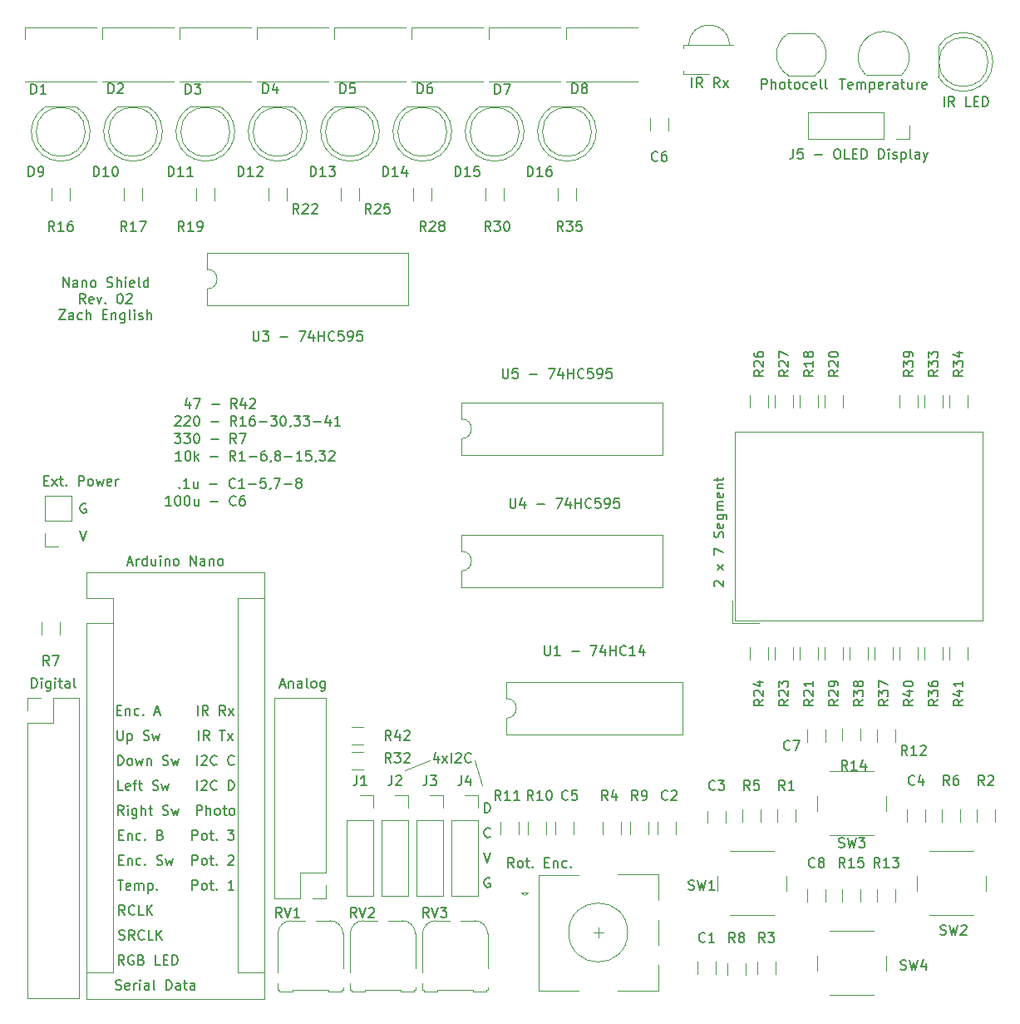
<source format=gbr>
G04 #@! TF.GenerationSoftware,KiCad,Pcbnew,(5.1.6)-1*
G04 #@! TF.CreationDate,2020-06-28T06:58:36-07:00*
G04 #@! TF.ProjectId,NanoDemo,4e616e6f-4465-46d6-9f2e-6b696361645f,rev?*
G04 #@! TF.SameCoordinates,Original*
G04 #@! TF.FileFunction,Legend,Top*
G04 #@! TF.FilePolarity,Positive*
%FSLAX46Y46*%
G04 Gerber Fmt 4.6, Leading zero omitted, Abs format (unit mm)*
G04 Created by KiCad (PCBNEW (5.1.6)-1) date 2020-06-28 06:58:36*
%MOMM*%
%LPD*%
G01*
G04 APERTURE LIST*
%ADD10C,0.120000*%
%ADD11C,0.150000*%
G04 APERTURE END LIST*
D10*
X62484000Y-91694000D02*
X63246000Y-94234000D01*
X57912000Y-91694000D02*
X55372000Y-92710000D01*
D11*
X58769428Y-91225714D02*
X58769428Y-91892380D01*
X58531333Y-90844761D02*
X58293238Y-91559047D01*
X58912285Y-91559047D01*
X59198000Y-91892380D02*
X59721809Y-91225714D01*
X59198000Y-91225714D02*
X59721809Y-91892380D01*
X60102761Y-91892380D02*
X60102761Y-90892380D01*
X60531333Y-90987619D02*
X60578952Y-90940000D01*
X60674190Y-90892380D01*
X60912285Y-90892380D01*
X61007523Y-90940000D01*
X61055142Y-90987619D01*
X61102761Y-91082857D01*
X61102761Y-91178095D01*
X61055142Y-91320952D01*
X60483714Y-91892380D01*
X61102761Y-91892380D01*
X62102761Y-91797142D02*
X62055142Y-91844761D01*
X61912285Y-91892380D01*
X61817047Y-91892380D01*
X61674190Y-91844761D01*
X61578952Y-91749523D01*
X61531333Y-91654285D01*
X61483714Y-91463809D01*
X61483714Y-91320952D01*
X61531333Y-91130476D01*
X61578952Y-91035238D01*
X61674190Y-90940000D01*
X61817047Y-90892380D01*
X61912285Y-90892380D01*
X62055142Y-90940000D01*
X62102761Y-90987619D01*
X31575809Y-65730380D02*
X31004380Y-65730380D01*
X31290095Y-65730380D02*
X31290095Y-64730380D01*
X31194857Y-64873238D01*
X31099619Y-64968476D01*
X31004380Y-65016095D01*
X32194857Y-64730380D02*
X32290095Y-64730380D01*
X32385333Y-64778000D01*
X32432952Y-64825619D01*
X32480571Y-64920857D01*
X32528190Y-65111333D01*
X32528190Y-65349428D01*
X32480571Y-65539904D01*
X32432952Y-65635142D01*
X32385333Y-65682761D01*
X32290095Y-65730380D01*
X32194857Y-65730380D01*
X32099619Y-65682761D01*
X32052000Y-65635142D01*
X32004380Y-65539904D01*
X31956761Y-65349428D01*
X31956761Y-65111333D01*
X32004380Y-64920857D01*
X32052000Y-64825619D01*
X32099619Y-64778000D01*
X32194857Y-64730380D01*
X33147238Y-64730380D02*
X33242476Y-64730380D01*
X33337714Y-64778000D01*
X33385333Y-64825619D01*
X33432952Y-64920857D01*
X33480571Y-65111333D01*
X33480571Y-65349428D01*
X33432952Y-65539904D01*
X33385333Y-65635142D01*
X33337714Y-65682761D01*
X33242476Y-65730380D01*
X33147238Y-65730380D01*
X33052000Y-65682761D01*
X33004380Y-65635142D01*
X32956761Y-65539904D01*
X32909142Y-65349428D01*
X32909142Y-65111333D01*
X32956761Y-64920857D01*
X33004380Y-64825619D01*
X33052000Y-64778000D01*
X33147238Y-64730380D01*
X34337714Y-65063714D02*
X34337714Y-65730380D01*
X33909142Y-65063714D02*
X33909142Y-65587523D01*
X33956761Y-65682761D01*
X34052000Y-65730380D01*
X34194857Y-65730380D01*
X34290095Y-65682761D01*
X34337714Y-65635142D01*
X35575809Y-65349428D02*
X36337714Y-65349428D01*
X38147238Y-65635142D02*
X38099619Y-65682761D01*
X37956761Y-65730380D01*
X37861523Y-65730380D01*
X37718666Y-65682761D01*
X37623428Y-65587523D01*
X37575809Y-65492285D01*
X37528190Y-65301809D01*
X37528190Y-65158952D01*
X37575809Y-64968476D01*
X37623428Y-64873238D01*
X37718666Y-64778000D01*
X37861523Y-64730380D01*
X37956761Y-64730380D01*
X38099619Y-64778000D01*
X38147238Y-64825619D01*
X39004380Y-64730380D02*
X38813904Y-64730380D01*
X38718666Y-64778000D01*
X38671047Y-64825619D01*
X38575809Y-64968476D01*
X38528190Y-65158952D01*
X38528190Y-65539904D01*
X38575809Y-65635142D01*
X38623428Y-65682761D01*
X38718666Y-65730380D01*
X38909142Y-65730380D01*
X39004380Y-65682761D01*
X39052000Y-65635142D01*
X39099619Y-65539904D01*
X39099619Y-65301809D01*
X39052000Y-65206571D01*
X39004380Y-65158952D01*
X38909142Y-65111333D01*
X38718666Y-65111333D01*
X38623428Y-65158952D01*
X38575809Y-65206571D01*
X38528190Y-65301809D01*
X33456952Y-55157714D02*
X33456952Y-55824380D01*
X33218857Y-54776761D02*
X32980761Y-55491047D01*
X33599809Y-55491047D01*
X33885523Y-54824380D02*
X34552190Y-54824380D01*
X34123619Y-55824380D01*
X35695047Y-55443428D02*
X36456952Y-55443428D01*
X38266476Y-55824380D02*
X37933142Y-55348190D01*
X37695047Y-55824380D02*
X37695047Y-54824380D01*
X38076000Y-54824380D01*
X38171238Y-54872000D01*
X38218857Y-54919619D01*
X38266476Y-55014857D01*
X38266476Y-55157714D01*
X38218857Y-55252952D01*
X38171238Y-55300571D01*
X38076000Y-55348190D01*
X37695047Y-55348190D01*
X39123619Y-55157714D02*
X39123619Y-55824380D01*
X38885523Y-54776761D02*
X38647428Y-55491047D01*
X39266476Y-55491047D01*
X39599809Y-54919619D02*
X39647428Y-54872000D01*
X39742666Y-54824380D01*
X39980761Y-54824380D01*
X40076000Y-54872000D01*
X40123619Y-54919619D01*
X40171238Y-55014857D01*
X40171238Y-55110095D01*
X40123619Y-55252952D01*
X39552190Y-55824380D01*
X40171238Y-55824380D01*
X31917142Y-58380380D02*
X32536190Y-58380380D01*
X32202857Y-58761333D01*
X32345714Y-58761333D01*
X32440952Y-58808952D01*
X32488571Y-58856571D01*
X32536190Y-58951809D01*
X32536190Y-59189904D01*
X32488571Y-59285142D01*
X32440952Y-59332761D01*
X32345714Y-59380380D01*
X32060000Y-59380380D01*
X31964761Y-59332761D01*
X31917142Y-59285142D01*
X32869523Y-58380380D02*
X33488571Y-58380380D01*
X33155238Y-58761333D01*
X33298095Y-58761333D01*
X33393333Y-58808952D01*
X33440952Y-58856571D01*
X33488571Y-58951809D01*
X33488571Y-59189904D01*
X33440952Y-59285142D01*
X33393333Y-59332761D01*
X33298095Y-59380380D01*
X33012380Y-59380380D01*
X32917142Y-59332761D01*
X32869523Y-59285142D01*
X34107619Y-58380380D02*
X34202857Y-58380380D01*
X34298095Y-58428000D01*
X34345714Y-58475619D01*
X34393333Y-58570857D01*
X34440952Y-58761333D01*
X34440952Y-58999428D01*
X34393333Y-59189904D01*
X34345714Y-59285142D01*
X34298095Y-59332761D01*
X34202857Y-59380380D01*
X34107619Y-59380380D01*
X34012380Y-59332761D01*
X33964761Y-59285142D01*
X33917142Y-59189904D01*
X33869523Y-58999428D01*
X33869523Y-58761333D01*
X33917142Y-58570857D01*
X33964761Y-58475619D01*
X34012380Y-58428000D01*
X34107619Y-58380380D01*
X35631428Y-58999428D02*
X36393333Y-58999428D01*
X38202857Y-59380380D02*
X37869523Y-58904190D01*
X37631428Y-59380380D02*
X37631428Y-58380380D01*
X38012380Y-58380380D01*
X38107619Y-58428000D01*
X38155238Y-58475619D01*
X38202857Y-58570857D01*
X38202857Y-58713714D01*
X38155238Y-58808952D01*
X38107619Y-58856571D01*
X38012380Y-58904190D01*
X37631428Y-58904190D01*
X38536190Y-58380380D02*
X39202857Y-58380380D01*
X38774285Y-59380380D01*
X32417523Y-63857142D02*
X32465142Y-63904761D01*
X32417523Y-63952380D01*
X32369904Y-63904761D01*
X32417523Y-63857142D01*
X32417523Y-63952380D01*
X33417523Y-63952380D02*
X32846095Y-63952380D01*
X33131809Y-63952380D02*
X33131809Y-62952380D01*
X33036571Y-63095238D01*
X32941333Y-63190476D01*
X32846095Y-63238095D01*
X34274666Y-63285714D02*
X34274666Y-63952380D01*
X33846095Y-63285714D02*
X33846095Y-63809523D01*
X33893714Y-63904761D01*
X33988952Y-63952380D01*
X34131809Y-63952380D01*
X34227047Y-63904761D01*
X34274666Y-63857142D01*
X35512761Y-63571428D02*
X36274666Y-63571428D01*
X38084190Y-63857142D02*
X38036571Y-63904761D01*
X37893714Y-63952380D01*
X37798476Y-63952380D01*
X37655619Y-63904761D01*
X37560380Y-63809523D01*
X37512761Y-63714285D01*
X37465142Y-63523809D01*
X37465142Y-63380952D01*
X37512761Y-63190476D01*
X37560380Y-63095238D01*
X37655619Y-63000000D01*
X37798476Y-62952380D01*
X37893714Y-62952380D01*
X38036571Y-63000000D01*
X38084190Y-63047619D01*
X39036571Y-63952380D02*
X38465142Y-63952380D01*
X38750857Y-63952380D02*
X38750857Y-62952380D01*
X38655619Y-63095238D01*
X38560380Y-63190476D01*
X38465142Y-63238095D01*
X39465142Y-63571428D02*
X40227047Y-63571428D01*
X41179428Y-62952380D02*
X40703238Y-62952380D01*
X40655619Y-63428571D01*
X40703238Y-63380952D01*
X40798476Y-63333333D01*
X41036571Y-63333333D01*
X41131809Y-63380952D01*
X41179428Y-63428571D01*
X41227047Y-63523809D01*
X41227047Y-63761904D01*
X41179428Y-63857142D01*
X41131809Y-63904761D01*
X41036571Y-63952380D01*
X40798476Y-63952380D01*
X40703238Y-63904761D01*
X40655619Y-63857142D01*
X41703238Y-63904761D02*
X41703238Y-63952380D01*
X41655619Y-64047619D01*
X41608000Y-64095238D01*
X42036571Y-62952380D02*
X42703238Y-62952380D01*
X42274666Y-63952380D01*
X43084190Y-63571428D02*
X43846095Y-63571428D01*
X44465142Y-63380952D02*
X44369904Y-63333333D01*
X44322285Y-63285714D01*
X44274666Y-63190476D01*
X44274666Y-63142857D01*
X44322285Y-63047619D01*
X44369904Y-63000000D01*
X44465142Y-62952380D01*
X44655619Y-62952380D01*
X44750857Y-63000000D01*
X44798476Y-63047619D01*
X44846095Y-63142857D01*
X44846095Y-63190476D01*
X44798476Y-63285714D01*
X44750857Y-63333333D01*
X44655619Y-63380952D01*
X44465142Y-63380952D01*
X44369904Y-63428571D01*
X44322285Y-63476190D01*
X44274666Y-63571428D01*
X44274666Y-63761904D01*
X44322285Y-63857142D01*
X44369904Y-63904761D01*
X44465142Y-63952380D01*
X44655619Y-63952380D01*
X44750857Y-63904761D01*
X44798476Y-63857142D01*
X44846095Y-63761904D01*
X44846095Y-63571428D01*
X44798476Y-63476190D01*
X44750857Y-63428571D01*
X44655619Y-63380952D01*
X32608190Y-61158380D02*
X32036761Y-61158380D01*
X32322476Y-61158380D02*
X32322476Y-60158380D01*
X32227238Y-60301238D01*
X32132000Y-60396476D01*
X32036761Y-60444095D01*
X33227238Y-60158380D02*
X33322476Y-60158380D01*
X33417714Y-60206000D01*
X33465333Y-60253619D01*
X33512952Y-60348857D01*
X33560571Y-60539333D01*
X33560571Y-60777428D01*
X33512952Y-60967904D01*
X33465333Y-61063142D01*
X33417714Y-61110761D01*
X33322476Y-61158380D01*
X33227238Y-61158380D01*
X33132000Y-61110761D01*
X33084380Y-61063142D01*
X33036761Y-60967904D01*
X32989142Y-60777428D01*
X32989142Y-60539333D01*
X33036761Y-60348857D01*
X33084380Y-60253619D01*
X33132000Y-60206000D01*
X33227238Y-60158380D01*
X33989142Y-61158380D02*
X33989142Y-60158380D01*
X34084380Y-60777428D02*
X34370095Y-61158380D01*
X34370095Y-60491714D02*
X33989142Y-60872666D01*
X35560571Y-60777428D02*
X36322476Y-60777428D01*
X38132000Y-61158380D02*
X37798666Y-60682190D01*
X37560571Y-61158380D02*
X37560571Y-60158380D01*
X37941523Y-60158380D01*
X38036761Y-60206000D01*
X38084380Y-60253619D01*
X38132000Y-60348857D01*
X38132000Y-60491714D01*
X38084380Y-60586952D01*
X38036761Y-60634571D01*
X37941523Y-60682190D01*
X37560571Y-60682190D01*
X39084380Y-61158380D02*
X38512952Y-61158380D01*
X38798666Y-61158380D02*
X38798666Y-60158380D01*
X38703428Y-60301238D01*
X38608190Y-60396476D01*
X38512952Y-60444095D01*
X39512952Y-60777428D02*
X40274857Y-60777428D01*
X41179619Y-60158380D02*
X40989142Y-60158380D01*
X40893904Y-60206000D01*
X40846285Y-60253619D01*
X40751047Y-60396476D01*
X40703428Y-60586952D01*
X40703428Y-60967904D01*
X40751047Y-61063142D01*
X40798666Y-61110761D01*
X40893904Y-61158380D01*
X41084380Y-61158380D01*
X41179619Y-61110761D01*
X41227238Y-61063142D01*
X41274857Y-60967904D01*
X41274857Y-60729809D01*
X41227238Y-60634571D01*
X41179619Y-60586952D01*
X41084380Y-60539333D01*
X40893904Y-60539333D01*
X40798666Y-60586952D01*
X40751047Y-60634571D01*
X40703428Y-60729809D01*
X41751047Y-61110761D02*
X41751047Y-61158380D01*
X41703428Y-61253619D01*
X41655809Y-61301238D01*
X42322476Y-60586952D02*
X42227238Y-60539333D01*
X42179619Y-60491714D01*
X42132000Y-60396476D01*
X42132000Y-60348857D01*
X42179619Y-60253619D01*
X42227238Y-60206000D01*
X42322476Y-60158380D01*
X42512952Y-60158380D01*
X42608190Y-60206000D01*
X42655809Y-60253619D01*
X42703428Y-60348857D01*
X42703428Y-60396476D01*
X42655809Y-60491714D01*
X42608190Y-60539333D01*
X42512952Y-60586952D01*
X42322476Y-60586952D01*
X42227238Y-60634571D01*
X42179619Y-60682190D01*
X42132000Y-60777428D01*
X42132000Y-60967904D01*
X42179619Y-61063142D01*
X42227238Y-61110761D01*
X42322476Y-61158380D01*
X42512952Y-61158380D01*
X42608190Y-61110761D01*
X42655809Y-61063142D01*
X42703428Y-60967904D01*
X42703428Y-60777428D01*
X42655809Y-60682190D01*
X42608190Y-60634571D01*
X42512952Y-60586952D01*
X43132000Y-60777428D02*
X43893904Y-60777428D01*
X44893904Y-61158380D02*
X44322476Y-61158380D01*
X44608190Y-61158380D02*
X44608190Y-60158380D01*
X44512952Y-60301238D01*
X44417714Y-60396476D01*
X44322476Y-60444095D01*
X45798666Y-60158380D02*
X45322476Y-60158380D01*
X45274857Y-60634571D01*
X45322476Y-60586952D01*
X45417714Y-60539333D01*
X45655809Y-60539333D01*
X45751047Y-60586952D01*
X45798666Y-60634571D01*
X45846285Y-60729809D01*
X45846285Y-60967904D01*
X45798666Y-61063142D01*
X45751047Y-61110761D01*
X45655809Y-61158380D01*
X45417714Y-61158380D01*
X45322476Y-61110761D01*
X45274857Y-61063142D01*
X46322476Y-61110761D02*
X46322476Y-61158380D01*
X46274857Y-61253619D01*
X46227238Y-61301238D01*
X46655809Y-60158380D02*
X47274857Y-60158380D01*
X46941523Y-60539333D01*
X47084380Y-60539333D01*
X47179619Y-60586952D01*
X47227238Y-60634571D01*
X47274857Y-60729809D01*
X47274857Y-60967904D01*
X47227238Y-61063142D01*
X47179619Y-61110761D01*
X47084380Y-61158380D01*
X46798666Y-61158380D01*
X46703428Y-61110761D01*
X46655809Y-61063142D01*
X47655809Y-60253619D02*
X47703428Y-60206000D01*
X47798666Y-60158380D01*
X48036761Y-60158380D01*
X48131999Y-60206000D01*
X48179619Y-60253619D01*
X48227238Y-60348857D01*
X48227238Y-60444095D01*
X48179619Y-60586952D01*
X47608190Y-61158380D01*
X48227238Y-61158380D01*
X31981238Y-56697619D02*
X32028857Y-56650000D01*
X32124095Y-56602380D01*
X32362190Y-56602380D01*
X32457428Y-56650000D01*
X32505047Y-56697619D01*
X32552666Y-56792857D01*
X32552666Y-56888095D01*
X32505047Y-57030952D01*
X31933619Y-57602380D01*
X32552666Y-57602380D01*
X32933619Y-56697619D02*
X32981238Y-56650000D01*
X33076476Y-56602380D01*
X33314571Y-56602380D01*
X33409809Y-56650000D01*
X33457428Y-56697619D01*
X33505047Y-56792857D01*
X33505047Y-56888095D01*
X33457428Y-57030952D01*
X32886000Y-57602380D01*
X33505047Y-57602380D01*
X34124095Y-56602380D02*
X34219333Y-56602380D01*
X34314571Y-56650000D01*
X34362190Y-56697619D01*
X34409809Y-56792857D01*
X34457428Y-56983333D01*
X34457428Y-57221428D01*
X34409809Y-57411904D01*
X34362190Y-57507142D01*
X34314571Y-57554761D01*
X34219333Y-57602380D01*
X34124095Y-57602380D01*
X34028857Y-57554761D01*
X33981238Y-57507142D01*
X33933619Y-57411904D01*
X33886000Y-57221428D01*
X33886000Y-56983333D01*
X33933619Y-56792857D01*
X33981238Y-56697619D01*
X34028857Y-56650000D01*
X34124095Y-56602380D01*
X35647904Y-57221428D02*
X36409809Y-57221428D01*
X38219333Y-57602380D02*
X37886000Y-57126190D01*
X37647904Y-57602380D02*
X37647904Y-56602380D01*
X38028857Y-56602380D01*
X38124095Y-56650000D01*
X38171714Y-56697619D01*
X38219333Y-56792857D01*
X38219333Y-56935714D01*
X38171714Y-57030952D01*
X38124095Y-57078571D01*
X38028857Y-57126190D01*
X37647904Y-57126190D01*
X39171714Y-57602380D02*
X38600285Y-57602380D01*
X38886000Y-57602380D02*
X38886000Y-56602380D01*
X38790761Y-56745238D01*
X38695523Y-56840476D01*
X38600285Y-56888095D01*
X40028857Y-56602380D02*
X39838380Y-56602380D01*
X39743142Y-56650000D01*
X39695523Y-56697619D01*
X39600285Y-56840476D01*
X39552666Y-57030952D01*
X39552666Y-57411904D01*
X39600285Y-57507142D01*
X39647904Y-57554761D01*
X39743142Y-57602380D01*
X39933619Y-57602380D01*
X40028857Y-57554761D01*
X40076476Y-57507142D01*
X40124095Y-57411904D01*
X40124095Y-57173809D01*
X40076476Y-57078571D01*
X40028857Y-57030952D01*
X39933619Y-56983333D01*
X39743142Y-56983333D01*
X39647904Y-57030952D01*
X39600285Y-57078571D01*
X39552666Y-57173809D01*
X40552666Y-57221428D02*
X41314571Y-57221428D01*
X41695523Y-56602380D02*
X42314571Y-56602380D01*
X41981238Y-56983333D01*
X42124095Y-56983333D01*
X42219333Y-57030952D01*
X42266952Y-57078571D01*
X42314571Y-57173809D01*
X42314571Y-57411904D01*
X42266952Y-57507142D01*
X42219333Y-57554761D01*
X42124095Y-57602380D01*
X41838380Y-57602380D01*
X41743142Y-57554761D01*
X41695523Y-57507142D01*
X42933619Y-56602380D02*
X43028857Y-56602380D01*
X43124095Y-56650000D01*
X43171714Y-56697619D01*
X43219333Y-56792857D01*
X43266952Y-56983333D01*
X43266952Y-57221428D01*
X43219333Y-57411904D01*
X43171714Y-57507142D01*
X43124095Y-57554761D01*
X43028857Y-57602380D01*
X42933619Y-57602380D01*
X42838380Y-57554761D01*
X42790761Y-57507142D01*
X42743142Y-57411904D01*
X42695523Y-57221428D01*
X42695523Y-56983333D01*
X42743142Y-56792857D01*
X42790761Y-56697619D01*
X42838380Y-56650000D01*
X42933619Y-56602380D01*
X43743142Y-57554761D02*
X43743142Y-57602380D01*
X43695523Y-57697619D01*
X43647904Y-57745238D01*
X44076476Y-56602380D02*
X44695523Y-56602380D01*
X44362190Y-56983333D01*
X44505047Y-56983333D01*
X44600285Y-57030952D01*
X44647904Y-57078571D01*
X44695523Y-57173809D01*
X44695523Y-57411904D01*
X44647904Y-57507142D01*
X44600285Y-57554761D01*
X44505047Y-57602380D01*
X44219333Y-57602380D01*
X44124095Y-57554761D01*
X44076476Y-57507142D01*
X45028857Y-56602380D02*
X45647904Y-56602380D01*
X45314571Y-56983333D01*
X45457428Y-56983333D01*
X45552666Y-57030952D01*
X45600285Y-57078571D01*
X45647904Y-57173809D01*
X45647904Y-57411904D01*
X45600285Y-57507142D01*
X45552666Y-57554761D01*
X45457428Y-57602380D01*
X45171714Y-57602380D01*
X45076476Y-57554761D01*
X45028857Y-57507142D01*
X46076476Y-57221428D02*
X46838380Y-57221428D01*
X47743142Y-56935714D02*
X47743142Y-57602380D01*
X47505047Y-56554761D02*
X47266952Y-57269047D01*
X47885999Y-57269047D01*
X48790761Y-57602380D02*
X48219333Y-57602380D01*
X48505047Y-57602380D02*
X48505047Y-56602380D01*
X48409809Y-56745238D01*
X48314571Y-56840476D01*
X48219333Y-56888095D01*
X20558666Y-43506380D02*
X20558666Y-42506380D01*
X21130095Y-43506380D01*
X21130095Y-42506380D01*
X22034857Y-43506380D02*
X22034857Y-42982571D01*
X21987238Y-42887333D01*
X21892000Y-42839714D01*
X21701523Y-42839714D01*
X21606285Y-42887333D01*
X22034857Y-43458761D02*
X21939619Y-43506380D01*
X21701523Y-43506380D01*
X21606285Y-43458761D01*
X21558666Y-43363523D01*
X21558666Y-43268285D01*
X21606285Y-43173047D01*
X21701523Y-43125428D01*
X21939619Y-43125428D01*
X22034857Y-43077809D01*
X22511047Y-42839714D02*
X22511047Y-43506380D01*
X22511047Y-42934952D02*
X22558666Y-42887333D01*
X22653904Y-42839714D01*
X22796761Y-42839714D01*
X22892000Y-42887333D01*
X22939619Y-42982571D01*
X22939619Y-43506380D01*
X23558666Y-43506380D02*
X23463428Y-43458761D01*
X23415809Y-43411142D01*
X23368190Y-43315904D01*
X23368190Y-43030190D01*
X23415809Y-42934952D01*
X23463428Y-42887333D01*
X23558666Y-42839714D01*
X23701523Y-42839714D01*
X23796761Y-42887333D01*
X23844380Y-42934952D01*
X23892000Y-43030190D01*
X23892000Y-43315904D01*
X23844380Y-43411142D01*
X23796761Y-43458761D01*
X23701523Y-43506380D01*
X23558666Y-43506380D01*
X25034857Y-43458761D02*
X25177714Y-43506380D01*
X25415809Y-43506380D01*
X25511047Y-43458761D01*
X25558666Y-43411142D01*
X25606285Y-43315904D01*
X25606285Y-43220666D01*
X25558666Y-43125428D01*
X25511047Y-43077809D01*
X25415809Y-43030190D01*
X25225333Y-42982571D01*
X25130095Y-42934952D01*
X25082476Y-42887333D01*
X25034857Y-42792095D01*
X25034857Y-42696857D01*
X25082476Y-42601619D01*
X25130095Y-42554000D01*
X25225333Y-42506380D01*
X25463428Y-42506380D01*
X25606285Y-42554000D01*
X26034857Y-43506380D02*
X26034857Y-42506380D01*
X26463428Y-43506380D02*
X26463428Y-42982571D01*
X26415809Y-42887333D01*
X26320571Y-42839714D01*
X26177714Y-42839714D01*
X26082476Y-42887333D01*
X26034857Y-42934952D01*
X26939619Y-43506380D02*
X26939619Y-42839714D01*
X26939619Y-42506380D02*
X26892000Y-42554000D01*
X26939619Y-42601619D01*
X26987238Y-42554000D01*
X26939619Y-42506380D01*
X26939619Y-42601619D01*
X27796761Y-43458761D02*
X27701523Y-43506380D01*
X27511047Y-43506380D01*
X27415809Y-43458761D01*
X27368190Y-43363523D01*
X27368190Y-42982571D01*
X27415809Y-42887333D01*
X27511047Y-42839714D01*
X27701523Y-42839714D01*
X27796761Y-42887333D01*
X27844380Y-42982571D01*
X27844380Y-43077809D01*
X27368190Y-43173047D01*
X28415809Y-43506380D02*
X28320571Y-43458761D01*
X28272952Y-43363523D01*
X28272952Y-42506380D01*
X29225333Y-43506380D02*
X29225333Y-42506380D01*
X29225333Y-43458761D02*
X29130095Y-43506380D01*
X28939619Y-43506380D01*
X28844380Y-43458761D01*
X28796761Y-43411142D01*
X28749142Y-43315904D01*
X28749142Y-43030190D01*
X28796761Y-42934952D01*
X28844380Y-42887333D01*
X28939619Y-42839714D01*
X29130095Y-42839714D01*
X29225333Y-42887333D01*
X22820571Y-45156380D02*
X22487238Y-44680190D01*
X22249142Y-45156380D02*
X22249142Y-44156380D01*
X22630095Y-44156380D01*
X22725333Y-44204000D01*
X22772952Y-44251619D01*
X22820571Y-44346857D01*
X22820571Y-44489714D01*
X22772952Y-44584952D01*
X22725333Y-44632571D01*
X22630095Y-44680190D01*
X22249142Y-44680190D01*
X23630095Y-45108761D02*
X23534857Y-45156380D01*
X23344380Y-45156380D01*
X23249142Y-45108761D01*
X23201523Y-45013523D01*
X23201523Y-44632571D01*
X23249142Y-44537333D01*
X23344380Y-44489714D01*
X23534857Y-44489714D01*
X23630095Y-44537333D01*
X23677714Y-44632571D01*
X23677714Y-44727809D01*
X23201523Y-44823047D01*
X24011047Y-44489714D02*
X24249142Y-45156380D01*
X24487238Y-44489714D01*
X24868190Y-45061142D02*
X24915809Y-45108761D01*
X24868190Y-45156380D01*
X24820571Y-45108761D01*
X24868190Y-45061142D01*
X24868190Y-45156380D01*
X26296761Y-44156380D02*
X26392000Y-44156380D01*
X26487238Y-44204000D01*
X26534857Y-44251619D01*
X26582476Y-44346857D01*
X26630095Y-44537333D01*
X26630095Y-44775428D01*
X26582476Y-44965904D01*
X26534857Y-45061142D01*
X26487238Y-45108761D01*
X26392000Y-45156380D01*
X26296761Y-45156380D01*
X26201523Y-45108761D01*
X26153904Y-45061142D01*
X26106285Y-44965904D01*
X26058666Y-44775428D01*
X26058666Y-44537333D01*
X26106285Y-44346857D01*
X26153904Y-44251619D01*
X26201523Y-44204000D01*
X26296761Y-44156380D01*
X27011047Y-44251619D02*
X27058666Y-44204000D01*
X27153904Y-44156380D01*
X27392000Y-44156380D01*
X27487238Y-44204000D01*
X27534857Y-44251619D01*
X27582476Y-44346857D01*
X27582476Y-44442095D01*
X27534857Y-44584952D01*
X26963428Y-45156380D01*
X27582476Y-45156380D01*
X20130095Y-45806380D02*
X20796761Y-45806380D01*
X20130095Y-46806380D01*
X20796761Y-46806380D01*
X21606285Y-46806380D02*
X21606285Y-46282571D01*
X21558666Y-46187333D01*
X21463428Y-46139714D01*
X21272952Y-46139714D01*
X21177714Y-46187333D01*
X21606285Y-46758761D02*
X21511047Y-46806380D01*
X21272952Y-46806380D01*
X21177714Y-46758761D01*
X21130095Y-46663523D01*
X21130095Y-46568285D01*
X21177714Y-46473047D01*
X21272952Y-46425428D01*
X21511047Y-46425428D01*
X21606285Y-46377809D01*
X22511047Y-46758761D02*
X22415809Y-46806380D01*
X22225333Y-46806380D01*
X22130095Y-46758761D01*
X22082476Y-46711142D01*
X22034857Y-46615904D01*
X22034857Y-46330190D01*
X22082476Y-46234952D01*
X22130095Y-46187333D01*
X22225333Y-46139714D01*
X22415809Y-46139714D01*
X22511047Y-46187333D01*
X22939619Y-46806380D02*
X22939619Y-45806380D01*
X23368190Y-46806380D02*
X23368190Y-46282571D01*
X23320571Y-46187333D01*
X23225333Y-46139714D01*
X23082476Y-46139714D01*
X22987238Y-46187333D01*
X22939619Y-46234952D01*
X24606285Y-46282571D02*
X24939619Y-46282571D01*
X25082476Y-46806380D02*
X24606285Y-46806380D01*
X24606285Y-45806380D01*
X25082476Y-45806380D01*
X25511047Y-46139714D02*
X25511047Y-46806380D01*
X25511047Y-46234952D02*
X25558666Y-46187333D01*
X25653904Y-46139714D01*
X25796761Y-46139714D01*
X25892000Y-46187333D01*
X25939619Y-46282571D01*
X25939619Y-46806380D01*
X26844380Y-46139714D02*
X26844380Y-46949238D01*
X26796761Y-47044476D01*
X26749142Y-47092095D01*
X26653904Y-47139714D01*
X26511047Y-47139714D01*
X26415809Y-47092095D01*
X26844380Y-46758761D02*
X26749142Y-46806380D01*
X26558666Y-46806380D01*
X26463428Y-46758761D01*
X26415809Y-46711142D01*
X26368190Y-46615904D01*
X26368190Y-46330190D01*
X26415809Y-46234952D01*
X26463428Y-46187333D01*
X26558666Y-46139714D01*
X26749142Y-46139714D01*
X26844380Y-46187333D01*
X27463428Y-46806380D02*
X27368190Y-46758761D01*
X27320571Y-46663523D01*
X27320571Y-45806380D01*
X27844380Y-46806380D02*
X27844380Y-46139714D01*
X27844380Y-45806380D02*
X27796761Y-45854000D01*
X27844380Y-45901619D01*
X27892000Y-45854000D01*
X27844380Y-45806380D01*
X27844380Y-45901619D01*
X28272952Y-46758761D02*
X28368190Y-46806380D01*
X28558666Y-46806380D01*
X28653904Y-46758761D01*
X28701523Y-46663523D01*
X28701523Y-46615904D01*
X28653904Y-46520666D01*
X28558666Y-46473047D01*
X28415809Y-46473047D01*
X28320571Y-46425428D01*
X28272952Y-46330190D01*
X28272952Y-46282571D01*
X28320571Y-46187333D01*
X28415809Y-46139714D01*
X28558666Y-46139714D01*
X28653904Y-46187333D01*
X29130095Y-46806380D02*
X29130095Y-45806380D01*
X29558666Y-46806380D02*
X29558666Y-46282571D01*
X29511047Y-46187333D01*
X29415809Y-46139714D01*
X29272952Y-46139714D01*
X29177714Y-46187333D01*
X29130095Y-46234952D01*
X33718761Y-104846380D02*
X33718761Y-103846380D01*
X34099714Y-103846380D01*
X34194952Y-103894000D01*
X34242571Y-103941619D01*
X34290190Y-104036857D01*
X34290190Y-104179714D01*
X34242571Y-104274952D01*
X34194952Y-104322571D01*
X34099714Y-104370190D01*
X33718761Y-104370190D01*
X34861619Y-104846380D02*
X34766380Y-104798761D01*
X34718761Y-104751142D01*
X34671142Y-104655904D01*
X34671142Y-104370190D01*
X34718761Y-104274952D01*
X34766380Y-104227333D01*
X34861619Y-104179714D01*
X35004476Y-104179714D01*
X35099714Y-104227333D01*
X35147333Y-104274952D01*
X35194952Y-104370190D01*
X35194952Y-104655904D01*
X35147333Y-104751142D01*
X35099714Y-104798761D01*
X35004476Y-104846380D01*
X34861619Y-104846380D01*
X35480666Y-104179714D02*
X35861619Y-104179714D01*
X35623523Y-103846380D02*
X35623523Y-104703523D01*
X35671142Y-104798761D01*
X35766380Y-104846380D01*
X35861619Y-104846380D01*
X36194952Y-104751142D02*
X36242571Y-104798761D01*
X36194952Y-104846380D01*
X36147333Y-104798761D01*
X36194952Y-104751142D01*
X36194952Y-104846380D01*
X37956857Y-104846380D02*
X37385428Y-104846380D01*
X37671142Y-104846380D02*
X37671142Y-103846380D01*
X37575904Y-103989238D01*
X37480666Y-104084476D01*
X37385428Y-104132095D01*
X33718761Y-102306380D02*
X33718761Y-101306380D01*
X34099714Y-101306380D01*
X34194952Y-101354000D01*
X34242571Y-101401619D01*
X34290190Y-101496857D01*
X34290190Y-101639714D01*
X34242571Y-101734952D01*
X34194952Y-101782571D01*
X34099714Y-101830190D01*
X33718761Y-101830190D01*
X34861619Y-102306380D02*
X34766380Y-102258761D01*
X34718761Y-102211142D01*
X34671142Y-102115904D01*
X34671142Y-101830190D01*
X34718761Y-101734952D01*
X34766380Y-101687333D01*
X34861619Y-101639714D01*
X35004476Y-101639714D01*
X35099714Y-101687333D01*
X35147333Y-101734952D01*
X35194952Y-101830190D01*
X35194952Y-102115904D01*
X35147333Y-102211142D01*
X35099714Y-102258761D01*
X35004476Y-102306380D01*
X34861619Y-102306380D01*
X35480666Y-101639714D02*
X35861619Y-101639714D01*
X35623523Y-101306380D02*
X35623523Y-102163523D01*
X35671142Y-102258761D01*
X35766380Y-102306380D01*
X35861619Y-102306380D01*
X36194952Y-102211142D02*
X36242571Y-102258761D01*
X36194952Y-102306380D01*
X36147333Y-102258761D01*
X36194952Y-102211142D01*
X36194952Y-102306380D01*
X37385428Y-101401619D02*
X37433047Y-101354000D01*
X37528285Y-101306380D01*
X37766380Y-101306380D01*
X37861619Y-101354000D01*
X37909238Y-101401619D01*
X37956857Y-101496857D01*
X37956857Y-101592095D01*
X37909238Y-101734952D01*
X37337809Y-102306380D01*
X37956857Y-102306380D01*
X33718761Y-99766380D02*
X33718761Y-98766380D01*
X34099714Y-98766380D01*
X34194952Y-98814000D01*
X34242571Y-98861619D01*
X34290190Y-98956857D01*
X34290190Y-99099714D01*
X34242571Y-99194952D01*
X34194952Y-99242571D01*
X34099714Y-99290190D01*
X33718761Y-99290190D01*
X34861619Y-99766380D02*
X34766380Y-99718761D01*
X34718761Y-99671142D01*
X34671142Y-99575904D01*
X34671142Y-99290190D01*
X34718761Y-99194952D01*
X34766380Y-99147333D01*
X34861619Y-99099714D01*
X35004476Y-99099714D01*
X35099714Y-99147333D01*
X35147333Y-99194952D01*
X35194952Y-99290190D01*
X35194952Y-99575904D01*
X35147333Y-99671142D01*
X35099714Y-99718761D01*
X35004476Y-99766380D01*
X34861619Y-99766380D01*
X35480666Y-99099714D02*
X35861619Y-99099714D01*
X35623523Y-98766380D02*
X35623523Y-99623523D01*
X35671142Y-99718761D01*
X35766380Y-99766380D01*
X35861619Y-99766380D01*
X36194952Y-99671142D02*
X36242571Y-99718761D01*
X36194952Y-99766380D01*
X36147333Y-99718761D01*
X36194952Y-99671142D01*
X36194952Y-99766380D01*
X37337809Y-98766380D02*
X37956857Y-98766380D01*
X37623523Y-99147333D01*
X37766380Y-99147333D01*
X37861619Y-99194952D01*
X37909238Y-99242571D01*
X37956857Y-99337809D01*
X37956857Y-99575904D01*
X37909238Y-99671142D01*
X37861619Y-99718761D01*
X37766380Y-99766380D01*
X37480666Y-99766380D01*
X37385428Y-99718761D01*
X37337809Y-99671142D01*
X34163238Y-97226380D02*
X34163238Y-96226380D01*
X34544190Y-96226380D01*
X34639428Y-96274000D01*
X34687047Y-96321619D01*
X34734666Y-96416857D01*
X34734666Y-96559714D01*
X34687047Y-96654952D01*
X34639428Y-96702571D01*
X34544190Y-96750190D01*
X34163238Y-96750190D01*
X35163238Y-97226380D02*
X35163238Y-96226380D01*
X35591809Y-97226380D02*
X35591809Y-96702571D01*
X35544190Y-96607333D01*
X35448952Y-96559714D01*
X35306095Y-96559714D01*
X35210857Y-96607333D01*
X35163238Y-96654952D01*
X36210857Y-97226380D02*
X36115619Y-97178761D01*
X36068000Y-97131142D01*
X36020380Y-97035904D01*
X36020380Y-96750190D01*
X36068000Y-96654952D01*
X36115619Y-96607333D01*
X36210857Y-96559714D01*
X36353714Y-96559714D01*
X36448952Y-96607333D01*
X36496571Y-96654952D01*
X36544190Y-96750190D01*
X36544190Y-97035904D01*
X36496571Y-97131142D01*
X36448952Y-97178761D01*
X36353714Y-97226380D01*
X36210857Y-97226380D01*
X36829904Y-96559714D02*
X37210857Y-96559714D01*
X36972761Y-96226380D02*
X36972761Y-97083523D01*
X37020380Y-97178761D01*
X37115619Y-97226380D01*
X37210857Y-97226380D01*
X37687047Y-97226380D02*
X37591809Y-97178761D01*
X37544190Y-97131142D01*
X37496571Y-97035904D01*
X37496571Y-96750190D01*
X37544190Y-96654952D01*
X37591809Y-96607333D01*
X37687047Y-96559714D01*
X37829904Y-96559714D01*
X37925142Y-96607333D01*
X37972761Y-96654952D01*
X38020380Y-96750190D01*
X38020380Y-97035904D01*
X37972761Y-97131142D01*
X37925142Y-97178761D01*
X37829904Y-97226380D01*
X37687047Y-97226380D01*
X34210857Y-94686380D02*
X34210857Y-93686380D01*
X34639428Y-93781619D02*
X34687047Y-93734000D01*
X34782285Y-93686380D01*
X35020380Y-93686380D01*
X35115619Y-93734000D01*
X35163238Y-93781619D01*
X35210857Y-93876857D01*
X35210857Y-93972095D01*
X35163238Y-94114952D01*
X34591809Y-94686380D01*
X35210857Y-94686380D01*
X36210857Y-94591142D02*
X36163238Y-94638761D01*
X36020380Y-94686380D01*
X35925142Y-94686380D01*
X35782285Y-94638761D01*
X35687047Y-94543523D01*
X35639428Y-94448285D01*
X35591809Y-94257809D01*
X35591809Y-94114952D01*
X35639428Y-93924476D01*
X35687047Y-93829238D01*
X35782285Y-93734000D01*
X35925142Y-93686380D01*
X36020380Y-93686380D01*
X36163238Y-93734000D01*
X36210857Y-93781619D01*
X37401333Y-94686380D02*
X37401333Y-93686380D01*
X37639428Y-93686380D01*
X37782285Y-93734000D01*
X37877523Y-93829238D01*
X37925142Y-93924476D01*
X37972761Y-94114952D01*
X37972761Y-94257809D01*
X37925142Y-94448285D01*
X37877523Y-94543523D01*
X37782285Y-94638761D01*
X37639428Y-94686380D01*
X37401333Y-94686380D01*
X34210857Y-92146380D02*
X34210857Y-91146380D01*
X34639428Y-91241619D02*
X34687047Y-91194000D01*
X34782285Y-91146380D01*
X35020380Y-91146380D01*
X35115619Y-91194000D01*
X35163238Y-91241619D01*
X35210857Y-91336857D01*
X35210857Y-91432095D01*
X35163238Y-91574952D01*
X34591809Y-92146380D01*
X35210857Y-92146380D01*
X36210857Y-92051142D02*
X36163238Y-92098761D01*
X36020380Y-92146380D01*
X35925142Y-92146380D01*
X35782285Y-92098761D01*
X35687047Y-92003523D01*
X35639428Y-91908285D01*
X35591809Y-91717809D01*
X35591809Y-91574952D01*
X35639428Y-91384476D01*
X35687047Y-91289238D01*
X35782285Y-91194000D01*
X35925142Y-91146380D01*
X36020380Y-91146380D01*
X36163238Y-91194000D01*
X36210857Y-91241619D01*
X37972761Y-92051142D02*
X37925142Y-92098761D01*
X37782285Y-92146380D01*
X37687047Y-92146380D01*
X37544190Y-92098761D01*
X37448952Y-92003523D01*
X37401333Y-91908285D01*
X37353714Y-91717809D01*
X37353714Y-91574952D01*
X37401333Y-91384476D01*
X37448952Y-91289238D01*
X37544190Y-91194000D01*
X37687047Y-91146380D01*
X37782285Y-91146380D01*
X37925142Y-91194000D01*
X37972761Y-91241619D01*
X34401333Y-89606380D02*
X34401333Y-88606380D01*
X35448952Y-89606380D02*
X35115619Y-89130190D01*
X34877523Y-89606380D02*
X34877523Y-88606380D01*
X35258476Y-88606380D01*
X35353714Y-88654000D01*
X35401333Y-88701619D01*
X35448952Y-88796857D01*
X35448952Y-88939714D01*
X35401333Y-89034952D01*
X35353714Y-89082571D01*
X35258476Y-89130190D01*
X34877523Y-89130190D01*
X36496571Y-88606380D02*
X37068000Y-88606380D01*
X36782285Y-89606380D02*
X36782285Y-88606380D01*
X37306095Y-89606380D02*
X37829904Y-88939714D01*
X37306095Y-88939714D02*
X37829904Y-89606380D01*
X34282285Y-87066380D02*
X34282285Y-86066380D01*
X35329904Y-87066380D02*
X34996571Y-86590190D01*
X34758476Y-87066380D02*
X34758476Y-86066380D01*
X35139428Y-86066380D01*
X35234666Y-86114000D01*
X35282285Y-86161619D01*
X35329904Y-86256857D01*
X35329904Y-86399714D01*
X35282285Y-86494952D01*
X35234666Y-86542571D01*
X35139428Y-86590190D01*
X34758476Y-86590190D01*
X37091809Y-87066380D02*
X36758476Y-86590190D01*
X36520380Y-87066380D02*
X36520380Y-86066380D01*
X36901333Y-86066380D01*
X36996571Y-86114000D01*
X37044190Y-86161619D01*
X37091809Y-86256857D01*
X37091809Y-86399714D01*
X37044190Y-86494952D01*
X36996571Y-86542571D01*
X36901333Y-86590190D01*
X36520380Y-86590190D01*
X37425142Y-87066380D02*
X37948952Y-86399714D01*
X37425142Y-86399714D02*
X37948952Y-87066380D01*
X25924380Y-114958761D02*
X26067238Y-115006380D01*
X26305333Y-115006380D01*
X26400571Y-114958761D01*
X26448190Y-114911142D01*
X26495809Y-114815904D01*
X26495809Y-114720666D01*
X26448190Y-114625428D01*
X26400571Y-114577809D01*
X26305333Y-114530190D01*
X26114857Y-114482571D01*
X26019619Y-114434952D01*
X25972000Y-114387333D01*
X25924380Y-114292095D01*
X25924380Y-114196857D01*
X25972000Y-114101619D01*
X26019619Y-114054000D01*
X26114857Y-114006380D01*
X26352952Y-114006380D01*
X26495809Y-114054000D01*
X27305333Y-114958761D02*
X27210095Y-115006380D01*
X27019619Y-115006380D01*
X26924380Y-114958761D01*
X26876761Y-114863523D01*
X26876761Y-114482571D01*
X26924380Y-114387333D01*
X27019619Y-114339714D01*
X27210095Y-114339714D01*
X27305333Y-114387333D01*
X27352952Y-114482571D01*
X27352952Y-114577809D01*
X26876761Y-114673047D01*
X27781523Y-115006380D02*
X27781523Y-114339714D01*
X27781523Y-114530190D02*
X27829142Y-114434952D01*
X27876761Y-114387333D01*
X27972000Y-114339714D01*
X28067238Y-114339714D01*
X28400571Y-115006380D02*
X28400571Y-114339714D01*
X28400571Y-114006380D02*
X28352952Y-114054000D01*
X28400571Y-114101619D01*
X28448190Y-114054000D01*
X28400571Y-114006380D01*
X28400571Y-114101619D01*
X29305333Y-115006380D02*
X29305333Y-114482571D01*
X29257714Y-114387333D01*
X29162476Y-114339714D01*
X28972000Y-114339714D01*
X28876761Y-114387333D01*
X29305333Y-114958761D02*
X29210095Y-115006380D01*
X28972000Y-115006380D01*
X28876761Y-114958761D01*
X28829142Y-114863523D01*
X28829142Y-114768285D01*
X28876761Y-114673047D01*
X28972000Y-114625428D01*
X29210095Y-114625428D01*
X29305333Y-114577809D01*
X29924380Y-115006380D02*
X29829142Y-114958761D01*
X29781523Y-114863523D01*
X29781523Y-114006380D01*
X31067238Y-115006380D02*
X31067238Y-114006380D01*
X31305333Y-114006380D01*
X31448190Y-114054000D01*
X31543428Y-114149238D01*
X31591047Y-114244476D01*
X31638666Y-114434952D01*
X31638666Y-114577809D01*
X31591047Y-114768285D01*
X31543428Y-114863523D01*
X31448190Y-114958761D01*
X31305333Y-115006380D01*
X31067238Y-115006380D01*
X32495809Y-115006380D02*
X32495809Y-114482571D01*
X32448190Y-114387333D01*
X32352952Y-114339714D01*
X32162476Y-114339714D01*
X32067238Y-114387333D01*
X32495809Y-114958761D02*
X32400571Y-115006380D01*
X32162476Y-115006380D01*
X32067238Y-114958761D01*
X32019619Y-114863523D01*
X32019619Y-114768285D01*
X32067238Y-114673047D01*
X32162476Y-114625428D01*
X32400571Y-114625428D01*
X32495809Y-114577809D01*
X32829142Y-114339714D02*
X33210095Y-114339714D01*
X32972000Y-114006380D02*
X32972000Y-114863523D01*
X33019619Y-114958761D01*
X33114857Y-115006380D01*
X33210095Y-115006380D01*
X33972000Y-115006380D02*
X33972000Y-114482571D01*
X33924380Y-114387333D01*
X33829142Y-114339714D01*
X33638666Y-114339714D01*
X33543428Y-114387333D01*
X33972000Y-114958761D02*
X33876761Y-115006380D01*
X33638666Y-115006380D01*
X33543428Y-114958761D01*
X33495809Y-114863523D01*
X33495809Y-114768285D01*
X33543428Y-114673047D01*
X33638666Y-114625428D01*
X33876761Y-114625428D01*
X33972000Y-114577809D01*
X26781428Y-112466380D02*
X26448095Y-111990190D01*
X26210000Y-112466380D02*
X26210000Y-111466380D01*
X26590952Y-111466380D01*
X26686190Y-111514000D01*
X26733809Y-111561619D01*
X26781428Y-111656857D01*
X26781428Y-111799714D01*
X26733809Y-111894952D01*
X26686190Y-111942571D01*
X26590952Y-111990190D01*
X26210000Y-111990190D01*
X27733809Y-111514000D02*
X27638571Y-111466380D01*
X27495714Y-111466380D01*
X27352857Y-111514000D01*
X27257619Y-111609238D01*
X27210000Y-111704476D01*
X27162380Y-111894952D01*
X27162380Y-112037809D01*
X27210000Y-112228285D01*
X27257619Y-112323523D01*
X27352857Y-112418761D01*
X27495714Y-112466380D01*
X27590952Y-112466380D01*
X27733809Y-112418761D01*
X27781428Y-112371142D01*
X27781428Y-112037809D01*
X27590952Y-112037809D01*
X28543333Y-111942571D02*
X28686190Y-111990190D01*
X28733809Y-112037809D01*
X28781428Y-112133047D01*
X28781428Y-112275904D01*
X28733809Y-112371142D01*
X28686190Y-112418761D01*
X28590952Y-112466380D01*
X28210000Y-112466380D01*
X28210000Y-111466380D01*
X28543333Y-111466380D01*
X28638571Y-111514000D01*
X28686190Y-111561619D01*
X28733809Y-111656857D01*
X28733809Y-111752095D01*
X28686190Y-111847333D01*
X28638571Y-111894952D01*
X28543333Y-111942571D01*
X28210000Y-111942571D01*
X30448095Y-112466380D02*
X29971904Y-112466380D01*
X29971904Y-111466380D01*
X30781428Y-111942571D02*
X31114761Y-111942571D01*
X31257619Y-112466380D02*
X30781428Y-112466380D01*
X30781428Y-111466380D01*
X31257619Y-111466380D01*
X31686190Y-112466380D02*
X31686190Y-111466380D01*
X31924285Y-111466380D01*
X32067142Y-111514000D01*
X32162380Y-111609238D01*
X32210000Y-111704476D01*
X32257619Y-111894952D01*
X32257619Y-112037809D01*
X32210000Y-112228285D01*
X32162380Y-112323523D01*
X32067142Y-112418761D01*
X31924285Y-112466380D01*
X31686190Y-112466380D01*
X26257523Y-109878761D02*
X26400380Y-109926380D01*
X26638476Y-109926380D01*
X26733714Y-109878761D01*
X26781333Y-109831142D01*
X26828952Y-109735904D01*
X26828952Y-109640666D01*
X26781333Y-109545428D01*
X26733714Y-109497809D01*
X26638476Y-109450190D01*
X26448000Y-109402571D01*
X26352761Y-109354952D01*
X26305142Y-109307333D01*
X26257523Y-109212095D01*
X26257523Y-109116857D01*
X26305142Y-109021619D01*
X26352761Y-108974000D01*
X26448000Y-108926380D01*
X26686095Y-108926380D01*
X26828952Y-108974000D01*
X27828952Y-109926380D02*
X27495619Y-109450190D01*
X27257523Y-109926380D02*
X27257523Y-108926380D01*
X27638476Y-108926380D01*
X27733714Y-108974000D01*
X27781333Y-109021619D01*
X27828952Y-109116857D01*
X27828952Y-109259714D01*
X27781333Y-109354952D01*
X27733714Y-109402571D01*
X27638476Y-109450190D01*
X27257523Y-109450190D01*
X28828952Y-109831142D02*
X28781333Y-109878761D01*
X28638476Y-109926380D01*
X28543238Y-109926380D01*
X28400380Y-109878761D01*
X28305142Y-109783523D01*
X28257523Y-109688285D01*
X28209904Y-109497809D01*
X28209904Y-109354952D01*
X28257523Y-109164476D01*
X28305142Y-109069238D01*
X28400380Y-108974000D01*
X28543238Y-108926380D01*
X28638476Y-108926380D01*
X28781333Y-108974000D01*
X28828952Y-109021619D01*
X29733714Y-109926380D02*
X29257523Y-109926380D01*
X29257523Y-108926380D01*
X30067047Y-109926380D02*
X30067047Y-108926380D01*
X30638476Y-109926380D02*
X30209904Y-109354952D01*
X30638476Y-108926380D02*
X30067047Y-109497809D01*
X26844761Y-107386380D02*
X26511428Y-106910190D01*
X26273333Y-107386380D02*
X26273333Y-106386380D01*
X26654285Y-106386380D01*
X26749523Y-106434000D01*
X26797142Y-106481619D01*
X26844761Y-106576857D01*
X26844761Y-106719714D01*
X26797142Y-106814952D01*
X26749523Y-106862571D01*
X26654285Y-106910190D01*
X26273333Y-106910190D01*
X27844761Y-107291142D02*
X27797142Y-107338761D01*
X27654285Y-107386380D01*
X27559047Y-107386380D01*
X27416190Y-107338761D01*
X27320952Y-107243523D01*
X27273333Y-107148285D01*
X27225714Y-106957809D01*
X27225714Y-106814952D01*
X27273333Y-106624476D01*
X27320952Y-106529238D01*
X27416190Y-106434000D01*
X27559047Y-106386380D01*
X27654285Y-106386380D01*
X27797142Y-106434000D01*
X27844761Y-106481619D01*
X28749523Y-107386380D02*
X28273333Y-107386380D01*
X28273333Y-106386380D01*
X29082857Y-107386380D02*
X29082857Y-106386380D01*
X29654285Y-107386380D02*
X29225714Y-106814952D01*
X29654285Y-106386380D02*
X29082857Y-106957809D01*
X26122571Y-103846380D02*
X26694000Y-103846380D01*
X26408285Y-104846380D02*
X26408285Y-103846380D01*
X27408285Y-104798761D02*
X27313047Y-104846380D01*
X27122571Y-104846380D01*
X27027333Y-104798761D01*
X26979714Y-104703523D01*
X26979714Y-104322571D01*
X27027333Y-104227333D01*
X27122571Y-104179714D01*
X27313047Y-104179714D01*
X27408285Y-104227333D01*
X27455904Y-104322571D01*
X27455904Y-104417809D01*
X26979714Y-104513047D01*
X27884476Y-104846380D02*
X27884476Y-104179714D01*
X27884476Y-104274952D02*
X27932095Y-104227333D01*
X28027333Y-104179714D01*
X28170190Y-104179714D01*
X28265428Y-104227333D01*
X28313047Y-104322571D01*
X28313047Y-104846380D01*
X28313047Y-104322571D02*
X28360666Y-104227333D01*
X28455904Y-104179714D01*
X28598761Y-104179714D01*
X28694000Y-104227333D01*
X28741619Y-104322571D01*
X28741619Y-104846380D01*
X29217809Y-104179714D02*
X29217809Y-105179714D01*
X29217809Y-104227333D02*
X29313047Y-104179714D01*
X29503523Y-104179714D01*
X29598761Y-104227333D01*
X29646380Y-104274952D01*
X29694000Y-104370190D01*
X29694000Y-104655904D01*
X29646380Y-104751142D01*
X29598761Y-104798761D01*
X29503523Y-104846380D01*
X29313047Y-104846380D01*
X29217809Y-104798761D01*
X30122571Y-104751142D02*
X30170190Y-104798761D01*
X30122571Y-104846380D01*
X30074952Y-104798761D01*
X30122571Y-104751142D01*
X30122571Y-104846380D01*
X26241714Y-101782571D02*
X26575047Y-101782571D01*
X26717904Y-102306380D02*
X26241714Y-102306380D01*
X26241714Y-101306380D01*
X26717904Y-101306380D01*
X27146476Y-101639714D02*
X27146476Y-102306380D01*
X27146476Y-101734952D02*
X27194095Y-101687333D01*
X27289333Y-101639714D01*
X27432190Y-101639714D01*
X27527428Y-101687333D01*
X27575047Y-101782571D01*
X27575047Y-102306380D01*
X28479809Y-102258761D02*
X28384571Y-102306380D01*
X28194095Y-102306380D01*
X28098857Y-102258761D01*
X28051238Y-102211142D01*
X28003619Y-102115904D01*
X28003619Y-101830190D01*
X28051238Y-101734952D01*
X28098857Y-101687333D01*
X28194095Y-101639714D01*
X28384571Y-101639714D01*
X28479809Y-101687333D01*
X28908380Y-102211142D02*
X28956000Y-102258761D01*
X28908380Y-102306380D01*
X28860761Y-102258761D01*
X28908380Y-102211142D01*
X28908380Y-102306380D01*
X30098857Y-102258761D02*
X30241714Y-102306380D01*
X30479809Y-102306380D01*
X30575047Y-102258761D01*
X30622666Y-102211142D01*
X30670285Y-102115904D01*
X30670285Y-102020666D01*
X30622666Y-101925428D01*
X30575047Y-101877809D01*
X30479809Y-101830190D01*
X30289333Y-101782571D01*
X30194095Y-101734952D01*
X30146476Y-101687333D01*
X30098857Y-101592095D01*
X30098857Y-101496857D01*
X30146476Y-101401619D01*
X30194095Y-101354000D01*
X30289333Y-101306380D01*
X30527428Y-101306380D01*
X30670285Y-101354000D01*
X31003619Y-101639714D02*
X31194095Y-102306380D01*
X31384571Y-101830190D01*
X31575047Y-102306380D01*
X31765523Y-101639714D01*
X26233714Y-99242571D02*
X26567047Y-99242571D01*
X26709904Y-99766380D02*
X26233714Y-99766380D01*
X26233714Y-98766380D01*
X26709904Y-98766380D01*
X27138476Y-99099714D02*
X27138476Y-99766380D01*
X27138476Y-99194952D02*
X27186095Y-99147333D01*
X27281333Y-99099714D01*
X27424190Y-99099714D01*
X27519428Y-99147333D01*
X27567047Y-99242571D01*
X27567047Y-99766380D01*
X28471809Y-99718761D02*
X28376571Y-99766380D01*
X28186095Y-99766380D01*
X28090857Y-99718761D01*
X28043238Y-99671142D01*
X27995619Y-99575904D01*
X27995619Y-99290190D01*
X28043238Y-99194952D01*
X28090857Y-99147333D01*
X28186095Y-99099714D01*
X28376571Y-99099714D01*
X28471809Y-99147333D01*
X28900380Y-99671142D02*
X28948000Y-99718761D01*
X28900380Y-99766380D01*
X28852761Y-99718761D01*
X28900380Y-99671142D01*
X28900380Y-99766380D01*
X30471809Y-99242571D02*
X30614666Y-99290190D01*
X30662285Y-99337809D01*
X30709904Y-99433047D01*
X30709904Y-99575904D01*
X30662285Y-99671142D01*
X30614666Y-99718761D01*
X30519428Y-99766380D01*
X30138476Y-99766380D01*
X30138476Y-98766380D01*
X30471809Y-98766380D01*
X30567047Y-98814000D01*
X30614666Y-98861619D01*
X30662285Y-98956857D01*
X30662285Y-99052095D01*
X30614666Y-99147333D01*
X30567047Y-99194952D01*
X30471809Y-99242571D01*
X30138476Y-99242571D01*
X26710000Y-97226380D02*
X26376666Y-96750190D01*
X26138571Y-97226380D02*
X26138571Y-96226380D01*
X26519523Y-96226380D01*
X26614761Y-96274000D01*
X26662380Y-96321619D01*
X26710000Y-96416857D01*
X26710000Y-96559714D01*
X26662380Y-96654952D01*
X26614761Y-96702571D01*
X26519523Y-96750190D01*
X26138571Y-96750190D01*
X27138571Y-97226380D02*
X27138571Y-96559714D01*
X27138571Y-96226380D02*
X27090952Y-96274000D01*
X27138571Y-96321619D01*
X27186190Y-96274000D01*
X27138571Y-96226380D01*
X27138571Y-96321619D01*
X28043333Y-96559714D02*
X28043333Y-97369238D01*
X27995714Y-97464476D01*
X27948095Y-97512095D01*
X27852857Y-97559714D01*
X27710000Y-97559714D01*
X27614761Y-97512095D01*
X28043333Y-97178761D02*
X27948095Y-97226380D01*
X27757619Y-97226380D01*
X27662380Y-97178761D01*
X27614761Y-97131142D01*
X27567142Y-97035904D01*
X27567142Y-96750190D01*
X27614761Y-96654952D01*
X27662380Y-96607333D01*
X27757619Y-96559714D01*
X27948095Y-96559714D01*
X28043333Y-96607333D01*
X28519523Y-97226380D02*
X28519523Y-96226380D01*
X28948095Y-97226380D02*
X28948095Y-96702571D01*
X28900476Y-96607333D01*
X28805238Y-96559714D01*
X28662380Y-96559714D01*
X28567142Y-96607333D01*
X28519523Y-96654952D01*
X29281428Y-96559714D02*
X29662380Y-96559714D01*
X29424285Y-96226380D02*
X29424285Y-97083523D01*
X29471904Y-97178761D01*
X29567142Y-97226380D01*
X29662380Y-97226380D01*
X30710000Y-97178761D02*
X30852857Y-97226380D01*
X31090952Y-97226380D01*
X31186190Y-97178761D01*
X31233809Y-97131142D01*
X31281428Y-97035904D01*
X31281428Y-96940666D01*
X31233809Y-96845428D01*
X31186190Y-96797809D01*
X31090952Y-96750190D01*
X30900476Y-96702571D01*
X30805238Y-96654952D01*
X30757619Y-96607333D01*
X30710000Y-96512095D01*
X30710000Y-96416857D01*
X30757619Y-96321619D01*
X30805238Y-96274000D01*
X30900476Y-96226380D01*
X31138571Y-96226380D01*
X31281428Y-96274000D01*
X31614761Y-96559714D02*
X31805238Y-97226380D01*
X31995714Y-96750190D01*
X32186190Y-97226380D01*
X32376666Y-96559714D01*
X26630571Y-94686380D02*
X26154380Y-94686380D01*
X26154380Y-93686380D01*
X27344857Y-94638761D02*
X27249619Y-94686380D01*
X27059142Y-94686380D01*
X26963904Y-94638761D01*
X26916285Y-94543523D01*
X26916285Y-94162571D01*
X26963904Y-94067333D01*
X27059142Y-94019714D01*
X27249619Y-94019714D01*
X27344857Y-94067333D01*
X27392476Y-94162571D01*
X27392476Y-94257809D01*
X26916285Y-94353047D01*
X27678190Y-94019714D02*
X28059142Y-94019714D01*
X27821047Y-94686380D02*
X27821047Y-93829238D01*
X27868666Y-93734000D01*
X27963904Y-93686380D01*
X28059142Y-93686380D01*
X28249619Y-94019714D02*
X28630571Y-94019714D01*
X28392476Y-93686380D02*
X28392476Y-94543523D01*
X28440095Y-94638761D01*
X28535333Y-94686380D01*
X28630571Y-94686380D01*
X29678190Y-94638761D02*
X29821047Y-94686380D01*
X30059142Y-94686380D01*
X30154380Y-94638761D01*
X30202000Y-94591142D01*
X30249619Y-94495904D01*
X30249619Y-94400666D01*
X30202000Y-94305428D01*
X30154380Y-94257809D01*
X30059142Y-94210190D01*
X29868666Y-94162571D01*
X29773428Y-94114952D01*
X29725809Y-94067333D01*
X29678190Y-93972095D01*
X29678190Y-93876857D01*
X29725809Y-93781619D01*
X29773428Y-93734000D01*
X29868666Y-93686380D01*
X30106761Y-93686380D01*
X30249619Y-93734000D01*
X30582952Y-94019714D02*
X30773428Y-94686380D01*
X30963904Y-94210190D01*
X31154380Y-94686380D01*
X31344857Y-94019714D01*
X26138571Y-92146380D02*
X26138571Y-91146380D01*
X26376666Y-91146380D01*
X26519523Y-91194000D01*
X26614761Y-91289238D01*
X26662380Y-91384476D01*
X26710000Y-91574952D01*
X26710000Y-91717809D01*
X26662380Y-91908285D01*
X26614761Y-92003523D01*
X26519523Y-92098761D01*
X26376666Y-92146380D01*
X26138571Y-92146380D01*
X27281428Y-92146380D02*
X27186190Y-92098761D01*
X27138571Y-92051142D01*
X27090952Y-91955904D01*
X27090952Y-91670190D01*
X27138571Y-91574952D01*
X27186190Y-91527333D01*
X27281428Y-91479714D01*
X27424285Y-91479714D01*
X27519523Y-91527333D01*
X27567142Y-91574952D01*
X27614761Y-91670190D01*
X27614761Y-91955904D01*
X27567142Y-92051142D01*
X27519523Y-92098761D01*
X27424285Y-92146380D01*
X27281428Y-92146380D01*
X27948095Y-91479714D02*
X28138571Y-92146380D01*
X28329047Y-91670190D01*
X28519523Y-92146380D01*
X28710000Y-91479714D01*
X29090952Y-91479714D02*
X29090952Y-92146380D01*
X29090952Y-91574952D02*
X29138571Y-91527333D01*
X29233809Y-91479714D01*
X29376666Y-91479714D01*
X29471904Y-91527333D01*
X29519523Y-91622571D01*
X29519523Y-92146380D01*
X30710000Y-92098761D02*
X30852857Y-92146380D01*
X31090952Y-92146380D01*
X31186190Y-92098761D01*
X31233809Y-92051142D01*
X31281428Y-91955904D01*
X31281428Y-91860666D01*
X31233809Y-91765428D01*
X31186190Y-91717809D01*
X31090952Y-91670190D01*
X30900476Y-91622571D01*
X30805238Y-91574952D01*
X30757619Y-91527333D01*
X30710000Y-91432095D01*
X30710000Y-91336857D01*
X30757619Y-91241619D01*
X30805238Y-91194000D01*
X30900476Y-91146380D01*
X31138571Y-91146380D01*
X31281428Y-91194000D01*
X31614761Y-91479714D02*
X31805238Y-92146380D01*
X31995714Y-91670190D01*
X32186190Y-92146380D01*
X32376666Y-91479714D01*
X26074952Y-88606380D02*
X26074952Y-89415904D01*
X26122571Y-89511142D01*
X26170190Y-89558761D01*
X26265428Y-89606380D01*
X26455904Y-89606380D01*
X26551142Y-89558761D01*
X26598761Y-89511142D01*
X26646380Y-89415904D01*
X26646380Y-88606380D01*
X27122571Y-88939714D02*
X27122571Y-89939714D01*
X27122571Y-88987333D02*
X27217809Y-88939714D01*
X27408285Y-88939714D01*
X27503523Y-88987333D01*
X27551142Y-89034952D01*
X27598761Y-89130190D01*
X27598761Y-89415904D01*
X27551142Y-89511142D01*
X27503523Y-89558761D01*
X27408285Y-89606380D01*
X27217809Y-89606380D01*
X27122571Y-89558761D01*
X28741619Y-89558761D02*
X28884476Y-89606380D01*
X29122571Y-89606380D01*
X29217809Y-89558761D01*
X29265428Y-89511142D01*
X29313047Y-89415904D01*
X29313047Y-89320666D01*
X29265428Y-89225428D01*
X29217809Y-89177809D01*
X29122571Y-89130190D01*
X28932095Y-89082571D01*
X28836857Y-89034952D01*
X28789238Y-88987333D01*
X28741619Y-88892095D01*
X28741619Y-88796857D01*
X28789238Y-88701619D01*
X28836857Y-88654000D01*
X28932095Y-88606380D01*
X29170190Y-88606380D01*
X29313047Y-88654000D01*
X29646380Y-88939714D02*
X29836857Y-89606380D01*
X30027333Y-89130190D01*
X30217809Y-89606380D01*
X30408285Y-88939714D01*
X26051142Y-86542571D02*
X26384476Y-86542571D01*
X26527333Y-87066380D02*
X26051142Y-87066380D01*
X26051142Y-86066380D01*
X26527333Y-86066380D01*
X26955904Y-86399714D02*
X26955904Y-87066380D01*
X26955904Y-86494952D02*
X27003523Y-86447333D01*
X27098761Y-86399714D01*
X27241619Y-86399714D01*
X27336857Y-86447333D01*
X27384476Y-86542571D01*
X27384476Y-87066380D01*
X28289238Y-87018761D02*
X28194000Y-87066380D01*
X28003523Y-87066380D01*
X27908285Y-87018761D01*
X27860666Y-86971142D01*
X27813047Y-86875904D01*
X27813047Y-86590190D01*
X27860666Y-86494952D01*
X27908285Y-86447333D01*
X28003523Y-86399714D01*
X28194000Y-86399714D01*
X28289238Y-86447333D01*
X28717809Y-86971142D02*
X28765428Y-87018761D01*
X28717809Y-87066380D01*
X28670190Y-87018761D01*
X28717809Y-86971142D01*
X28717809Y-87066380D01*
X29908285Y-86780666D02*
X30384476Y-86780666D01*
X29813047Y-87066380D02*
X30146380Y-86066380D01*
X30479714Y-87066380D01*
X22867904Y-65540000D02*
X22772666Y-65492380D01*
X22629809Y-65492380D01*
X22486952Y-65540000D01*
X22391714Y-65635238D01*
X22344095Y-65730476D01*
X22296476Y-65920952D01*
X22296476Y-66063809D01*
X22344095Y-66254285D01*
X22391714Y-66349523D01*
X22486952Y-66444761D01*
X22629809Y-66492380D01*
X22725047Y-66492380D01*
X22867904Y-66444761D01*
X22915523Y-66397142D01*
X22915523Y-66063809D01*
X22725047Y-66063809D01*
X22272666Y-68286380D02*
X22606000Y-69286380D01*
X22939333Y-68286380D01*
X63492095Y-96972380D02*
X63492095Y-95972380D01*
X63730190Y-95972380D01*
X63873047Y-96020000D01*
X63968285Y-96115238D01*
X64015904Y-96210476D01*
X64063523Y-96400952D01*
X64063523Y-96543809D01*
X64015904Y-96734285D01*
X63968285Y-96829523D01*
X63873047Y-96924761D01*
X63730190Y-96972380D01*
X63492095Y-96972380D01*
X64063523Y-99417142D02*
X64015904Y-99464761D01*
X63873047Y-99512380D01*
X63777809Y-99512380D01*
X63634952Y-99464761D01*
X63539714Y-99369523D01*
X63492095Y-99274285D01*
X63444476Y-99083809D01*
X63444476Y-98940952D01*
X63492095Y-98750476D01*
X63539714Y-98655238D01*
X63634952Y-98560000D01*
X63777809Y-98512380D01*
X63873047Y-98512380D01*
X64015904Y-98560000D01*
X64063523Y-98607619D01*
X63420666Y-101052380D02*
X63754000Y-102052380D01*
X64087333Y-101052380D01*
X64015904Y-103640000D02*
X63920666Y-103592380D01*
X63777809Y-103592380D01*
X63634952Y-103640000D01*
X63539714Y-103735238D01*
X63492095Y-103830476D01*
X63444476Y-104020952D01*
X63444476Y-104163809D01*
X63492095Y-104354285D01*
X63539714Y-104449523D01*
X63634952Y-104544761D01*
X63777809Y-104592380D01*
X63873047Y-104592380D01*
X64015904Y-104544761D01*
X64063523Y-104497142D01*
X64063523Y-104163809D01*
X63873047Y-104163809D01*
D10*
G04 #@! TO.C,D1*
X23970000Y-22562000D02*
X16670000Y-22562000D01*
X23970000Y-17062000D02*
X16670000Y-17062000D01*
X16670000Y-17062000D02*
X16670000Y-18212000D01*
G04 #@! TO.C,D8*
X79088000Y-22562000D02*
X71788000Y-22562000D01*
X79088000Y-17062000D02*
X71788000Y-17062000D01*
X71788000Y-17062000D02*
X71788000Y-18212000D01*
G04 #@! TO.C,D7*
X71214000Y-22562000D02*
X63914000Y-22562000D01*
X71214000Y-17062000D02*
X63914000Y-17062000D01*
X63914000Y-17062000D02*
X63914000Y-18212000D01*
G04 #@! TO.C,D6*
X63340000Y-22562000D02*
X56040000Y-22562000D01*
X63340000Y-17062000D02*
X56040000Y-17062000D01*
X56040000Y-17062000D02*
X56040000Y-18212000D01*
G04 #@! TO.C,D5*
X55466000Y-22562000D02*
X48166000Y-22562000D01*
X55466000Y-17062000D02*
X48166000Y-17062000D01*
X48166000Y-17062000D02*
X48166000Y-18212000D01*
G04 #@! TO.C,D4*
X47592000Y-22562000D02*
X40292000Y-22562000D01*
X47592000Y-17062000D02*
X40292000Y-17062000D01*
X40292000Y-17062000D02*
X40292000Y-18212000D01*
G04 #@! TO.C,D3*
X39718000Y-22562000D02*
X32418000Y-22562000D01*
X39718000Y-17062000D02*
X32418000Y-17062000D01*
X32418000Y-17062000D02*
X32418000Y-18212000D01*
G04 #@! TO.C,D2*
X31844000Y-22562000D02*
X24544000Y-22562000D01*
X31844000Y-17062000D02*
X24544000Y-17062000D01*
X24544000Y-17062000D02*
X24544000Y-18212000D01*
G04 #@! TO.C,Ext. Power*
X21396000Y-67310000D02*
X18736000Y-67310000D01*
X21396000Y-67310000D02*
X21396000Y-64710000D01*
X21396000Y-64710000D02*
X18736000Y-64710000D01*
X18736000Y-67310000D02*
X18736000Y-64710000D01*
X18736000Y-69910000D02*
X18736000Y-68580000D01*
X20066000Y-69910000D02*
X18736000Y-69910000D01*
G04 #@! TO.C,J5 - OLED Display*
X106740000Y-28381000D02*
X105410000Y-28381000D01*
X106740000Y-27051000D02*
X106740000Y-28381000D01*
X104140000Y-25721000D02*
X96460000Y-25721000D01*
X96460000Y-25721000D02*
X96460000Y-28381000D01*
X104140000Y-25721000D02*
X104140000Y-28381000D01*
X104140000Y-28381000D02*
X96460000Y-28381000D01*
G04 #@! TO.C,IR Rx*
X83760000Y-18820000D02*
X88850000Y-18820000D01*
X83760000Y-19160000D02*
X83760000Y-18820000D01*
X83760000Y-21830000D02*
X86360000Y-21830000D01*
X83760000Y-21480000D02*
X83760000Y-21830000D01*
X88459917Y-18818264D02*
G75*
G03*
X84260000Y-18820000I-2099917J-101736D01*
G01*
G04 #@! TO.C,U5 - 74HC595*
X61154000Y-55262000D02*
X61154000Y-56912000D01*
X81594000Y-55262000D02*
X61154000Y-55262000D01*
X81594000Y-60562000D02*
X81594000Y-55262000D01*
X61154000Y-60562000D02*
X81594000Y-60562000D01*
X61154000Y-58912000D02*
X61154000Y-60562000D01*
X61154000Y-56912000D02*
G75*
G02*
X61154000Y-58912000I0J-1000000D01*
G01*
G04 #@! TO.C,U4 - 74HC595*
X61154000Y-68724000D02*
X61154000Y-70374000D01*
X81594000Y-68724000D02*
X61154000Y-68724000D01*
X81594000Y-74024000D02*
X81594000Y-68724000D01*
X61154000Y-74024000D02*
X81594000Y-74024000D01*
X61154000Y-72374000D02*
X61154000Y-74024000D01*
X61154000Y-70374000D02*
G75*
G02*
X61154000Y-72374000I0J-1000000D01*
G01*
G04 #@! TO.C,U3 - 74HC595*
X35246000Y-40022000D02*
X35246000Y-41672000D01*
X55686000Y-40022000D02*
X35246000Y-40022000D01*
X55686000Y-45322000D02*
X55686000Y-40022000D01*
X35246000Y-45322000D02*
X55686000Y-45322000D01*
X35246000Y-43672000D02*
X35246000Y-45322000D01*
X35246000Y-41672000D02*
G75*
G02*
X35246000Y-43672000I0J-1000000D01*
G01*
G04 #@! TO.C,Temperature*
X102340000Y-21916000D02*
X105940000Y-21916000D01*
X105978478Y-21904478D02*
G75*
G03*
X104140000Y-17466000I-1838478J1838478D01*
G01*
X102301522Y-21904478D02*
G75*
G02*
X104140000Y-17466000I1838478J1838478D01*
G01*
G04 #@! TO.C,U1 - 74HC14*
X65726000Y-83710000D02*
X65726000Y-85360000D01*
X83626000Y-83710000D02*
X65726000Y-83710000D01*
X83626000Y-89010000D02*
X83626000Y-83710000D01*
X65726000Y-89010000D02*
X83626000Y-89010000D01*
X65726000Y-87360000D02*
X65726000Y-89010000D01*
X65726000Y-85360000D02*
G75*
G02*
X65726000Y-87360000I0J-1000000D01*
G01*
G04 #@! TO.C,SW4*
X97390000Y-111554000D02*
X97390000Y-113054000D01*
X98640000Y-115554000D02*
X103140000Y-115554000D01*
X104390000Y-113054000D02*
X104390000Y-111554000D01*
X103140000Y-109054000D02*
X98640000Y-109054000D01*
G04 #@! TO.C,SW3*
X97390000Y-95298000D02*
X97390000Y-96798000D01*
X98640000Y-99298000D02*
X103140000Y-99298000D01*
X104390000Y-96798000D02*
X104390000Y-95298000D01*
X103140000Y-92798000D02*
X98640000Y-92798000D01*
G04 #@! TO.C,SW2*
X107550000Y-103426000D02*
X107550000Y-104926000D01*
X108800000Y-107426000D02*
X113300000Y-107426000D01*
X114550000Y-104926000D02*
X114550000Y-103426000D01*
X113300000Y-100926000D02*
X108800000Y-100926000D01*
G04 #@! TO.C,SW1*
X87230000Y-103426000D02*
X87230000Y-104926000D01*
X88480000Y-107426000D02*
X92980000Y-107426000D01*
X94230000Y-104926000D02*
X94230000Y-103426000D01*
X92980000Y-100926000D02*
X88480000Y-100926000D01*
G04 #@! TO.C,RV3*
X63702000Y-115202000D02*
X62282000Y-115202000D01*
X62282000Y-115002000D02*
X58702000Y-115002000D01*
X58702000Y-115002000D02*
X58702000Y-115202000D01*
X58702000Y-115202000D02*
X57282000Y-115202000D01*
X57282000Y-115202000D02*
X57282000Y-115002000D01*
X61002000Y-107982000D02*
X62492000Y-107982000D01*
X63802000Y-109292000D02*
X63802000Y-112832000D01*
X57182000Y-113272000D02*
X57182000Y-109292000D01*
X58492000Y-107982000D02*
X59982000Y-107982000D01*
X62282000Y-115002000D02*
X62282000Y-115202000D01*
X63702000Y-115202000D02*
X63702000Y-115002000D01*
X63702000Y-115002000D02*
X63802000Y-115002000D01*
X63802000Y-115002000D02*
X63802000Y-114752000D01*
X57282000Y-115002000D02*
X57182000Y-115002000D01*
X57182000Y-115002000D02*
X57182000Y-114312000D01*
X62492000Y-107982000D02*
G75*
G02*
X63802000Y-109292000I0J-1310000D01*
G01*
X57182000Y-109292000D02*
G75*
G02*
X58492000Y-107982000I1310000J0D01*
G01*
G04 #@! TO.C,RV2*
X56336000Y-115202000D02*
X54916000Y-115202000D01*
X54916000Y-115002000D02*
X51336000Y-115002000D01*
X51336000Y-115002000D02*
X51336000Y-115202000D01*
X51336000Y-115202000D02*
X49916000Y-115202000D01*
X49916000Y-115202000D02*
X49916000Y-115002000D01*
X53636000Y-107982000D02*
X55126000Y-107982000D01*
X56436000Y-109292000D02*
X56436000Y-112832000D01*
X49816000Y-113272000D02*
X49816000Y-109292000D01*
X51126000Y-107982000D02*
X52616000Y-107982000D01*
X54916000Y-115002000D02*
X54916000Y-115202000D01*
X56336000Y-115202000D02*
X56336000Y-115002000D01*
X56336000Y-115002000D02*
X56436000Y-115002000D01*
X56436000Y-115002000D02*
X56436000Y-114752000D01*
X49916000Y-115002000D02*
X49816000Y-115002000D01*
X49816000Y-115002000D02*
X49816000Y-114312000D01*
X55126000Y-107982000D02*
G75*
G02*
X56436000Y-109292000I0J-1310000D01*
G01*
X49816000Y-109292000D02*
G75*
G02*
X51126000Y-107982000I1310000J0D01*
G01*
G04 #@! TO.C,RV1*
X48970000Y-115202000D02*
X47550000Y-115202000D01*
X47550000Y-115002000D02*
X43970000Y-115002000D01*
X43970000Y-115002000D02*
X43970000Y-115202000D01*
X43970000Y-115202000D02*
X42550000Y-115202000D01*
X42550000Y-115202000D02*
X42550000Y-115002000D01*
X46270000Y-107982000D02*
X47760000Y-107982000D01*
X49070000Y-109292000D02*
X49070000Y-112832000D01*
X42450000Y-113272000D02*
X42450000Y-109292000D01*
X43760000Y-107982000D02*
X45250000Y-107982000D01*
X47550000Y-115002000D02*
X47550000Y-115202000D01*
X48970000Y-115202000D02*
X48970000Y-115002000D01*
X48970000Y-115002000D02*
X49070000Y-115002000D01*
X49070000Y-115002000D02*
X49070000Y-114752000D01*
X42550000Y-115002000D02*
X42450000Y-115002000D01*
X42450000Y-115002000D02*
X42450000Y-114312000D01*
X47760000Y-107982000D02*
G75*
G02*
X49070000Y-109292000I0J-1310000D01*
G01*
X42450000Y-109292000D02*
G75*
G02*
X43760000Y-107982000I1310000J0D01*
G01*
G04 #@! TO.C,Rot. Enc.*
X78064000Y-109180000D02*
G75*
G03*
X78064000Y-109180000I-3000000J0D01*
G01*
X77064000Y-103280000D02*
X81164000Y-103280000D01*
X81164000Y-115080000D02*
X77064000Y-115080000D01*
X73064000Y-115080000D02*
X68964000Y-115080000D01*
X73064000Y-103380000D02*
X68964000Y-103380000D01*
X68964000Y-103380000D02*
X68964000Y-115080000D01*
X67564000Y-105380000D02*
X67264000Y-105080000D01*
X67264000Y-105080000D02*
X67864000Y-105080000D01*
X67864000Y-105080000D02*
X67564000Y-105380000D01*
X81164000Y-103280000D02*
X81164000Y-105880000D01*
X81164000Y-107880000D02*
X81164000Y-110480000D01*
X81164000Y-112480000D02*
X81164000Y-115080000D01*
X75064000Y-108680000D02*
X75064000Y-109680000D01*
X74564000Y-109180000D02*
X75564000Y-109180000D01*
G04 #@! TO.C,R42*
X51148064Y-88244000D02*
X49943936Y-88244000D01*
X51148064Y-90064000D02*
X49943936Y-90064000D01*
G04 #@! TO.C,R41*
X110850000Y-80169936D02*
X110850000Y-81374064D01*
X112670000Y-80169936D02*
X112670000Y-81374064D01*
G04 #@! TO.C,R40*
X105770000Y-80169936D02*
X105770000Y-81374064D01*
X107590000Y-80169936D02*
X107590000Y-81374064D01*
G04 #@! TO.C,R39*
X107590000Y-55720064D02*
X107590000Y-54515936D01*
X105770000Y-55720064D02*
X105770000Y-54515936D01*
G04 #@! TO.C,R38*
X100690000Y-80169936D02*
X100690000Y-81374064D01*
X102510000Y-80169936D02*
X102510000Y-81374064D01*
G04 #@! TO.C,R37*
X103230000Y-80169936D02*
X103230000Y-81374064D01*
X105050000Y-80169936D02*
X105050000Y-81374064D01*
G04 #@! TO.C,R36*
X108310000Y-80169936D02*
X108310000Y-81374064D01*
X110130000Y-80169936D02*
X110130000Y-81374064D01*
G04 #@! TO.C,R35*
X70972000Y-33433936D02*
X70972000Y-34638064D01*
X72792000Y-33433936D02*
X72792000Y-34638064D01*
G04 #@! TO.C,R34*
X112670000Y-55720064D02*
X112670000Y-54515936D01*
X110850000Y-55720064D02*
X110850000Y-54515936D01*
G04 #@! TO.C,R33*
X110130000Y-55720064D02*
X110130000Y-54515936D01*
X108310000Y-55720064D02*
X108310000Y-54515936D01*
G04 #@! TO.C,R32*
X51148064Y-90784000D02*
X49943936Y-90784000D01*
X51148064Y-92604000D02*
X49943936Y-92604000D01*
G04 #@! TO.C,Photocell*
X94438000Y-17662000D02*
X97088000Y-17662000D01*
X94438000Y-21962000D02*
X97088000Y-21962000D01*
X97116027Y-21944144D02*
G75*
G03*
X97088000Y-17662000I-1378027J2132144D01*
G01*
X94412524Y-17677612D02*
G75*
G03*
X94438000Y-21962000I1325476J-2134388D01*
G01*
G04 #@! TO.C,R30*
X63606000Y-33433936D02*
X63606000Y-34638064D01*
X65426000Y-33433936D02*
X65426000Y-34638064D01*
G04 #@! TO.C,R29*
X98150000Y-80169936D02*
X98150000Y-81374064D01*
X99970000Y-80169936D02*
X99970000Y-81374064D01*
G04 #@! TO.C,R28*
X56240000Y-33433936D02*
X56240000Y-34638064D01*
X58060000Y-33433936D02*
X58060000Y-34638064D01*
G04 #@! TO.C,R27*
X94890000Y-55720064D02*
X94890000Y-54515936D01*
X93070000Y-55720064D02*
X93070000Y-54515936D01*
G04 #@! TO.C,R26*
X92350000Y-55720064D02*
X92350000Y-54515936D01*
X90530000Y-55720064D02*
X90530000Y-54515936D01*
G04 #@! TO.C,R25*
X48874000Y-33433936D02*
X48874000Y-34638064D01*
X50694000Y-33433936D02*
X50694000Y-34638064D01*
G04 #@! TO.C,R24*
X90530000Y-80169936D02*
X90530000Y-81374064D01*
X92350000Y-80169936D02*
X92350000Y-81374064D01*
G04 #@! TO.C,R23*
X93070000Y-80169936D02*
X93070000Y-81374064D01*
X94890000Y-80169936D02*
X94890000Y-81374064D01*
G04 #@! TO.C,R22*
X41508000Y-33433936D02*
X41508000Y-34638064D01*
X43328000Y-33433936D02*
X43328000Y-34638064D01*
G04 #@! TO.C,R21*
X95610000Y-80169936D02*
X95610000Y-81374064D01*
X97430000Y-80169936D02*
X97430000Y-81374064D01*
G04 #@! TO.C,R20*
X99970000Y-55720064D02*
X99970000Y-54515936D01*
X98150000Y-55720064D02*
X98150000Y-54515936D01*
G04 #@! TO.C,R19*
X34142000Y-33433936D02*
X34142000Y-34638064D01*
X35962000Y-33433936D02*
X35962000Y-34638064D01*
G04 #@! TO.C,R18*
X97430000Y-55720064D02*
X97430000Y-54515936D01*
X95610000Y-55720064D02*
X95610000Y-54515936D01*
G04 #@! TO.C,R17*
X26776000Y-33433936D02*
X26776000Y-34638064D01*
X28596000Y-33433936D02*
X28596000Y-34638064D01*
G04 #@! TO.C,R16*
X19410000Y-33433936D02*
X19410000Y-34638064D01*
X21230000Y-33433936D02*
X21230000Y-34638064D01*
G04 #@! TO.C,R15*
X99928000Y-104807936D02*
X99928000Y-106012064D01*
X101748000Y-104807936D02*
X101748000Y-106012064D01*
G04 #@! TO.C,R14*
X99928000Y-88421936D02*
X99928000Y-89626064D01*
X101748000Y-88421936D02*
X101748000Y-89626064D01*
G04 #@! TO.C,R13*
X103484000Y-104807936D02*
X103484000Y-106012064D01*
X105304000Y-104807936D02*
X105304000Y-106012064D01*
G04 #@! TO.C,R12*
X103484000Y-88551936D02*
X103484000Y-89756064D01*
X105304000Y-88551936D02*
X105304000Y-89756064D01*
G04 #@! TO.C,R11*
X66950000Y-99154064D02*
X66950000Y-97949936D01*
X65130000Y-99154064D02*
X65130000Y-97949936D01*
G04 #@! TO.C,R10*
X67924000Y-97949936D02*
X67924000Y-99154064D01*
X69744000Y-97949936D02*
X69744000Y-99154064D01*
G04 #@! TO.C,R9*
X78338000Y-97949936D02*
X78338000Y-99154064D01*
X80158000Y-97949936D02*
X80158000Y-99154064D01*
G04 #@! TO.C,R8*
X88244000Y-112303936D02*
X88244000Y-113508064D01*
X90064000Y-112303936D02*
X90064000Y-113508064D01*
G04 #@! TO.C,R7*
X18394000Y-77629936D02*
X18394000Y-78834064D01*
X20214000Y-77629936D02*
X20214000Y-78834064D01*
G04 #@! TO.C,R6*
X110088000Y-96679936D02*
X110088000Y-97884064D01*
X111908000Y-96679936D02*
X111908000Y-97884064D01*
G04 #@! TO.C,R5*
X89768000Y-96679936D02*
X89768000Y-97884064D01*
X91588000Y-96679936D02*
X91588000Y-97884064D01*
G04 #@! TO.C,R4*
X75544000Y-97949936D02*
X75544000Y-99154064D01*
X77364000Y-97949936D02*
X77364000Y-99154064D01*
G04 #@! TO.C,R3*
X93112000Y-113378064D02*
X93112000Y-112173936D01*
X91292000Y-113378064D02*
X91292000Y-112173936D01*
G04 #@! TO.C,R2*
X113644000Y-96679936D02*
X113644000Y-97884064D01*
X115464000Y-96679936D02*
X115464000Y-97884064D01*
G04 #@! TO.C,R1*
X93324000Y-96679936D02*
X93324000Y-97884064D01*
X95144000Y-96679936D02*
X95144000Y-97884064D01*
G04 #@! TO.C,Analog*
X47304000Y-105724000D02*
X45974000Y-105724000D01*
X47304000Y-104394000D02*
X47304000Y-105724000D01*
X44704000Y-105724000D02*
X42104000Y-105724000D01*
X44704000Y-103124000D02*
X44704000Y-105724000D01*
X47304000Y-103124000D02*
X44704000Y-103124000D01*
X42104000Y-105724000D02*
X42104000Y-85284000D01*
X47304000Y-103124000D02*
X47304000Y-85284000D01*
X47304000Y-85284000D02*
X42104000Y-85284000D01*
G04 #@! TO.C,Digital*
X16958000Y-85284000D02*
X18288000Y-85284000D01*
X16958000Y-86614000D02*
X16958000Y-85284000D01*
X19558000Y-85284000D02*
X22158000Y-85284000D01*
X19558000Y-87884000D02*
X19558000Y-85284000D01*
X16958000Y-87884000D02*
X19558000Y-87884000D01*
X22158000Y-85284000D02*
X22158000Y-115884000D01*
X16958000Y-87884000D02*
X16958000Y-115884000D01*
X16958000Y-115884000D02*
X22158000Y-115884000D01*
G04 #@! TO.C,J4*
X61468000Y-95190000D02*
X62798000Y-95190000D01*
X62798000Y-95190000D02*
X62798000Y-96520000D01*
X62798000Y-97790000D02*
X62798000Y-105470000D01*
X60138000Y-105470000D02*
X62798000Y-105470000D01*
X60138000Y-97790000D02*
X60138000Y-105470000D01*
X60138000Y-97790000D02*
X62798000Y-97790000D01*
G04 #@! TO.C,J3*
X57912000Y-95190000D02*
X59242000Y-95190000D01*
X59242000Y-95190000D02*
X59242000Y-96520000D01*
X59242000Y-97790000D02*
X59242000Y-105470000D01*
X56582000Y-105470000D02*
X59242000Y-105470000D01*
X56582000Y-97790000D02*
X56582000Y-105470000D01*
X56582000Y-97790000D02*
X59242000Y-97790000D01*
G04 #@! TO.C,J2*
X54356000Y-95190000D02*
X55686000Y-95190000D01*
X55686000Y-95190000D02*
X55686000Y-96520000D01*
X55686000Y-97790000D02*
X55686000Y-105470000D01*
X53026000Y-105470000D02*
X55686000Y-105470000D01*
X53026000Y-97790000D02*
X53026000Y-105470000D01*
X53026000Y-97790000D02*
X55686000Y-97790000D01*
G04 #@! TO.C,J1*
X50800000Y-95190000D02*
X52130000Y-95190000D01*
X52130000Y-95190000D02*
X52130000Y-96520000D01*
X52130000Y-97790000D02*
X52130000Y-105470000D01*
X49470000Y-105470000D02*
X52130000Y-105470000D01*
X49470000Y-97790000D02*
X49470000Y-105470000D01*
X49470000Y-97790000D02*
X52130000Y-97790000D01*
G04 #@! TO.C,2 x 7 Segment *
X114230000Y-77463000D02*
X88980000Y-77463000D01*
X114230000Y-58173000D02*
X114230000Y-77463000D01*
X88980000Y-58173000D02*
X114230000Y-58173000D01*
X88980000Y-77463000D02*
X88980000Y-58173000D01*
X88730000Y-77718000D02*
X91440000Y-77718000D01*
X88730000Y-77718000D02*
X88730000Y-75438000D01*
G04 #@! TO.C,IR LED*
X109708000Y-19029000D02*
X109708000Y-22119000D01*
X114768000Y-20574000D02*
G75*
G03*
X114768000Y-20574000I-2500000J0D01*
G01*
X115258000Y-20573538D02*
G75*
G02*
X109708000Y-22118830I-2990000J-462D01*
G01*
X115258000Y-20574462D02*
G75*
G03*
X109708000Y-19029170I-2990000J462D01*
G01*
G04 #@! TO.C,D16*
X73427000Y-25126000D02*
X70337000Y-25126000D01*
X74382000Y-27686000D02*
G75*
G03*
X74382000Y-27686000I-2500000J0D01*
G01*
X71882462Y-30676000D02*
G75*
G02*
X70337170Y-25126000I-462J2990000D01*
G01*
X71881538Y-30676000D02*
G75*
G03*
X73426830Y-25126000I462J2990000D01*
G01*
G04 #@! TO.C,D15*
X66061000Y-25126000D02*
X62971000Y-25126000D01*
X67016000Y-27686000D02*
G75*
G03*
X67016000Y-27686000I-2500000J0D01*
G01*
X64516462Y-30676000D02*
G75*
G02*
X62971170Y-25126000I-462J2990000D01*
G01*
X64515538Y-30676000D02*
G75*
G03*
X66060830Y-25126000I462J2990000D01*
G01*
G04 #@! TO.C,D14*
X58695000Y-25126000D02*
X55605000Y-25126000D01*
X59650000Y-27686000D02*
G75*
G03*
X59650000Y-27686000I-2500000J0D01*
G01*
X57150462Y-30676000D02*
G75*
G02*
X55605170Y-25126000I-462J2990000D01*
G01*
X57149538Y-30676000D02*
G75*
G03*
X58694830Y-25126000I462J2990000D01*
G01*
G04 #@! TO.C,D13*
X51329000Y-25126000D02*
X48239000Y-25126000D01*
X52284000Y-27686000D02*
G75*
G03*
X52284000Y-27686000I-2500000J0D01*
G01*
X49784462Y-30676000D02*
G75*
G02*
X48239170Y-25126000I-462J2990000D01*
G01*
X49783538Y-30676000D02*
G75*
G03*
X51328830Y-25126000I462J2990000D01*
G01*
G04 #@! TO.C,D12*
X43963000Y-25126000D02*
X40873000Y-25126000D01*
X44918000Y-27686000D02*
G75*
G03*
X44918000Y-27686000I-2500000J0D01*
G01*
X42418462Y-30676000D02*
G75*
G02*
X40873170Y-25126000I-462J2990000D01*
G01*
X42417538Y-30676000D02*
G75*
G03*
X43962830Y-25126000I462J2990000D01*
G01*
G04 #@! TO.C,D11*
X36597000Y-25126000D02*
X33507000Y-25126000D01*
X37552000Y-27686000D02*
G75*
G03*
X37552000Y-27686000I-2500000J0D01*
G01*
X35052462Y-30676000D02*
G75*
G02*
X33507170Y-25126000I-462J2990000D01*
G01*
X35051538Y-30676000D02*
G75*
G03*
X36596830Y-25126000I462J2990000D01*
G01*
G04 #@! TO.C,D10*
X29231000Y-25126000D02*
X26141000Y-25126000D01*
X30186000Y-27686000D02*
G75*
G03*
X30186000Y-27686000I-2500000J0D01*
G01*
X27686462Y-30676000D02*
G75*
G02*
X26141170Y-25126000I-462J2990000D01*
G01*
X27685538Y-30676000D02*
G75*
G03*
X29230830Y-25126000I462J2990000D01*
G01*
G04 #@! TO.C,D9*
X21865000Y-25126000D02*
X18775000Y-25126000D01*
X22820000Y-27686000D02*
G75*
G03*
X22820000Y-27686000I-2500000J0D01*
G01*
X20320462Y-30676000D02*
G75*
G02*
X18775170Y-25126000I-462J2990000D01*
G01*
X20319538Y-30676000D02*
G75*
G03*
X21864830Y-25126000I462J2990000D01*
G01*
G04 #@! TO.C,C8*
X96372000Y-104807936D02*
X96372000Y-106012064D01*
X98192000Y-104807936D02*
X98192000Y-106012064D01*
G04 #@! TO.C,C7*
X96372000Y-88551936D02*
X96372000Y-89756064D01*
X98192000Y-88551936D02*
X98192000Y-89756064D01*
G04 #@! TO.C,C6*
X80370000Y-26321936D02*
X80370000Y-27526064D01*
X82190000Y-26321936D02*
X82190000Y-27526064D01*
G04 #@! TO.C,C5*
X70718000Y-97949936D02*
X70718000Y-99154064D01*
X72538000Y-97949936D02*
X72538000Y-99154064D01*
G04 #@! TO.C,C4*
X106532000Y-96679936D02*
X106532000Y-97884064D01*
X108352000Y-96679936D02*
X108352000Y-97884064D01*
G04 #@! TO.C,C3*
X86212000Y-96803936D02*
X86212000Y-98008064D01*
X88032000Y-96803936D02*
X88032000Y-98008064D01*
G04 #@! TO.C,C2*
X82952000Y-99154064D02*
X82952000Y-97949936D01*
X81132000Y-99154064D02*
X81132000Y-97949936D01*
G04 #@! TO.C,C1*
X85196000Y-112173936D02*
X85196000Y-113378064D01*
X87016000Y-112173936D02*
X87016000Y-113378064D01*
G04 #@! TO.C,Arduino Nano*
X41024000Y-72514000D02*
X22984000Y-72514000D01*
X41024000Y-115954000D02*
X41024000Y-72514000D01*
X22984000Y-115954000D02*
X41024000Y-115954000D01*
X25654000Y-113284000D02*
X22984000Y-113284000D01*
X25654000Y-77724000D02*
X25654000Y-113284000D01*
X25654000Y-77724000D02*
X22984000Y-77724000D01*
X38354000Y-113284000D02*
X41024000Y-113284000D01*
X38354000Y-75184000D02*
X38354000Y-113284000D01*
X38354000Y-75184000D02*
X41024000Y-75184000D01*
X22984000Y-72514000D02*
X22984000Y-75184000D01*
X22984000Y-77724000D02*
X22984000Y-115954000D01*
X25654000Y-75184000D02*
X22984000Y-75184000D01*
X25654000Y-77724000D02*
X25654000Y-75184000D01*
G04 #@! TO.C,D1*
D11*
X17295904Y-23820380D02*
X17295904Y-22820380D01*
X17534000Y-22820380D01*
X17676857Y-22868000D01*
X17772095Y-22963238D01*
X17819714Y-23058476D01*
X17867333Y-23248952D01*
X17867333Y-23391809D01*
X17819714Y-23582285D01*
X17772095Y-23677523D01*
X17676857Y-23772761D01*
X17534000Y-23820380D01*
X17295904Y-23820380D01*
X18819714Y-23820380D02*
X18248285Y-23820380D01*
X18534000Y-23820380D02*
X18534000Y-22820380D01*
X18438761Y-22963238D01*
X18343523Y-23058476D01*
X18248285Y-23106095D01*
G04 #@! TO.C,D8*
X72413904Y-23764380D02*
X72413904Y-22764380D01*
X72652000Y-22764380D01*
X72794857Y-22812000D01*
X72890095Y-22907238D01*
X72937714Y-23002476D01*
X72985333Y-23192952D01*
X72985333Y-23335809D01*
X72937714Y-23526285D01*
X72890095Y-23621523D01*
X72794857Y-23716761D01*
X72652000Y-23764380D01*
X72413904Y-23764380D01*
X73556761Y-23192952D02*
X73461523Y-23145333D01*
X73413904Y-23097714D01*
X73366285Y-23002476D01*
X73366285Y-22954857D01*
X73413904Y-22859619D01*
X73461523Y-22812000D01*
X73556761Y-22764380D01*
X73747238Y-22764380D01*
X73842476Y-22812000D01*
X73890095Y-22859619D01*
X73937714Y-22954857D01*
X73937714Y-23002476D01*
X73890095Y-23097714D01*
X73842476Y-23145333D01*
X73747238Y-23192952D01*
X73556761Y-23192952D01*
X73461523Y-23240571D01*
X73413904Y-23288190D01*
X73366285Y-23383428D01*
X73366285Y-23573904D01*
X73413904Y-23669142D01*
X73461523Y-23716761D01*
X73556761Y-23764380D01*
X73747238Y-23764380D01*
X73842476Y-23716761D01*
X73890095Y-23669142D01*
X73937714Y-23573904D01*
X73937714Y-23383428D01*
X73890095Y-23288190D01*
X73842476Y-23240571D01*
X73747238Y-23192952D01*
G04 #@! TO.C,D7*
X64539904Y-23820380D02*
X64539904Y-22820380D01*
X64778000Y-22820380D01*
X64920857Y-22868000D01*
X65016095Y-22963238D01*
X65063714Y-23058476D01*
X65111333Y-23248952D01*
X65111333Y-23391809D01*
X65063714Y-23582285D01*
X65016095Y-23677523D01*
X64920857Y-23772761D01*
X64778000Y-23820380D01*
X64539904Y-23820380D01*
X65444666Y-22820380D02*
X66111333Y-22820380D01*
X65682761Y-23820380D01*
G04 #@! TO.C,D6*
X56665904Y-23764380D02*
X56665904Y-22764380D01*
X56904000Y-22764380D01*
X57046857Y-22812000D01*
X57142095Y-22907238D01*
X57189714Y-23002476D01*
X57237333Y-23192952D01*
X57237333Y-23335809D01*
X57189714Y-23526285D01*
X57142095Y-23621523D01*
X57046857Y-23716761D01*
X56904000Y-23764380D01*
X56665904Y-23764380D01*
X58094476Y-22764380D02*
X57904000Y-22764380D01*
X57808761Y-22812000D01*
X57761142Y-22859619D01*
X57665904Y-23002476D01*
X57618285Y-23192952D01*
X57618285Y-23573904D01*
X57665904Y-23669142D01*
X57713523Y-23716761D01*
X57808761Y-23764380D01*
X57999238Y-23764380D01*
X58094476Y-23716761D01*
X58142095Y-23669142D01*
X58189714Y-23573904D01*
X58189714Y-23335809D01*
X58142095Y-23240571D01*
X58094476Y-23192952D01*
X57999238Y-23145333D01*
X57808761Y-23145333D01*
X57713523Y-23192952D01*
X57665904Y-23240571D01*
X57618285Y-23335809D01*
G04 #@! TO.C,D5*
X48791904Y-23764380D02*
X48791904Y-22764380D01*
X49030000Y-22764380D01*
X49172857Y-22812000D01*
X49268095Y-22907238D01*
X49315714Y-23002476D01*
X49363333Y-23192952D01*
X49363333Y-23335809D01*
X49315714Y-23526285D01*
X49268095Y-23621523D01*
X49172857Y-23716761D01*
X49030000Y-23764380D01*
X48791904Y-23764380D01*
X50268095Y-22764380D02*
X49791904Y-22764380D01*
X49744285Y-23240571D01*
X49791904Y-23192952D01*
X49887142Y-23145333D01*
X50125238Y-23145333D01*
X50220476Y-23192952D01*
X50268095Y-23240571D01*
X50315714Y-23335809D01*
X50315714Y-23573904D01*
X50268095Y-23669142D01*
X50220476Y-23716761D01*
X50125238Y-23764380D01*
X49887142Y-23764380D01*
X49791904Y-23716761D01*
X49744285Y-23669142D01*
G04 #@! TO.C,D4*
X40917904Y-23764380D02*
X40917904Y-22764380D01*
X41156000Y-22764380D01*
X41298857Y-22812000D01*
X41394095Y-22907238D01*
X41441714Y-23002476D01*
X41489333Y-23192952D01*
X41489333Y-23335809D01*
X41441714Y-23526285D01*
X41394095Y-23621523D01*
X41298857Y-23716761D01*
X41156000Y-23764380D01*
X40917904Y-23764380D01*
X42346476Y-23097714D02*
X42346476Y-23764380D01*
X42108380Y-22716761D02*
X41870285Y-23431047D01*
X42489333Y-23431047D01*
G04 #@! TO.C,D3*
X33043904Y-23820380D02*
X33043904Y-22820380D01*
X33282000Y-22820380D01*
X33424857Y-22868000D01*
X33520095Y-22963238D01*
X33567714Y-23058476D01*
X33615333Y-23248952D01*
X33615333Y-23391809D01*
X33567714Y-23582285D01*
X33520095Y-23677523D01*
X33424857Y-23772761D01*
X33282000Y-23820380D01*
X33043904Y-23820380D01*
X33948666Y-22820380D02*
X34567714Y-22820380D01*
X34234380Y-23201333D01*
X34377238Y-23201333D01*
X34472476Y-23248952D01*
X34520095Y-23296571D01*
X34567714Y-23391809D01*
X34567714Y-23629904D01*
X34520095Y-23725142D01*
X34472476Y-23772761D01*
X34377238Y-23820380D01*
X34091523Y-23820380D01*
X33996285Y-23772761D01*
X33948666Y-23725142D01*
G04 #@! TO.C,D2*
X25169904Y-23764380D02*
X25169904Y-22764380D01*
X25408000Y-22764380D01*
X25550857Y-22812000D01*
X25646095Y-22907238D01*
X25693714Y-23002476D01*
X25741333Y-23192952D01*
X25741333Y-23335809D01*
X25693714Y-23526285D01*
X25646095Y-23621523D01*
X25550857Y-23716761D01*
X25408000Y-23764380D01*
X25169904Y-23764380D01*
X26122285Y-22859619D02*
X26169904Y-22812000D01*
X26265142Y-22764380D01*
X26503238Y-22764380D01*
X26598476Y-22812000D01*
X26646095Y-22859619D01*
X26693714Y-22954857D01*
X26693714Y-23050095D01*
X26646095Y-23192952D01*
X26074666Y-23764380D01*
X26693714Y-23764380D01*
G04 #@! TO.C,Ext. Power*
X18613904Y-63174571D02*
X18947238Y-63174571D01*
X19090095Y-63698380D02*
X18613904Y-63698380D01*
X18613904Y-62698380D01*
X19090095Y-62698380D01*
X19423428Y-63698380D02*
X19947238Y-63031714D01*
X19423428Y-63031714D02*
X19947238Y-63698380D01*
X20185333Y-63031714D02*
X20566285Y-63031714D01*
X20328190Y-62698380D02*
X20328190Y-63555523D01*
X20375809Y-63650761D01*
X20471047Y-63698380D01*
X20566285Y-63698380D01*
X20899619Y-63603142D02*
X20947238Y-63650761D01*
X20899619Y-63698380D01*
X20852000Y-63650761D01*
X20899619Y-63603142D01*
X20899619Y-63698380D01*
X22137714Y-63698380D02*
X22137714Y-62698380D01*
X22518666Y-62698380D01*
X22613904Y-62746000D01*
X22661523Y-62793619D01*
X22709142Y-62888857D01*
X22709142Y-63031714D01*
X22661523Y-63126952D01*
X22613904Y-63174571D01*
X22518666Y-63222190D01*
X22137714Y-63222190D01*
X23280571Y-63698380D02*
X23185333Y-63650761D01*
X23137714Y-63603142D01*
X23090095Y-63507904D01*
X23090095Y-63222190D01*
X23137714Y-63126952D01*
X23185333Y-63079333D01*
X23280571Y-63031714D01*
X23423428Y-63031714D01*
X23518666Y-63079333D01*
X23566285Y-63126952D01*
X23613904Y-63222190D01*
X23613904Y-63507904D01*
X23566285Y-63603142D01*
X23518666Y-63650761D01*
X23423428Y-63698380D01*
X23280571Y-63698380D01*
X23947238Y-63031714D02*
X24137714Y-63698380D01*
X24328190Y-63222190D01*
X24518666Y-63698380D01*
X24709142Y-63031714D01*
X25471047Y-63650761D02*
X25375809Y-63698380D01*
X25185333Y-63698380D01*
X25090095Y-63650761D01*
X25042476Y-63555523D01*
X25042476Y-63174571D01*
X25090095Y-63079333D01*
X25185333Y-63031714D01*
X25375809Y-63031714D01*
X25471047Y-63079333D01*
X25518666Y-63174571D01*
X25518666Y-63269809D01*
X25042476Y-63365047D01*
X25947238Y-63698380D02*
X25947238Y-63031714D01*
X25947238Y-63222190D02*
X25994857Y-63126952D01*
X26042476Y-63079333D01*
X26137714Y-63031714D01*
X26232952Y-63031714D01*
G04 #@! TO.C,J5 - OLED Display*
X94933333Y-29424380D02*
X94933333Y-30138666D01*
X94885714Y-30281523D01*
X94790476Y-30376761D01*
X94647619Y-30424380D01*
X94552380Y-30424380D01*
X95885714Y-29424380D02*
X95409523Y-29424380D01*
X95361904Y-29900571D01*
X95409523Y-29852952D01*
X95504761Y-29805333D01*
X95742857Y-29805333D01*
X95838095Y-29852952D01*
X95885714Y-29900571D01*
X95933333Y-29995809D01*
X95933333Y-30233904D01*
X95885714Y-30329142D01*
X95838095Y-30376761D01*
X95742857Y-30424380D01*
X95504761Y-30424380D01*
X95409523Y-30376761D01*
X95361904Y-30329142D01*
X97123809Y-30043428D02*
X97885714Y-30043428D01*
X99314285Y-29424380D02*
X99504761Y-29424380D01*
X99600000Y-29472000D01*
X99695238Y-29567238D01*
X99742857Y-29757714D01*
X99742857Y-30091047D01*
X99695238Y-30281523D01*
X99600000Y-30376761D01*
X99504761Y-30424380D01*
X99314285Y-30424380D01*
X99219047Y-30376761D01*
X99123809Y-30281523D01*
X99076190Y-30091047D01*
X99076190Y-29757714D01*
X99123809Y-29567238D01*
X99219047Y-29472000D01*
X99314285Y-29424380D01*
X100647619Y-30424380D02*
X100171428Y-30424380D01*
X100171428Y-29424380D01*
X100980952Y-29900571D02*
X101314285Y-29900571D01*
X101457142Y-30424380D02*
X100980952Y-30424380D01*
X100980952Y-29424380D01*
X101457142Y-29424380D01*
X101885714Y-30424380D02*
X101885714Y-29424380D01*
X102123809Y-29424380D01*
X102266666Y-29472000D01*
X102361904Y-29567238D01*
X102409523Y-29662476D01*
X102457142Y-29852952D01*
X102457142Y-29995809D01*
X102409523Y-30186285D01*
X102361904Y-30281523D01*
X102266666Y-30376761D01*
X102123809Y-30424380D01*
X101885714Y-30424380D01*
X103647619Y-30424380D02*
X103647619Y-29424380D01*
X103885714Y-29424380D01*
X104028571Y-29472000D01*
X104123809Y-29567238D01*
X104171428Y-29662476D01*
X104219047Y-29852952D01*
X104219047Y-29995809D01*
X104171428Y-30186285D01*
X104123809Y-30281523D01*
X104028571Y-30376761D01*
X103885714Y-30424380D01*
X103647619Y-30424380D01*
X104647619Y-30424380D02*
X104647619Y-29757714D01*
X104647619Y-29424380D02*
X104600000Y-29472000D01*
X104647619Y-29519619D01*
X104695238Y-29472000D01*
X104647619Y-29424380D01*
X104647619Y-29519619D01*
X105076190Y-30376761D02*
X105171428Y-30424380D01*
X105361904Y-30424380D01*
X105457142Y-30376761D01*
X105504761Y-30281523D01*
X105504761Y-30233904D01*
X105457142Y-30138666D01*
X105361904Y-30091047D01*
X105219047Y-30091047D01*
X105123809Y-30043428D01*
X105076190Y-29948190D01*
X105076190Y-29900571D01*
X105123809Y-29805333D01*
X105219047Y-29757714D01*
X105361904Y-29757714D01*
X105457142Y-29805333D01*
X105933333Y-29757714D02*
X105933333Y-30757714D01*
X105933333Y-29805333D02*
X106028571Y-29757714D01*
X106219047Y-29757714D01*
X106314285Y-29805333D01*
X106361904Y-29852952D01*
X106409523Y-29948190D01*
X106409523Y-30233904D01*
X106361904Y-30329142D01*
X106314285Y-30376761D01*
X106219047Y-30424380D01*
X106028571Y-30424380D01*
X105933333Y-30376761D01*
X106980952Y-30424380D02*
X106885714Y-30376761D01*
X106838095Y-30281523D01*
X106838095Y-29424380D01*
X107790476Y-30424380D02*
X107790476Y-29900571D01*
X107742857Y-29805333D01*
X107647619Y-29757714D01*
X107457142Y-29757714D01*
X107361904Y-29805333D01*
X107790476Y-30376761D02*
X107695238Y-30424380D01*
X107457142Y-30424380D01*
X107361904Y-30376761D01*
X107314285Y-30281523D01*
X107314285Y-30186285D01*
X107361904Y-30091047D01*
X107457142Y-30043428D01*
X107695238Y-30043428D01*
X107790476Y-29995809D01*
X108171428Y-29757714D02*
X108409523Y-30424380D01*
X108647619Y-29757714D02*
X108409523Y-30424380D01*
X108314285Y-30662476D01*
X108266666Y-30710095D01*
X108171428Y-30757714D01*
G04 #@! TO.C,IR Rx*
X84614285Y-23172380D02*
X84614285Y-22172380D01*
X85661904Y-23172380D02*
X85328571Y-22696190D01*
X85090476Y-23172380D02*
X85090476Y-22172380D01*
X85471428Y-22172380D01*
X85566666Y-22220000D01*
X85614285Y-22267619D01*
X85661904Y-22362857D01*
X85661904Y-22505714D01*
X85614285Y-22600952D01*
X85566666Y-22648571D01*
X85471428Y-22696190D01*
X85090476Y-22696190D01*
X87423809Y-23172380D02*
X87090476Y-22696190D01*
X86852380Y-23172380D02*
X86852380Y-22172380D01*
X87233333Y-22172380D01*
X87328571Y-22220000D01*
X87376190Y-22267619D01*
X87423809Y-22362857D01*
X87423809Y-22505714D01*
X87376190Y-22600952D01*
X87328571Y-22648571D01*
X87233333Y-22696190D01*
X86852380Y-22696190D01*
X87757142Y-23172380D02*
X88280952Y-22505714D01*
X87757142Y-22505714D02*
X88280952Y-23172380D01*
G04 #@! TO.C,U5 - 74HC595*
X65318380Y-51776380D02*
X65318380Y-52585904D01*
X65366000Y-52681142D01*
X65413619Y-52728761D01*
X65508857Y-52776380D01*
X65699333Y-52776380D01*
X65794571Y-52728761D01*
X65842190Y-52681142D01*
X65889809Y-52585904D01*
X65889809Y-51776380D01*
X66842190Y-51776380D02*
X66366000Y-51776380D01*
X66318380Y-52252571D01*
X66366000Y-52204952D01*
X66461238Y-52157333D01*
X66699333Y-52157333D01*
X66794571Y-52204952D01*
X66842190Y-52252571D01*
X66889809Y-52347809D01*
X66889809Y-52585904D01*
X66842190Y-52681142D01*
X66794571Y-52728761D01*
X66699333Y-52776380D01*
X66461238Y-52776380D01*
X66366000Y-52728761D01*
X66318380Y-52681142D01*
X68080285Y-52395428D02*
X68842190Y-52395428D01*
X69985047Y-51776380D02*
X70651714Y-51776380D01*
X70223142Y-52776380D01*
X71461238Y-52109714D02*
X71461238Y-52776380D01*
X71223142Y-51728761D02*
X70985047Y-52443047D01*
X71604095Y-52443047D01*
X71985047Y-52776380D02*
X71985047Y-51776380D01*
X71985047Y-52252571D02*
X72556476Y-52252571D01*
X72556476Y-52776380D02*
X72556476Y-51776380D01*
X73604095Y-52681142D02*
X73556476Y-52728761D01*
X73413619Y-52776380D01*
X73318380Y-52776380D01*
X73175523Y-52728761D01*
X73080285Y-52633523D01*
X73032666Y-52538285D01*
X72985047Y-52347809D01*
X72985047Y-52204952D01*
X73032666Y-52014476D01*
X73080285Y-51919238D01*
X73175523Y-51824000D01*
X73318380Y-51776380D01*
X73413619Y-51776380D01*
X73556476Y-51824000D01*
X73604095Y-51871619D01*
X74508857Y-51776380D02*
X74032666Y-51776380D01*
X73985047Y-52252571D01*
X74032666Y-52204952D01*
X74127904Y-52157333D01*
X74366000Y-52157333D01*
X74461238Y-52204952D01*
X74508857Y-52252571D01*
X74556476Y-52347809D01*
X74556476Y-52585904D01*
X74508857Y-52681142D01*
X74461238Y-52728761D01*
X74366000Y-52776380D01*
X74127904Y-52776380D01*
X74032666Y-52728761D01*
X73985047Y-52681142D01*
X75032666Y-52776380D02*
X75223142Y-52776380D01*
X75318380Y-52728761D01*
X75366000Y-52681142D01*
X75461238Y-52538285D01*
X75508857Y-52347809D01*
X75508857Y-51966857D01*
X75461238Y-51871619D01*
X75413619Y-51824000D01*
X75318380Y-51776380D01*
X75127904Y-51776380D01*
X75032666Y-51824000D01*
X74985047Y-51871619D01*
X74937428Y-51966857D01*
X74937428Y-52204952D01*
X74985047Y-52300190D01*
X75032666Y-52347809D01*
X75127904Y-52395428D01*
X75318380Y-52395428D01*
X75413619Y-52347809D01*
X75461238Y-52300190D01*
X75508857Y-52204952D01*
X76413619Y-51776380D02*
X75937428Y-51776380D01*
X75889809Y-52252571D01*
X75937428Y-52204952D01*
X76032666Y-52157333D01*
X76270761Y-52157333D01*
X76366000Y-52204952D01*
X76413619Y-52252571D01*
X76461238Y-52347809D01*
X76461238Y-52585904D01*
X76413619Y-52681142D01*
X76366000Y-52728761D01*
X76270761Y-52776380D01*
X76032666Y-52776380D01*
X75937428Y-52728761D01*
X75889809Y-52681142D01*
G04 #@! TO.C,U4 - 74HC595*
X66080380Y-64984380D02*
X66080380Y-65793904D01*
X66128000Y-65889142D01*
X66175619Y-65936761D01*
X66270857Y-65984380D01*
X66461333Y-65984380D01*
X66556571Y-65936761D01*
X66604190Y-65889142D01*
X66651809Y-65793904D01*
X66651809Y-64984380D01*
X67556571Y-65317714D02*
X67556571Y-65984380D01*
X67318476Y-64936761D02*
X67080380Y-65651047D01*
X67699428Y-65651047D01*
X68842285Y-65603428D02*
X69604190Y-65603428D01*
X70747047Y-64984380D02*
X71413714Y-64984380D01*
X70985142Y-65984380D01*
X72223238Y-65317714D02*
X72223238Y-65984380D01*
X71985142Y-64936761D02*
X71747047Y-65651047D01*
X72366095Y-65651047D01*
X72747047Y-65984380D02*
X72747047Y-64984380D01*
X72747047Y-65460571D02*
X73318476Y-65460571D01*
X73318476Y-65984380D02*
X73318476Y-64984380D01*
X74366095Y-65889142D02*
X74318476Y-65936761D01*
X74175619Y-65984380D01*
X74080380Y-65984380D01*
X73937523Y-65936761D01*
X73842285Y-65841523D01*
X73794666Y-65746285D01*
X73747047Y-65555809D01*
X73747047Y-65412952D01*
X73794666Y-65222476D01*
X73842285Y-65127238D01*
X73937523Y-65032000D01*
X74080380Y-64984380D01*
X74175619Y-64984380D01*
X74318476Y-65032000D01*
X74366095Y-65079619D01*
X75270857Y-64984380D02*
X74794666Y-64984380D01*
X74747047Y-65460571D01*
X74794666Y-65412952D01*
X74889904Y-65365333D01*
X75128000Y-65365333D01*
X75223238Y-65412952D01*
X75270857Y-65460571D01*
X75318476Y-65555809D01*
X75318476Y-65793904D01*
X75270857Y-65889142D01*
X75223238Y-65936761D01*
X75128000Y-65984380D01*
X74889904Y-65984380D01*
X74794666Y-65936761D01*
X74747047Y-65889142D01*
X75794666Y-65984380D02*
X75985142Y-65984380D01*
X76080380Y-65936761D01*
X76128000Y-65889142D01*
X76223238Y-65746285D01*
X76270857Y-65555809D01*
X76270857Y-65174857D01*
X76223238Y-65079619D01*
X76175619Y-65032000D01*
X76080380Y-64984380D01*
X75889904Y-64984380D01*
X75794666Y-65032000D01*
X75747047Y-65079619D01*
X75699428Y-65174857D01*
X75699428Y-65412952D01*
X75747047Y-65508190D01*
X75794666Y-65555809D01*
X75889904Y-65603428D01*
X76080380Y-65603428D01*
X76175619Y-65555809D01*
X76223238Y-65508190D01*
X76270857Y-65412952D01*
X77175619Y-64984380D02*
X76699428Y-64984380D01*
X76651809Y-65460571D01*
X76699428Y-65412952D01*
X76794666Y-65365333D01*
X77032761Y-65365333D01*
X77128000Y-65412952D01*
X77175619Y-65460571D01*
X77223238Y-65555809D01*
X77223238Y-65793904D01*
X77175619Y-65889142D01*
X77128000Y-65936761D01*
X77032761Y-65984380D01*
X76794666Y-65984380D01*
X76699428Y-65936761D01*
X76651809Y-65889142D01*
G04 #@! TO.C,U3 - 74HC595*
X39918380Y-47966380D02*
X39918380Y-48775904D01*
X39966000Y-48871142D01*
X40013619Y-48918761D01*
X40108857Y-48966380D01*
X40299333Y-48966380D01*
X40394571Y-48918761D01*
X40442190Y-48871142D01*
X40489809Y-48775904D01*
X40489809Y-47966380D01*
X40870761Y-47966380D02*
X41489809Y-47966380D01*
X41156476Y-48347333D01*
X41299333Y-48347333D01*
X41394571Y-48394952D01*
X41442190Y-48442571D01*
X41489809Y-48537809D01*
X41489809Y-48775904D01*
X41442190Y-48871142D01*
X41394571Y-48918761D01*
X41299333Y-48966380D01*
X41013619Y-48966380D01*
X40918380Y-48918761D01*
X40870761Y-48871142D01*
X42680285Y-48585428D02*
X43442190Y-48585428D01*
X44585047Y-47966380D02*
X45251714Y-47966380D01*
X44823142Y-48966380D01*
X46061238Y-48299714D02*
X46061238Y-48966380D01*
X45823142Y-47918761D02*
X45585047Y-48633047D01*
X46204095Y-48633047D01*
X46585047Y-48966380D02*
X46585047Y-47966380D01*
X46585047Y-48442571D02*
X47156476Y-48442571D01*
X47156476Y-48966380D02*
X47156476Y-47966380D01*
X48204095Y-48871142D02*
X48156476Y-48918761D01*
X48013619Y-48966380D01*
X47918380Y-48966380D01*
X47775523Y-48918761D01*
X47680285Y-48823523D01*
X47632666Y-48728285D01*
X47585047Y-48537809D01*
X47585047Y-48394952D01*
X47632666Y-48204476D01*
X47680285Y-48109238D01*
X47775523Y-48014000D01*
X47918380Y-47966380D01*
X48013619Y-47966380D01*
X48156476Y-48014000D01*
X48204095Y-48061619D01*
X49108857Y-47966380D02*
X48632666Y-47966380D01*
X48585047Y-48442571D01*
X48632666Y-48394952D01*
X48727904Y-48347333D01*
X48966000Y-48347333D01*
X49061238Y-48394952D01*
X49108857Y-48442571D01*
X49156476Y-48537809D01*
X49156476Y-48775904D01*
X49108857Y-48871142D01*
X49061238Y-48918761D01*
X48966000Y-48966380D01*
X48727904Y-48966380D01*
X48632666Y-48918761D01*
X48585047Y-48871142D01*
X49632666Y-48966380D02*
X49823142Y-48966380D01*
X49918380Y-48918761D01*
X49966000Y-48871142D01*
X50061238Y-48728285D01*
X50108857Y-48537809D01*
X50108857Y-48156857D01*
X50061238Y-48061619D01*
X50013619Y-48014000D01*
X49918380Y-47966380D01*
X49727904Y-47966380D01*
X49632666Y-48014000D01*
X49585047Y-48061619D01*
X49537428Y-48156857D01*
X49537428Y-48394952D01*
X49585047Y-48490190D01*
X49632666Y-48537809D01*
X49727904Y-48585428D01*
X49918380Y-48585428D01*
X50013619Y-48537809D01*
X50061238Y-48490190D01*
X50108857Y-48394952D01*
X51013619Y-47966380D02*
X50537428Y-47966380D01*
X50489809Y-48442571D01*
X50537428Y-48394952D01*
X50632666Y-48347333D01*
X50870761Y-48347333D01*
X50966000Y-48394952D01*
X51013619Y-48442571D01*
X51061238Y-48537809D01*
X51061238Y-48775904D01*
X51013619Y-48871142D01*
X50966000Y-48918761D01*
X50870761Y-48966380D01*
X50632666Y-48966380D01*
X50537428Y-48918761D01*
X50489809Y-48871142D01*
G04 #@! TO.C,Temperature*
X99640000Y-22312380D02*
X100211428Y-22312380D01*
X99925714Y-23312380D02*
X99925714Y-22312380D01*
X100925714Y-23264761D02*
X100830476Y-23312380D01*
X100640000Y-23312380D01*
X100544761Y-23264761D01*
X100497142Y-23169523D01*
X100497142Y-22788571D01*
X100544761Y-22693333D01*
X100640000Y-22645714D01*
X100830476Y-22645714D01*
X100925714Y-22693333D01*
X100973333Y-22788571D01*
X100973333Y-22883809D01*
X100497142Y-22979047D01*
X101401904Y-23312380D02*
X101401904Y-22645714D01*
X101401904Y-22740952D02*
X101449523Y-22693333D01*
X101544761Y-22645714D01*
X101687619Y-22645714D01*
X101782857Y-22693333D01*
X101830476Y-22788571D01*
X101830476Y-23312380D01*
X101830476Y-22788571D02*
X101878095Y-22693333D01*
X101973333Y-22645714D01*
X102116190Y-22645714D01*
X102211428Y-22693333D01*
X102259047Y-22788571D01*
X102259047Y-23312380D01*
X102735238Y-22645714D02*
X102735238Y-23645714D01*
X102735238Y-22693333D02*
X102830476Y-22645714D01*
X103020952Y-22645714D01*
X103116190Y-22693333D01*
X103163809Y-22740952D01*
X103211428Y-22836190D01*
X103211428Y-23121904D01*
X103163809Y-23217142D01*
X103116190Y-23264761D01*
X103020952Y-23312380D01*
X102830476Y-23312380D01*
X102735238Y-23264761D01*
X104020952Y-23264761D02*
X103925714Y-23312380D01*
X103735238Y-23312380D01*
X103640000Y-23264761D01*
X103592380Y-23169523D01*
X103592380Y-22788571D01*
X103640000Y-22693333D01*
X103735238Y-22645714D01*
X103925714Y-22645714D01*
X104020952Y-22693333D01*
X104068571Y-22788571D01*
X104068571Y-22883809D01*
X103592380Y-22979047D01*
X104497142Y-23312380D02*
X104497142Y-22645714D01*
X104497142Y-22836190D02*
X104544761Y-22740952D01*
X104592380Y-22693333D01*
X104687619Y-22645714D01*
X104782857Y-22645714D01*
X105544761Y-23312380D02*
X105544761Y-22788571D01*
X105497142Y-22693333D01*
X105401904Y-22645714D01*
X105211428Y-22645714D01*
X105116190Y-22693333D01*
X105544761Y-23264761D02*
X105449523Y-23312380D01*
X105211428Y-23312380D01*
X105116190Y-23264761D01*
X105068571Y-23169523D01*
X105068571Y-23074285D01*
X105116190Y-22979047D01*
X105211428Y-22931428D01*
X105449523Y-22931428D01*
X105544761Y-22883809D01*
X105878095Y-22645714D02*
X106259047Y-22645714D01*
X106020952Y-22312380D02*
X106020952Y-23169523D01*
X106068571Y-23264761D01*
X106163809Y-23312380D01*
X106259047Y-23312380D01*
X107020952Y-22645714D02*
X107020952Y-23312380D01*
X106592380Y-22645714D02*
X106592380Y-23169523D01*
X106640000Y-23264761D01*
X106735238Y-23312380D01*
X106878095Y-23312380D01*
X106973333Y-23264761D01*
X107020952Y-23217142D01*
X107497142Y-23312380D02*
X107497142Y-22645714D01*
X107497142Y-22836190D02*
X107544761Y-22740952D01*
X107592380Y-22693333D01*
X107687619Y-22645714D01*
X107782857Y-22645714D01*
X108497142Y-23264761D02*
X108401904Y-23312380D01*
X108211428Y-23312380D01*
X108116190Y-23264761D01*
X108068571Y-23169523D01*
X108068571Y-22788571D01*
X108116190Y-22693333D01*
X108211428Y-22645714D01*
X108401904Y-22645714D01*
X108497142Y-22693333D01*
X108544761Y-22788571D01*
X108544761Y-22883809D01*
X108068571Y-22979047D01*
G04 #@! TO.C,U1 - 74HC14*
X69604571Y-79970380D02*
X69604571Y-80779904D01*
X69652190Y-80875142D01*
X69699809Y-80922761D01*
X69795047Y-80970380D01*
X69985523Y-80970380D01*
X70080761Y-80922761D01*
X70128380Y-80875142D01*
X70176000Y-80779904D01*
X70176000Y-79970380D01*
X71176000Y-80970380D02*
X70604571Y-80970380D01*
X70890285Y-80970380D02*
X70890285Y-79970380D01*
X70795047Y-80113238D01*
X70699809Y-80208476D01*
X70604571Y-80256095D01*
X72366476Y-80589428D02*
X73128380Y-80589428D01*
X74271238Y-79970380D02*
X74937904Y-79970380D01*
X74509333Y-80970380D01*
X75747428Y-80303714D02*
X75747428Y-80970380D01*
X75509333Y-79922761D02*
X75271238Y-80637047D01*
X75890285Y-80637047D01*
X76271238Y-80970380D02*
X76271238Y-79970380D01*
X76271238Y-80446571D02*
X76842666Y-80446571D01*
X76842666Y-80970380D02*
X76842666Y-79970380D01*
X77890285Y-80875142D02*
X77842666Y-80922761D01*
X77699809Y-80970380D01*
X77604571Y-80970380D01*
X77461714Y-80922761D01*
X77366476Y-80827523D01*
X77318857Y-80732285D01*
X77271238Y-80541809D01*
X77271238Y-80398952D01*
X77318857Y-80208476D01*
X77366476Y-80113238D01*
X77461714Y-80018000D01*
X77604571Y-79970380D01*
X77699809Y-79970380D01*
X77842666Y-80018000D01*
X77890285Y-80065619D01*
X78842666Y-80970380D02*
X78271238Y-80970380D01*
X78556952Y-80970380D02*
X78556952Y-79970380D01*
X78461714Y-80113238D01*
X78366476Y-80208476D01*
X78271238Y-80256095D01*
X79699809Y-80303714D02*
X79699809Y-80970380D01*
X79461714Y-79922761D02*
X79223619Y-80637047D01*
X79842666Y-80637047D01*
G04 #@! TO.C,SW4*
X105854666Y-112926761D02*
X105997523Y-112974380D01*
X106235619Y-112974380D01*
X106330857Y-112926761D01*
X106378476Y-112879142D01*
X106426095Y-112783904D01*
X106426095Y-112688666D01*
X106378476Y-112593428D01*
X106330857Y-112545809D01*
X106235619Y-112498190D01*
X106045142Y-112450571D01*
X105949904Y-112402952D01*
X105902285Y-112355333D01*
X105854666Y-112260095D01*
X105854666Y-112164857D01*
X105902285Y-112069619D01*
X105949904Y-112022000D01*
X106045142Y-111974380D01*
X106283238Y-111974380D01*
X106426095Y-112022000D01*
X106759428Y-111974380D02*
X106997523Y-112974380D01*
X107188000Y-112260095D01*
X107378476Y-112974380D01*
X107616571Y-111974380D01*
X108426095Y-112307714D02*
X108426095Y-112974380D01*
X108188000Y-111926761D02*
X107949904Y-112641047D01*
X108568952Y-112641047D01*
G04 #@! TO.C,SW3*
X99556666Y-100480761D02*
X99699523Y-100528380D01*
X99937619Y-100528380D01*
X100032857Y-100480761D01*
X100080476Y-100433142D01*
X100128095Y-100337904D01*
X100128095Y-100242666D01*
X100080476Y-100147428D01*
X100032857Y-100099809D01*
X99937619Y-100052190D01*
X99747142Y-100004571D01*
X99651904Y-99956952D01*
X99604285Y-99909333D01*
X99556666Y-99814095D01*
X99556666Y-99718857D01*
X99604285Y-99623619D01*
X99651904Y-99576000D01*
X99747142Y-99528380D01*
X99985238Y-99528380D01*
X100128095Y-99576000D01*
X100461428Y-99528380D02*
X100699523Y-100528380D01*
X100890000Y-99814095D01*
X101080476Y-100528380D01*
X101318571Y-99528380D01*
X101604285Y-99528380D02*
X102223333Y-99528380D01*
X101890000Y-99909333D01*
X102032857Y-99909333D01*
X102128095Y-99956952D01*
X102175714Y-100004571D01*
X102223333Y-100099809D01*
X102223333Y-100337904D01*
X102175714Y-100433142D01*
X102128095Y-100480761D01*
X102032857Y-100528380D01*
X101747142Y-100528380D01*
X101651904Y-100480761D01*
X101604285Y-100433142D01*
G04 #@! TO.C,SW2*
X109918666Y-109370761D02*
X110061523Y-109418380D01*
X110299619Y-109418380D01*
X110394857Y-109370761D01*
X110442476Y-109323142D01*
X110490095Y-109227904D01*
X110490095Y-109132666D01*
X110442476Y-109037428D01*
X110394857Y-108989809D01*
X110299619Y-108942190D01*
X110109142Y-108894571D01*
X110013904Y-108846952D01*
X109966285Y-108799333D01*
X109918666Y-108704095D01*
X109918666Y-108608857D01*
X109966285Y-108513619D01*
X110013904Y-108466000D01*
X110109142Y-108418380D01*
X110347238Y-108418380D01*
X110490095Y-108466000D01*
X110823428Y-108418380D02*
X111061523Y-109418380D01*
X111252000Y-108704095D01*
X111442476Y-109418380D01*
X111680571Y-108418380D01*
X112013904Y-108513619D02*
X112061523Y-108466000D01*
X112156761Y-108418380D01*
X112394857Y-108418380D01*
X112490095Y-108466000D01*
X112537714Y-108513619D01*
X112585333Y-108608857D01*
X112585333Y-108704095D01*
X112537714Y-108846952D01*
X111966285Y-109418380D01*
X112585333Y-109418380D01*
G04 #@! TO.C,SW1*
X84264666Y-104798761D02*
X84407523Y-104846380D01*
X84645619Y-104846380D01*
X84740857Y-104798761D01*
X84788476Y-104751142D01*
X84836095Y-104655904D01*
X84836095Y-104560666D01*
X84788476Y-104465428D01*
X84740857Y-104417809D01*
X84645619Y-104370190D01*
X84455142Y-104322571D01*
X84359904Y-104274952D01*
X84312285Y-104227333D01*
X84264666Y-104132095D01*
X84264666Y-104036857D01*
X84312285Y-103941619D01*
X84359904Y-103894000D01*
X84455142Y-103846380D01*
X84693238Y-103846380D01*
X84836095Y-103894000D01*
X85169428Y-103846380D02*
X85407523Y-104846380D01*
X85598000Y-104132095D01*
X85788476Y-104846380D01*
X86026571Y-103846380D01*
X86931333Y-104846380D02*
X86359904Y-104846380D01*
X86645619Y-104846380D02*
X86645619Y-103846380D01*
X86550380Y-103989238D01*
X86455142Y-104084476D01*
X86359904Y-104132095D01*
G04 #@! TO.C,RV3*
X57824761Y-107640380D02*
X57491428Y-107164190D01*
X57253333Y-107640380D02*
X57253333Y-106640380D01*
X57634285Y-106640380D01*
X57729523Y-106688000D01*
X57777142Y-106735619D01*
X57824761Y-106830857D01*
X57824761Y-106973714D01*
X57777142Y-107068952D01*
X57729523Y-107116571D01*
X57634285Y-107164190D01*
X57253333Y-107164190D01*
X58110476Y-106640380D02*
X58443809Y-107640380D01*
X58777142Y-106640380D01*
X59015238Y-106640380D02*
X59634285Y-106640380D01*
X59300952Y-107021333D01*
X59443809Y-107021333D01*
X59539047Y-107068952D01*
X59586666Y-107116571D01*
X59634285Y-107211809D01*
X59634285Y-107449904D01*
X59586666Y-107545142D01*
X59539047Y-107592761D01*
X59443809Y-107640380D01*
X59158095Y-107640380D01*
X59062857Y-107592761D01*
X59015238Y-107545142D01*
G04 #@! TO.C,RV2*
X50458761Y-107640380D02*
X50125428Y-107164190D01*
X49887333Y-107640380D02*
X49887333Y-106640380D01*
X50268285Y-106640380D01*
X50363523Y-106688000D01*
X50411142Y-106735619D01*
X50458761Y-106830857D01*
X50458761Y-106973714D01*
X50411142Y-107068952D01*
X50363523Y-107116571D01*
X50268285Y-107164190D01*
X49887333Y-107164190D01*
X50744476Y-106640380D02*
X51077809Y-107640380D01*
X51411142Y-106640380D01*
X51696857Y-106735619D02*
X51744476Y-106688000D01*
X51839714Y-106640380D01*
X52077809Y-106640380D01*
X52173047Y-106688000D01*
X52220666Y-106735619D01*
X52268285Y-106830857D01*
X52268285Y-106926095D01*
X52220666Y-107068952D01*
X51649238Y-107640380D01*
X52268285Y-107640380D01*
G04 #@! TO.C,RV1*
X42838761Y-107640380D02*
X42505428Y-107164190D01*
X42267333Y-107640380D02*
X42267333Y-106640380D01*
X42648285Y-106640380D01*
X42743523Y-106688000D01*
X42791142Y-106735619D01*
X42838761Y-106830857D01*
X42838761Y-106973714D01*
X42791142Y-107068952D01*
X42743523Y-107116571D01*
X42648285Y-107164190D01*
X42267333Y-107164190D01*
X43124476Y-106640380D02*
X43457809Y-107640380D01*
X43791142Y-106640380D01*
X44648285Y-107640380D02*
X44076857Y-107640380D01*
X44362571Y-107640380D02*
X44362571Y-106640380D01*
X44267333Y-106783238D01*
X44172095Y-106878476D01*
X44076857Y-106926095D01*
G04 #@! TO.C,Rot. Enc.*
X66468952Y-102560380D02*
X66135619Y-102084190D01*
X65897523Y-102560380D02*
X65897523Y-101560380D01*
X66278476Y-101560380D01*
X66373714Y-101608000D01*
X66421333Y-101655619D01*
X66468952Y-101750857D01*
X66468952Y-101893714D01*
X66421333Y-101988952D01*
X66373714Y-102036571D01*
X66278476Y-102084190D01*
X65897523Y-102084190D01*
X67040380Y-102560380D02*
X66945142Y-102512761D01*
X66897523Y-102465142D01*
X66849904Y-102369904D01*
X66849904Y-102084190D01*
X66897523Y-101988952D01*
X66945142Y-101941333D01*
X67040380Y-101893714D01*
X67183238Y-101893714D01*
X67278476Y-101941333D01*
X67326095Y-101988952D01*
X67373714Y-102084190D01*
X67373714Y-102369904D01*
X67326095Y-102465142D01*
X67278476Y-102512761D01*
X67183238Y-102560380D01*
X67040380Y-102560380D01*
X67659428Y-101893714D02*
X68040380Y-101893714D01*
X67802285Y-101560380D02*
X67802285Y-102417523D01*
X67849904Y-102512761D01*
X67945142Y-102560380D01*
X68040380Y-102560380D01*
X68373714Y-102465142D02*
X68421333Y-102512761D01*
X68373714Y-102560380D01*
X68326095Y-102512761D01*
X68373714Y-102465142D01*
X68373714Y-102560380D01*
X69611809Y-102036571D02*
X69945142Y-102036571D01*
X70088000Y-102560380D02*
X69611809Y-102560380D01*
X69611809Y-101560380D01*
X70088000Y-101560380D01*
X70516571Y-101893714D02*
X70516571Y-102560380D01*
X70516571Y-101988952D02*
X70564190Y-101941333D01*
X70659428Y-101893714D01*
X70802285Y-101893714D01*
X70897523Y-101941333D01*
X70945142Y-102036571D01*
X70945142Y-102560380D01*
X71849904Y-102512761D02*
X71754666Y-102560380D01*
X71564190Y-102560380D01*
X71468952Y-102512761D01*
X71421333Y-102465142D01*
X71373714Y-102369904D01*
X71373714Y-102084190D01*
X71421333Y-101988952D01*
X71468952Y-101941333D01*
X71564190Y-101893714D01*
X71754666Y-101893714D01*
X71849904Y-101941333D01*
X72278476Y-102465142D02*
X72326095Y-102512761D01*
X72278476Y-102560380D01*
X72230857Y-102512761D01*
X72278476Y-102465142D01*
X72278476Y-102560380D01*
G04 #@! TO.C,R42*
X53967142Y-89606380D02*
X53633809Y-89130190D01*
X53395714Y-89606380D02*
X53395714Y-88606380D01*
X53776666Y-88606380D01*
X53871904Y-88654000D01*
X53919523Y-88701619D01*
X53967142Y-88796857D01*
X53967142Y-88939714D01*
X53919523Y-89034952D01*
X53871904Y-89082571D01*
X53776666Y-89130190D01*
X53395714Y-89130190D01*
X54824285Y-88939714D02*
X54824285Y-89606380D01*
X54586190Y-88558761D02*
X54348095Y-89273047D01*
X54967142Y-89273047D01*
X55300476Y-88701619D02*
X55348095Y-88654000D01*
X55443333Y-88606380D01*
X55681428Y-88606380D01*
X55776666Y-88654000D01*
X55824285Y-88701619D01*
X55871904Y-88796857D01*
X55871904Y-88892095D01*
X55824285Y-89034952D01*
X55252857Y-89606380D01*
X55871904Y-89606380D01*
G04 #@! TO.C,R41*
X112212380Y-85478857D02*
X111736190Y-85812190D01*
X112212380Y-86050285D02*
X111212380Y-86050285D01*
X111212380Y-85669333D01*
X111260000Y-85574095D01*
X111307619Y-85526476D01*
X111402857Y-85478857D01*
X111545714Y-85478857D01*
X111640952Y-85526476D01*
X111688571Y-85574095D01*
X111736190Y-85669333D01*
X111736190Y-86050285D01*
X111545714Y-84621714D02*
X112212380Y-84621714D01*
X111164761Y-84859809D02*
X111879047Y-85097904D01*
X111879047Y-84478857D01*
X112212380Y-83574095D02*
X112212380Y-84145523D01*
X112212380Y-83859809D02*
X111212380Y-83859809D01*
X111355238Y-83955047D01*
X111450476Y-84050285D01*
X111498095Y-84145523D01*
G04 #@! TO.C,R40*
X107132380Y-85478857D02*
X106656190Y-85812190D01*
X107132380Y-86050285D02*
X106132380Y-86050285D01*
X106132380Y-85669333D01*
X106180000Y-85574095D01*
X106227619Y-85526476D01*
X106322857Y-85478857D01*
X106465714Y-85478857D01*
X106560952Y-85526476D01*
X106608571Y-85574095D01*
X106656190Y-85669333D01*
X106656190Y-86050285D01*
X106465714Y-84621714D02*
X107132380Y-84621714D01*
X106084761Y-84859809D02*
X106799047Y-85097904D01*
X106799047Y-84478857D01*
X106132380Y-83907428D02*
X106132380Y-83812190D01*
X106180000Y-83716952D01*
X106227619Y-83669333D01*
X106322857Y-83621714D01*
X106513333Y-83574095D01*
X106751428Y-83574095D01*
X106941904Y-83621714D01*
X107037142Y-83669333D01*
X107084761Y-83716952D01*
X107132380Y-83812190D01*
X107132380Y-83907428D01*
X107084761Y-84002666D01*
X107037142Y-84050285D01*
X106941904Y-84097904D01*
X106751428Y-84145523D01*
X106513333Y-84145523D01*
X106322857Y-84097904D01*
X106227619Y-84050285D01*
X106180000Y-84002666D01*
X106132380Y-83907428D01*
G04 #@! TO.C,R39*
X107132380Y-51950857D02*
X106656190Y-52284190D01*
X107132380Y-52522285D02*
X106132380Y-52522285D01*
X106132380Y-52141333D01*
X106180000Y-52046095D01*
X106227619Y-51998476D01*
X106322857Y-51950857D01*
X106465714Y-51950857D01*
X106560952Y-51998476D01*
X106608571Y-52046095D01*
X106656190Y-52141333D01*
X106656190Y-52522285D01*
X106132380Y-51617523D02*
X106132380Y-50998476D01*
X106513333Y-51331809D01*
X106513333Y-51188952D01*
X106560952Y-51093714D01*
X106608571Y-51046095D01*
X106703809Y-50998476D01*
X106941904Y-50998476D01*
X107037142Y-51046095D01*
X107084761Y-51093714D01*
X107132380Y-51188952D01*
X107132380Y-51474666D01*
X107084761Y-51569904D01*
X107037142Y-51617523D01*
X107132380Y-50522285D02*
X107132380Y-50331809D01*
X107084761Y-50236571D01*
X107037142Y-50188952D01*
X106894285Y-50093714D01*
X106703809Y-50046095D01*
X106322857Y-50046095D01*
X106227619Y-50093714D01*
X106180000Y-50141333D01*
X106132380Y-50236571D01*
X106132380Y-50427047D01*
X106180000Y-50522285D01*
X106227619Y-50569904D01*
X106322857Y-50617523D01*
X106560952Y-50617523D01*
X106656190Y-50569904D01*
X106703809Y-50522285D01*
X106751428Y-50427047D01*
X106751428Y-50236571D01*
X106703809Y-50141333D01*
X106656190Y-50093714D01*
X106560952Y-50046095D01*
G04 #@! TO.C,R38*
X102052380Y-85478857D02*
X101576190Y-85812190D01*
X102052380Y-86050285D02*
X101052380Y-86050285D01*
X101052380Y-85669333D01*
X101100000Y-85574095D01*
X101147619Y-85526476D01*
X101242857Y-85478857D01*
X101385714Y-85478857D01*
X101480952Y-85526476D01*
X101528571Y-85574095D01*
X101576190Y-85669333D01*
X101576190Y-86050285D01*
X101052380Y-85145523D02*
X101052380Y-84526476D01*
X101433333Y-84859809D01*
X101433333Y-84716952D01*
X101480952Y-84621714D01*
X101528571Y-84574095D01*
X101623809Y-84526476D01*
X101861904Y-84526476D01*
X101957142Y-84574095D01*
X102004761Y-84621714D01*
X102052380Y-84716952D01*
X102052380Y-85002666D01*
X102004761Y-85097904D01*
X101957142Y-85145523D01*
X101480952Y-83955047D02*
X101433333Y-84050285D01*
X101385714Y-84097904D01*
X101290476Y-84145523D01*
X101242857Y-84145523D01*
X101147619Y-84097904D01*
X101100000Y-84050285D01*
X101052380Y-83955047D01*
X101052380Y-83764571D01*
X101100000Y-83669333D01*
X101147619Y-83621714D01*
X101242857Y-83574095D01*
X101290476Y-83574095D01*
X101385714Y-83621714D01*
X101433333Y-83669333D01*
X101480952Y-83764571D01*
X101480952Y-83955047D01*
X101528571Y-84050285D01*
X101576190Y-84097904D01*
X101671428Y-84145523D01*
X101861904Y-84145523D01*
X101957142Y-84097904D01*
X102004761Y-84050285D01*
X102052380Y-83955047D01*
X102052380Y-83764571D01*
X102004761Y-83669333D01*
X101957142Y-83621714D01*
X101861904Y-83574095D01*
X101671428Y-83574095D01*
X101576190Y-83621714D01*
X101528571Y-83669333D01*
X101480952Y-83764571D01*
G04 #@! TO.C,R37*
X104592380Y-85478857D02*
X104116190Y-85812190D01*
X104592380Y-86050285D02*
X103592380Y-86050285D01*
X103592380Y-85669333D01*
X103640000Y-85574095D01*
X103687619Y-85526476D01*
X103782857Y-85478857D01*
X103925714Y-85478857D01*
X104020952Y-85526476D01*
X104068571Y-85574095D01*
X104116190Y-85669333D01*
X104116190Y-86050285D01*
X103592380Y-85145523D02*
X103592380Y-84526476D01*
X103973333Y-84859809D01*
X103973333Y-84716952D01*
X104020952Y-84621714D01*
X104068571Y-84574095D01*
X104163809Y-84526476D01*
X104401904Y-84526476D01*
X104497142Y-84574095D01*
X104544761Y-84621714D01*
X104592380Y-84716952D01*
X104592380Y-85002666D01*
X104544761Y-85097904D01*
X104497142Y-85145523D01*
X103592380Y-84193142D02*
X103592380Y-83526476D01*
X104592380Y-83955047D01*
G04 #@! TO.C,R36*
X109672380Y-85478857D02*
X109196190Y-85812190D01*
X109672380Y-86050285D02*
X108672380Y-86050285D01*
X108672380Y-85669333D01*
X108720000Y-85574095D01*
X108767619Y-85526476D01*
X108862857Y-85478857D01*
X109005714Y-85478857D01*
X109100952Y-85526476D01*
X109148571Y-85574095D01*
X109196190Y-85669333D01*
X109196190Y-86050285D01*
X108672380Y-85145523D02*
X108672380Y-84526476D01*
X109053333Y-84859809D01*
X109053333Y-84716952D01*
X109100952Y-84621714D01*
X109148571Y-84574095D01*
X109243809Y-84526476D01*
X109481904Y-84526476D01*
X109577142Y-84574095D01*
X109624761Y-84621714D01*
X109672380Y-84716952D01*
X109672380Y-85002666D01*
X109624761Y-85097904D01*
X109577142Y-85145523D01*
X108672380Y-83669333D02*
X108672380Y-83859809D01*
X108720000Y-83955047D01*
X108767619Y-84002666D01*
X108910476Y-84097904D01*
X109100952Y-84145523D01*
X109481904Y-84145523D01*
X109577142Y-84097904D01*
X109624761Y-84050285D01*
X109672380Y-83955047D01*
X109672380Y-83764571D01*
X109624761Y-83669333D01*
X109577142Y-83621714D01*
X109481904Y-83574095D01*
X109243809Y-83574095D01*
X109148571Y-83621714D01*
X109100952Y-83669333D01*
X109053333Y-83764571D01*
X109053333Y-83955047D01*
X109100952Y-84050285D01*
X109148571Y-84097904D01*
X109243809Y-84145523D01*
G04 #@! TO.C,R35*
X71493142Y-37790380D02*
X71159809Y-37314190D01*
X70921714Y-37790380D02*
X70921714Y-36790380D01*
X71302666Y-36790380D01*
X71397904Y-36838000D01*
X71445523Y-36885619D01*
X71493142Y-36980857D01*
X71493142Y-37123714D01*
X71445523Y-37218952D01*
X71397904Y-37266571D01*
X71302666Y-37314190D01*
X70921714Y-37314190D01*
X71826476Y-36790380D02*
X72445523Y-36790380D01*
X72112190Y-37171333D01*
X72255047Y-37171333D01*
X72350285Y-37218952D01*
X72397904Y-37266571D01*
X72445523Y-37361809D01*
X72445523Y-37599904D01*
X72397904Y-37695142D01*
X72350285Y-37742761D01*
X72255047Y-37790380D01*
X71969333Y-37790380D01*
X71874095Y-37742761D01*
X71826476Y-37695142D01*
X73350285Y-36790380D02*
X72874095Y-36790380D01*
X72826476Y-37266571D01*
X72874095Y-37218952D01*
X72969333Y-37171333D01*
X73207428Y-37171333D01*
X73302666Y-37218952D01*
X73350285Y-37266571D01*
X73397904Y-37361809D01*
X73397904Y-37599904D01*
X73350285Y-37695142D01*
X73302666Y-37742761D01*
X73207428Y-37790380D01*
X72969333Y-37790380D01*
X72874095Y-37742761D01*
X72826476Y-37695142D01*
G04 #@! TO.C,R34*
X112212380Y-51950857D02*
X111736190Y-52284190D01*
X112212380Y-52522285D02*
X111212380Y-52522285D01*
X111212380Y-52141333D01*
X111260000Y-52046095D01*
X111307619Y-51998476D01*
X111402857Y-51950857D01*
X111545714Y-51950857D01*
X111640952Y-51998476D01*
X111688571Y-52046095D01*
X111736190Y-52141333D01*
X111736190Y-52522285D01*
X111212380Y-51617523D02*
X111212380Y-50998476D01*
X111593333Y-51331809D01*
X111593333Y-51188952D01*
X111640952Y-51093714D01*
X111688571Y-51046095D01*
X111783809Y-50998476D01*
X112021904Y-50998476D01*
X112117142Y-51046095D01*
X112164761Y-51093714D01*
X112212380Y-51188952D01*
X112212380Y-51474666D01*
X112164761Y-51569904D01*
X112117142Y-51617523D01*
X111545714Y-50141333D02*
X112212380Y-50141333D01*
X111164761Y-50379428D02*
X111879047Y-50617523D01*
X111879047Y-49998476D01*
G04 #@! TO.C,R33*
X109672380Y-51950857D02*
X109196190Y-52284190D01*
X109672380Y-52522285D02*
X108672380Y-52522285D01*
X108672380Y-52141333D01*
X108720000Y-52046095D01*
X108767619Y-51998476D01*
X108862857Y-51950857D01*
X109005714Y-51950857D01*
X109100952Y-51998476D01*
X109148571Y-52046095D01*
X109196190Y-52141333D01*
X109196190Y-52522285D01*
X108672380Y-51617523D02*
X108672380Y-50998476D01*
X109053333Y-51331809D01*
X109053333Y-51188952D01*
X109100952Y-51093714D01*
X109148571Y-51046095D01*
X109243809Y-50998476D01*
X109481904Y-50998476D01*
X109577142Y-51046095D01*
X109624761Y-51093714D01*
X109672380Y-51188952D01*
X109672380Y-51474666D01*
X109624761Y-51569904D01*
X109577142Y-51617523D01*
X108672380Y-50665142D02*
X108672380Y-50046095D01*
X109053333Y-50379428D01*
X109053333Y-50236571D01*
X109100952Y-50141333D01*
X109148571Y-50093714D01*
X109243809Y-50046095D01*
X109481904Y-50046095D01*
X109577142Y-50093714D01*
X109624761Y-50141333D01*
X109672380Y-50236571D01*
X109672380Y-50522285D01*
X109624761Y-50617523D01*
X109577142Y-50665142D01*
G04 #@! TO.C,R32*
X53967142Y-91892380D02*
X53633809Y-91416190D01*
X53395714Y-91892380D02*
X53395714Y-90892380D01*
X53776666Y-90892380D01*
X53871904Y-90940000D01*
X53919523Y-90987619D01*
X53967142Y-91082857D01*
X53967142Y-91225714D01*
X53919523Y-91320952D01*
X53871904Y-91368571D01*
X53776666Y-91416190D01*
X53395714Y-91416190D01*
X54300476Y-90892380D02*
X54919523Y-90892380D01*
X54586190Y-91273333D01*
X54729047Y-91273333D01*
X54824285Y-91320952D01*
X54871904Y-91368571D01*
X54919523Y-91463809D01*
X54919523Y-91701904D01*
X54871904Y-91797142D01*
X54824285Y-91844761D01*
X54729047Y-91892380D01*
X54443333Y-91892380D01*
X54348095Y-91844761D01*
X54300476Y-91797142D01*
X55300476Y-90987619D02*
X55348095Y-90940000D01*
X55443333Y-90892380D01*
X55681428Y-90892380D01*
X55776666Y-90940000D01*
X55824285Y-90987619D01*
X55871904Y-91082857D01*
X55871904Y-91178095D01*
X55824285Y-91320952D01*
X55252857Y-91892380D01*
X55871904Y-91892380D01*
G04 #@! TO.C,Photocell*
X91710285Y-23312380D02*
X91710285Y-22312380D01*
X92091238Y-22312380D01*
X92186476Y-22360000D01*
X92234095Y-22407619D01*
X92281714Y-22502857D01*
X92281714Y-22645714D01*
X92234095Y-22740952D01*
X92186476Y-22788571D01*
X92091238Y-22836190D01*
X91710285Y-22836190D01*
X92710285Y-23312380D02*
X92710285Y-22312380D01*
X93138857Y-23312380D02*
X93138857Y-22788571D01*
X93091238Y-22693333D01*
X92996000Y-22645714D01*
X92853142Y-22645714D01*
X92757904Y-22693333D01*
X92710285Y-22740952D01*
X93757904Y-23312380D02*
X93662666Y-23264761D01*
X93615047Y-23217142D01*
X93567428Y-23121904D01*
X93567428Y-22836190D01*
X93615047Y-22740952D01*
X93662666Y-22693333D01*
X93757904Y-22645714D01*
X93900761Y-22645714D01*
X93996000Y-22693333D01*
X94043619Y-22740952D01*
X94091238Y-22836190D01*
X94091238Y-23121904D01*
X94043619Y-23217142D01*
X93996000Y-23264761D01*
X93900761Y-23312380D01*
X93757904Y-23312380D01*
X94376952Y-22645714D02*
X94757904Y-22645714D01*
X94519809Y-22312380D02*
X94519809Y-23169523D01*
X94567428Y-23264761D01*
X94662666Y-23312380D01*
X94757904Y-23312380D01*
X95234095Y-23312380D02*
X95138857Y-23264761D01*
X95091238Y-23217142D01*
X95043619Y-23121904D01*
X95043619Y-22836190D01*
X95091238Y-22740952D01*
X95138857Y-22693333D01*
X95234095Y-22645714D01*
X95376952Y-22645714D01*
X95472190Y-22693333D01*
X95519809Y-22740952D01*
X95567428Y-22836190D01*
X95567428Y-23121904D01*
X95519809Y-23217142D01*
X95472190Y-23264761D01*
X95376952Y-23312380D01*
X95234095Y-23312380D01*
X96424571Y-23264761D02*
X96329333Y-23312380D01*
X96138857Y-23312380D01*
X96043619Y-23264761D01*
X95996000Y-23217142D01*
X95948380Y-23121904D01*
X95948380Y-22836190D01*
X95996000Y-22740952D01*
X96043619Y-22693333D01*
X96138857Y-22645714D01*
X96329333Y-22645714D01*
X96424571Y-22693333D01*
X97234095Y-23264761D02*
X97138857Y-23312380D01*
X96948380Y-23312380D01*
X96853142Y-23264761D01*
X96805523Y-23169523D01*
X96805523Y-22788571D01*
X96853142Y-22693333D01*
X96948380Y-22645714D01*
X97138857Y-22645714D01*
X97234095Y-22693333D01*
X97281714Y-22788571D01*
X97281714Y-22883809D01*
X96805523Y-22979047D01*
X97853142Y-23312380D02*
X97757904Y-23264761D01*
X97710285Y-23169523D01*
X97710285Y-22312380D01*
X98376952Y-23312380D02*
X98281714Y-23264761D01*
X98234095Y-23169523D01*
X98234095Y-22312380D01*
G04 #@! TO.C,R30*
X64127142Y-37790380D02*
X63793809Y-37314190D01*
X63555714Y-37790380D02*
X63555714Y-36790380D01*
X63936666Y-36790380D01*
X64031904Y-36838000D01*
X64079523Y-36885619D01*
X64127142Y-36980857D01*
X64127142Y-37123714D01*
X64079523Y-37218952D01*
X64031904Y-37266571D01*
X63936666Y-37314190D01*
X63555714Y-37314190D01*
X64460476Y-36790380D02*
X65079523Y-36790380D01*
X64746190Y-37171333D01*
X64889047Y-37171333D01*
X64984285Y-37218952D01*
X65031904Y-37266571D01*
X65079523Y-37361809D01*
X65079523Y-37599904D01*
X65031904Y-37695142D01*
X64984285Y-37742761D01*
X64889047Y-37790380D01*
X64603333Y-37790380D01*
X64508095Y-37742761D01*
X64460476Y-37695142D01*
X65698571Y-36790380D02*
X65793809Y-36790380D01*
X65889047Y-36838000D01*
X65936666Y-36885619D01*
X65984285Y-36980857D01*
X66031904Y-37171333D01*
X66031904Y-37409428D01*
X65984285Y-37599904D01*
X65936666Y-37695142D01*
X65889047Y-37742761D01*
X65793809Y-37790380D01*
X65698571Y-37790380D01*
X65603333Y-37742761D01*
X65555714Y-37695142D01*
X65508095Y-37599904D01*
X65460476Y-37409428D01*
X65460476Y-37171333D01*
X65508095Y-36980857D01*
X65555714Y-36885619D01*
X65603333Y-36838000D01*
X65698571Y-36790380D01*
G04 #@! TO.C,R29*
X99512380Y-85478857D02*
X99036190Y-85812190D01*
X99512380Y-86050285D02*
X98512380Y-86050285D01*
X98512380Y-85669333D01*
X98560000Y-85574095D01*
X98607619Y-85526476D01*
X98702857Y-85478857D01*
X98845714Y-85478857D01*
X98940952Y-85526476D01*
X98988571Y-85574095D01*
X99036190Y-85669333D01*
X99036190Y-86050285D01*
X98607619Y-85097904D02*
X98560000Y-85050285D01*
X98512380Y-84955047D01*
X98512380Y-84716952D01*
X98560000Y-84621714D01*
X98607619Y-84574095D01*
X98702857Y-84526476D01*
X98798095Y-84526476D01*
X98940952Y-84574095D01*
X99512380Y-85145523D01*
X99512380Y-84526476D01*
X99512380Y-84050285D02*
X99512380Y-83859809D01*
X99464761Y-83764571D01*
X99417142Y-83716952D01*
X99274285Y-83621714D01*
X99083809Y-83574095D01*
X98702857Y-83574095D01*
X98607619Y-83621714D01*
X98560000Y-83669333D01*
X98512380Y-83764571D01*
X98512380Y-83955047D01*
X98560000Y-84050285D01*
X98607619Y-84097904D01*
X98702857Y-84145523D01*
X98940952Y-84145523D01*
X99036190Y-84097904D01*
X99083809Y-84050285D01*
X99131428Y-83955047D01*
X99131428Y-83764571D01*
X99083809Y-83669333D01*
X99036190Y-83621714D01*
X98940952Y-83574095D01*
G04 #@! TO.C,R28*
X57523142Y-37790380D02*
X57189809Y-37314190D01*
X56951714Y-37790380D02*
X56951714Y-36790380D01*
X57332666Y-36790380D01*
X57427904Y-36838000D01*
X57475523Y-36885619D01*
X57523142Y-36980857D01*
X57523142Y-37123714D01*
X57475523Y-37218952D01*
X57427904Y-37266571D01*
X57332666Y-37314190D01*
X56951714Y-37314190D01*
X57904095Y-36885619D02*
X57951714Y-36838000D01*
X58046952Y-36790380D01*
X58285047Y-36790380D01*
X58380285Y-36838000D01*
X58427904Y-36885619D01*
X58475523Y-36980857D01*
X58475523Y-37076095D01*
X58427904Y-37218952D01*
X57856476Y-37790380D01*
X58475523Y-37790380D01*
X59046952Y-37218952D02*
X58951714Y-37171333D01*
X58904095Y-37123714D01*
X58856476Y-37028476D01*
X58856476Y-36980857D01*
X58904095Y-36885619D01*
X58951714Y-36838000D01*
X59046952Y-36790380D01*
X59237428Y-36790380D01*
X59332666Y-36838000D01*
X59380285Y-36885619D01*
X59427904Y-36980857D01*
X59427904Y-37028476D01*
X59380285Y-37123714D01*
X59332666Y-37171333D01*
X59237428Y-37218952D01*
X59046952Y-37218952D01*
X58951714Y-37266571D01*
X58904095Y-37314190D01*
X58856476Y-37409428D01*
X58856476Y-37599904D01*
X58904095Y-37695142D01*
X58951714Y-37742761D01*
X59046952Y-37790380D01*
X59237428Y-37790380D01*
X59332666Y-37742761D01*
X59380285Y-37695142D01*
X59427904Y-37599904D01*
X59427904Y-37409428D01*
X59380285Y-37314190D01*
X59332666Y-37266571D01*
X59237428Y-37218952D01*
G04 #@! TO.C,R27*
X94432380Y-51950857D02*
X93956190Y-52284190D01*
X94432380Y-52522285D02*
X93432380Y-52522285D01*
X93432380Y-52141333D01*
X93480000Y-52046095D01*
X93527619Y-51998476D01*
X93622857Y-51950857D01*
X93765714Y-51950857D01*
X93860952Y-51998476D01*
X93908571Y-52046095D01*
X93956190Y-52141333D01*
X93956190Y-52522285D01*
X93527619Y-51569904D02*
X93480000Y-51522285D01*
X93432380Y-51427047D01*
X93432380Y-51188952D01*
X93480000Y-51093714D01*
X93527619Y-51046095D01*
X93622857Y-50998476D01*
X93718095Y-50998476D01*
X93860952Y-51046095D01*
X94432380Y-51617523D01*
X94432380Y-50998476D01*
X93432380Y-50665142D02*
X93432380Y-49998476D01*
X94432380Y-50427047D01*
G04 #@! TO.C,R26*
X91892380Y-51950857D02*
X91416190Y-52284190D01*
X91892380Y-52522285D02*
X90892380Y-52522285D01*
X90892380Y-52141333D01*
X90940000Y-52046095D01*
X90987619Y-51998476D01*
X91082857Y-51950857D01*
X91225714Y-51950857D01*
X91320952Y-51998476D01*
X91368571Y-52046095D01*
X91416190Y-52141333D01*
X91416190Y-52522285D01*
X90987619Y-51569904D02*
X90940000Y-51522285D01*
X90892380Y-51427047D01*
X90892380Y-51188952D01*
X90940000Y-51093714D01*
X90987619Y-51046095D01*
X91082857Y-50998476D01*
X91178095Y-50998476D01*
X91320952Y-51046095D01*
X91892380Y-51617523D01*
X91892380Y-50998476D01*
X90892380Y-50141333D02*
X90892380Y-50331809D01*
X90940000Y-50427047D01*
X90987619Y-50474666D01*
X91130476Y-50569904D01*
X91320952Y-50617523D01*
X91701904Y-50617523D01*
X91797142Y-50569904D01*
X91844761Y-50522285D01*
X91892380Y-50427047D01*
X91892380Y-50236571D01*
X91844761Y-50141333D01*
X91797142Y-50093714D01*
X91701904Y-50046095D01*
X91463809Y-50046095D01*
X91368571Y-50093714D01*
X91320952Y-50141333D01*
X91273333Y-50236571D01*
X91273333Y-50427047D01*
X91320952Y-50522285D01*
X91368571Y-50569904D01*
X91463809Y-50617523D01*
G04 #@! TO.C,R25*
X51935142Y-36012380D02*
X51601809Y-35536190D01*
X51363714Y-36012380D02*
X51363714Y-35012380D01*
X51744666Y-35012380D01*
X51839904Y-35060000D01*
X51887523Y-35107619D01*
X51935142Y-35202857D01*
X51935142Y-35345714D01*
X51887523Y-35440952D01*
X51839904Y-35488571D01*
X51744666Y-35536190D01*
X51363714Y-35536190D01*
X52316095Y-35107619D02*
X52363714Y-35060000D01*
X52458952Y-35012380D01*
X52697047Y-35012380D01*
X52792285Y-35060000D01*
X52839904Y-35107619D01*
X52887523Y-35202857D01*
X52887523Y-35298095D01*
X52839904Y-35440952D01*
X52268476Y-36012380D01*
X52887523Y-36012380D01*
X53792285Y-35012380D02*
X53316095Y-35012380D01*
X53268476Y-35488571D01*
X53316095Y-35440952D01*
X53411333Y-35393333D01*
X53649428Y-35393333D01*
X53744666Y-35440952D01*
X53792285Y-35488571D01*
X53839904Y-35583809D01*
X53839904Y-35821904D01*
X53792285Y-35917142D01*
X53744666Y-35964761D01*
X53649428Y-36012380D01*
X53411333Y-36012380D01*
X53316095Y-35964761D01*
X53268476Y-35917142D01*
G04 #@! TO.C,R24*
X91892380Y-85478857D02*
X91416190Y-85812190D01*
X91892380Y-86050285D02*
X90892380Y-86050285D01*
X90892380Y-85669333D01*
X90940000Y-85574095D01*
X90987619Y-85526476D01*
X91082857Y-85478857D01*
X91225714Y-85478857D01*
X91320952Y-85526476D01*
X91368571Y-85574095D01*
X91416190Y-85669333D01*
X91416190Y-86050285D01*
X90987619Y-85097904D02*
X90940000Y-85050285D01*
X90892380Y-84955047D01*
X90892380Y-84716952D01*
X90940000Y-84621714D01*
X90987619Y-84574095D01*
X91082857Y-84526476D01*
X91178095Y-84526476D01*
X91320952Y-84574095D01*
X91892380Y-85145523D01*
X91892380Y-84526476D01*
X91225714Y-83669333D02*
X91892380Y-83669333D01*
X90844761Y-83907428D02*
X91559047Y-84145523D01*
X91559047Y-83526476D01*
G04 #@! TO.C,R23*
X94432380Y-85478857D02*
X93956190Y-85812190D01*
X94432380Y-86050285D02*
X93432380Y-86050285D01*
X93432380Y-85669333D01*
X93480000Y-85574095D01*
X93527619Y-85526476D01*
X93622857Y-85478857D01*
X93765714Y-85478857D01*
X93860952Y-85526476D01*
X93908571Y-85574095D01*
X93956190Y-85669333D01*
X93956190Y-86050285D01*
X93527619Y-85097904D02*
X93480000Y-85050285D01*
X93432380Y-84955047D01*
X93432380Y-84716952D01*
X93480000Y-84621714D01*
X93527619Y-84574095D01*
X93622857Y-84526476D01*
X93718095Y-84526476D01*
X93860952Y-84574095D01*
X94432380Y-85145523D01*
X94432380Y-84526476D01*
X93432380Y-84193142D02*
X93432380Y-83574095D01*
X93813333Y-83907428D01*
X93813333Y-83764571D01*
X93860952Y-83669333D01*
X93908571Y-83621714D01*
X94003809Y-83574095D01*
X94241904Y-83574095D01*
X94337142Y-83621714D01*
X94384761Y-83669333D01*
X94432380Y-83764571D01*
X94432380Y-84050285D01*
X94384761Y-84145523D01*
X94337142Y-84193142D01*
G04 #@! TO.C,R22*
X44569142Y-36012380D02*
X44235809Y-35536190D01*
X43997714Y-36012380D02*
X43997714Y-35012380D01*
X44378666Y-35012380D01*
X44473904Y-35060000D01*
X44521523Y-35107619D01*
X44569142Y-35202857D01*
X44569142Y-35345714D01*
X44521523Y-35440952D01*
X44473904Y-35488571D01*
X44378666Y-35536190D01*
X43997714Y-35536190D01*
X44950095Y-35107619D02*
X44997714Y-35060000D01*
X45092952Y-35012380D01*
X45331047Y-35012380D01*
X45426285Y-35060000D01*
X45473904Y-35107619D01*
X45521523Y-35202857D01*
X45521523Y-35298095D01*
X45473904Y-35440952D01*
X44902476Y-36012380D01*
X45521523Y-36012380D01*
X45902476Y-35107619D02*
X45950095Y-35060000D01*
X46045333Y-35012380D01*
X46283428Y-35012380D01*
X46378666Y-35060000D01*
X46426285Y-35107619D01*
X46473904Y-35202857D01*
X46473904Y-35298095D01*
X46426285Y-35440952D01*
X45854857Y-36012380D01*
X46473904Y-36012380D01*
G04 #@! TO.C,R21*
X96972380Y-85478857D02*
X96496190Y-85812190D01*
X96972380Y-86050285D02*
X95972380Y-86050285D01*
X95972380Y-85669333D01*
X96020000Y-85574095D01*
X96067619Y-85526476D01*
X96162857Y-85478857D01*
X96305714Y-85478857D01*
X96400952Y-85526476D01*
X96448571Y-85574095D01*
X96496190Y-85669333D01*
X96496190Y-86050285D01*
X96067619Y-85097904D02*
X96020000Y-85050285D01*
X95972380Y-84955047D01*
X95972380Y-84716952D01*
X96020000Y-84621714D01*
X96067619Y-84574095D01*
X96162857Y-84526476D01*
X96258095Y-84526476D01*
X96400952Y-84574095D01*
X96972380Y-85145523D01*
X96972380Y-84526476D01*
X96972380Y-83574095D02*
X96972380Y-84145523D01*
X96972380Y-83859809D02*
X95972380Y-83859809D01*
X96115238Y-83955047D01*
X96210476Y-84050285D01*
X96258095Y-84145523D01*
G04 #@! TO.C,R20*
X99512380Y-51950857D02*
X99036190Y-52284190D01*
X99512380Y-52522285D02*
X98512380Y-52522285D01*
X98512380Y-52141333D01*
X98560000Y-52046095D01*
X98607619Y-51998476D01*
X98702857Y-51950857D01*
X98845714Y-51950857D01*
X98940952Y-51998476D01*
X98988571Y-52046095D01*
X99036190Y-52141333D01*
X99036190Y-52522285D01*
X98607619Y-51569904D02*
X98560000Y-51522285D01*
X98512380Y-51427047D01*
X98512380Y-51188952D01*
X98560000Y-51093714D01*
X98607619Y-51046095D01*
X98702857Y-50998476D01*
X98798095Y-50998476D01*
X98940952Y-51046095D01*
X99512380Y-51617523D01*
X99512380Y-50998476D01*
X98512380Y-50379428D02*
X98512380Y-50284190D01*
X98560000Y-50188952D01*
X98607619Y-50141333D01*
X98702857Y-50093714D01*
X98893333Y-50046095D01*
X99131428Y-50046095D01*
X99321904Y-50093714D01*
X99417142Y-50141333D01*
X99464761Y-50188952D01*
X99512380Y-50284190D01*
X99512380Y-50379428D01*
X99464761Y-50474666D01*
X99417142Y-50522285D01*
X99321904Y-50569904D01*
X99131428Y-50617523D01*
X98893333Y-50617523D01*
X98702857Y-50569904D01*
X98607619Y-50522285D01*
X98560000Y-50474666D01*
X98512380Y-50379428D01*
G04 #@! TO.C,R19*
X32885142Y-37790380D02*
X32551809Y-37314190D01*
X32313714Y-37790380D02*
X32313714Y-36790380D01*
X32694666Y-36790380D01*
X32789904Y-36838000D01*
X32837523Y-36885619D01*
X32885142Y-36980857D01*
X32885142Y-37123714D01*
X32837523Y-37218952D01*
X32789904Y-37266571D01*
X32694666Y-37314190D01*
X32313714Y-37314190D01*
X33837523Y-37790380D02*
X33266095Y-37790380D01*
X33551809Y-37790380D02*
X33551809Y-36790380D01*
X33456571Y-36933238D01*
X33361333Y-37028476D01*
X33266095Y-37076095D01*
X34313714Y-37790380D02*
X34504190Y-37790380D01*
X34599428Y-37742761D01*
X34647047Y-37695142D01*
X34742285Y-37552285D01*
X34789904Y-37361809D01*
X34789904Y-36980857D01*
X34742285Y-36885619D01*
X34694666Y-36838000D01*
X34599428Y-36790380D01*
X34408952Y-36790380D01*
X34313714Y-36838000D01*
X34266095Y-36885619D01*
X34218476Y-36980857D01*
X34218476Y-37218952D01*
X34266095Y-37314190D01*
X34313714Y-37361809D01*
X34408952Y-37409428D01*
X34599428Y-37409428D01*
X34694666Y-37361809D01*
X34742285Y-37314190D01*
X34789904Y-37218952D01*
G04 #@! TO.C,R18*
X96972380Y-51950857D02*
X96496190Y-52284190D01*
X96972380Y-52522285D02*
X95972380Y-52522285D01*
X95972380Y-52141333D01*
X96020000Y-52046095D01*
X96067619Y-51998476D01*
X96162857Y-51950857D01*
X96305714Y-51950857D01*
X96400952Y-51998476D01*
X96448571Y-52046095D01*
X96496190Y-52141333D01*
X96496190Y-52522285D01*
X96972380Y-50998476D02*
X96972380Y-51569904D01*
X96972380Y-51284190D02*
X95972380Y-51284190D01*
X96115238Y-51379428D01*
X96210476Y-51474666D01*
X96258095Y-51569904D01*
X96400952Y-50427047D02*
X96353333Y-50522285D01*
X96305714Y-50569904D01*
X96210476Y-50617523D01*
X96162857Y-50617523D01*
X96067619Y-50569904D01*
X96020000Y-50522285D01*
X95972380Y-50427047D01*
X95972380Y-50236571D01*
X96020000Y-50141333D01*
X96067619Y-50093714D01*
X96162857Y-50046095D01*
X96210476Y-50046095D01*
X96305714Y-50093714D01*
X96353333Y-50141333D01*
X96400952Y-50236571D01*
X96400952Y-50427047D01*
X96448571Y-50522285D01*
X96496190Y-50569904D01*
X96591428Y-50617523D01*
X96781904Y-50617523D01*
X96877142Y-50569904D01*
X96924761Y-50522285D01*
X96972380Y-50427047D01*
X96972380Y-50236571D01*
X96924761Y-50141333D01*
X96877142Y-50093714D01*
X96781904Y-50046095D01*
X96591428Y-50046095D01*
X96496190Y-50093714D01*
X96448571Y-50141333D01*
X96400952Y-50236571D01*
G04 #@! TO.C,R17*
X27043142Y-37790380D02*
X26709809Y-37314190D01*
X26471714Y-37790380D02*
X26471714Y-36790380D01*
X26852666Y-36790380D01*
X26947904Y-36838000D01*
X26995523Y-36885619D01*
X27043142Y-36980857D01*
X27043142Y-37123714D01*
X26995523Y-37218952D01*
X26947904Y-37266571D01*
X26852666Y-37314190D01*
X26471714Y-37314190D01*
X27995523Y-37790380D02*
X27424095Y-37790380D01*
X27709809Y-37790380D02*
X27709809Y-36790380D01*
X27614571Y-36933238D01*
X27519333Y-37028476D01*
X27424095Y-37076095D01*
X28328857Y-36790380D02*
X28995523Y-36790380D01*
X28566952Y-37790380D01*
G04 #@! TO.C,R16*
X19677142Y-37790380D02*
X19343809Y-37314190D01*
X19105714Y-37790380D02*
X19105714Y-36790380D01*
X19486666Y-36790380D01*
X19581904Y-36838000D01*
X19629523Y-36885619D01*
X19677142Y-36980857D01*
X19677142Y-37123714D01*
X19629523Y-37218952D01*
X19581904Y-37266571D01*
X19486666Y-37314190D01*
X19105714Y-37314190D01*
X20629523Y-37790380D02*
X20058095Y-37790380D01*
X20343809Y-37790380D02*
X20343809Y-36790380D01*
X20248571Y-36933238D01*
X20153333Y-37028476D01*
X20058095Y-37076095D01*
X21486666Y-36790380D02*
X21296190Y-36790380D01*
X21200952Y-36838000D01*
X21153333Y-36885619D01*
X21058095Y-37028476D01*
X21010476Y-37218952D01*
X21010476Y-37599904D01*
X21058095Y-37695142D01*
X21105714Y-37742761D01*
X21200952Y-37790380D01*
X21391428Y-37790380D01*
X21486666Y-37742761D01*
X21534285Y-37695142D01*
X21581904Y-37599904D01*
X21581904Y-37361809D01*
X21534285Y-37266571D01*
X21486666Y-37218952D01*
X21391428Y-37171333D01*
X21200952Y-37171333D01*
X21105714Y-37218952D01*
X21058095Y-37266571D01*
X21010476Y-37361809D01*
G04 #@! TO.C,R15*
X100195142Y-102560380D02*
X99861809Y-102084190D01*
X99623714Y-102560380D02*
X99623714Y-101560380D01*
X100004666Y-101560380D01*
X100099904Y-101608000D01*
X100147523Y-101655619D01*
X100195142Y-101750857D01*
X100195142Y-101893714D01*
X100147523Y-101988952D01*
X100099904Y-102036571D01*
X100004666Y-102084190D01*
X99623714Y-102084190D01*
X101147523Y-102560380D02*
X100576095Y-102560380D01*
X100861809Y-102560380D02*
X100861809Y-101560380D01*
X100766571Y-101703238D01*
X100671333Y-101798476D01*
X100576095Y-101846095D01*
X102052285Y-101560380D02*
X101576095Y-101560380D01*
X101528476Y-102036571D01*
X101576095Y-101988952D01*
X101671333Y-101941333D01*
X101909428Y-101941333D01*
X102004666Y-101988952D01*
X102052285Y-102036571D01*
X102099904Y-102131809D01*
X102099904Y-102369904D01*
X102052285Y-102465142D01*
X102004666Y-102512761D01*
X101909428Y-102560380D01*
X101671333Y-102560380D01*
X101576095Y-102512761D01*
X101528476Y-102465142D01*
G04 #@! TO.C,R14*
X100449142Y-92654380D02*
X100115809Y-92178190D01*
X99877714Y-92654380D02*
X99877714Y-91654380D01*
X100258666Y-91654380D01*
X100353904Y-91702000D01*
X100401523Y-91749619D01*
X100449142Y-91844857D01*
X100449142Y-91987714D01*
X100401523Y-92082952D01*
X100353904Y-92130571D01*
X100258666Y-92178190D01*
X99877714Y-92178190D01*
X101401523Y-92654380D02*
X100830095Y-92654380D01*
X101115809Y-92654380D02*
X101115809Y-91654380D01*
X101020571Y-91797238D01*
X100925333Y-91892476D01*
X100830095Y-91940095D01*
X102258666Y-91987714D02*
X102258666Y-92654380D01*
X102020571Y-91606761D02*
X101782476Y-92321047D01*
X102401523Y-92321047D01*
G04 #@! TO.C,R13*
X103751142Y-102560380D02*
X103417809Y-102084190D01*
X103179714Y-102560380D02*
X103179714Y-101560380D01*
X103560666Y-101560380D01*
X103655904Y-101608000D01*
X103703523Y-101655619D01*
X103751142Y-101750857D01*
X103751142Y-101893714D01*
X103703523Y-101988952D01*
X103655904Y-102036571D01*
X103560666Y-102084190D01*
X103179714Y-102084190D01*
X104703523Y-102560380D02*
X104132095Y-102560380D01*
X104417809Y-102560380D02*
X104417809Y-101560380D01*
X104322571Y-101703238D01*
X104227333Y-101798476D01*
X104132095Y-101846095D01*
X105036857Y-101560380D02*
X105655904Y-101560380D01*
X105322571Y-101941333D01*
X105465428Y-101941333D01*
X105560666Y-101988952D01*
X105608285Y-102036571D01*
X105655904Y-102131809D01*
X105655904Y-102369904D01*
X105608285Y-102465142D01*
X105560666Y-102512761D01*
X105465428Y-102560380D01*
X105179714Y-102560380D01*
X105084476Y-102512761D01*
X105036857Y-102465142D01*
G04 #@! TO.C,R12*
X106545142Y-91130380D02*
X106211809Y-90654190D01*
X105973714Y-91130380D02*
X105973714Y-90130380D01*
X106354666Y-90130380D01*
X106449904Y-90178000D01*
X106497523Y-90225619D01*
X106545142Y-90320857D01*
X106545142Y-90463714D01*
X106497523Y-90558952D01*
X106449904Y-90606571D01*
X106354666Y-90654190D01*
X105973714Y-90654190D01*
X107497523Y-91130380D02*
X106926095Y-91130380D01*
X107211809Y-91130380D02*
X107211809Y-90130380D01*
X107116571Y-90273238D01*
X107021333Y-90368476D01*
X106926095Y-90416095D01*
X107878476Y-90225619D02*
X107926095Y-90178000D01*
X108021333Y-90130380D01*
X108259428Y-90130380D01*
X108354666Y-90178000D01*
X108402285Y-90225619D01*
X108449904Y-90320857D01*
X108449904Y-90416095D01*
X108402285Y-90558952D01*
X107830857Y-91130380D01*
X108449904Y-91130380D01*
G04 #@! TO.C,R11*
X65143142Y-95702380D02*
X64809809Y-95226190D01*
X64571714Y-95702380D02*
X64571714Y-94702380D01*
X64952666Y-94702380D01*
X65047904Y-94750000D01*
X65095523Y-94797619D01*
X65143142Y-94892857D01*
X65143142Y-95035714D01*
X65095523Y-95130952D01*
X65047904Y-95178571D01*
X64952666Y-95226190D01*
X64571714Y-95226190D01*
X66095523Y-95702380D02*
X65524095Y-95702380D01*
X65809809Y-95702380D02*
X65809809Y-94702380D01*
X65714571Y-94845238D01*
X65619333Y-94940476D01*
X65524095Y-94988095D01*
X67047904Y-95702380D02*
X66476476Y-95702380D01*
X66762190Y-95702380D02*
X66762190Y-94702380D01*
X66666952Y-94845238D01*
X66571714Y-94940476D01*
X66476476Y-94988095D01*
G04 #@! TO.C,R10*
X68445142Y-95702380D02*
X68111809Y-95226190D01*
X67873714Y-95702380D02*
X67873714Y-94702380D01*
X68254666Y-94702380D01*
X68349904Y-94750000D01*
X68397523Y-94797619D01*
X68445142Y-94892857D01*
X68445142Y-95035714D01*
X68397523Y-95130952D01*
X68349904Y-95178571D01*
X68254666Y-95226190D01*
X67873714Y-95226190D01*
X69397523Y-95702380D02*
X68826095Y-95702380D01*
X69111809Y-95702380D02*
X69111809Y-94702380D01*
X69016571Y-94845238D01*
X68921333Y-94940476D01*
X68826095Y-94988095D01*
X70016571Y-94702380D02*
X70111809Y-94702380D01*
X70207047Y-94750000D01*
X70254666Y-94797619D01*
X70302285Y-94892857D01*
X70349904Y-95083333D01*
X70349904Y-95321428D01*
X70302285Y-95511904D01*
X70254666Y-95607142D01*
X70207047Y-95654761D01*
X70111809Y-95702380D01*
X70016571Y-95702380D01*
X69921333Y-95654761D01*
X69873714Y-95607142D01*
X69826095Y-95511904D01*
X69778476Y-95321428D01*
X69778476Y-95083333D01*
X69826095Y-94892857D01*
X69873714Y-94797619D01*
X69921333Y-94750000D01*
X70016571Y-94702380D01*
G04 #@! TO.C,R9*
X79081333Y-95702380D02*
X78748000Y-95226190D01*
X78509904Y-95702380D02*
X78509904Y-94702380D01*
X78890857Y-94702380D01*
X78986095Y-94750000D01*
X79033714Y-94797619D01*
X79081333Y-94892857D01*
X79081333Y-95035714D01*
X79033714Y-95130952D01*
X78986095Y-95178571D01*
X78890857Y-95226190D01*
X78509904Y-95226190D01*
X79557523Y-95702380D02*
X79748000Y-95702380D01*
X79843238Y-95654761D01*
X79890857Y-95607142D01*
X79986095Y-95464285D01*
X80033714Y-95273809D01*
X80033714Y-94892857D01*
X79986095Y-94797619D01*
X79938476Y-94750000D01*
X79843238Y-94702380D01*
X79652761Y-94702380D01*
X79557523Y-94750000D01*
X79509904Y-94797619D01*
X79462285Y-94892857D01*
X79462285Y-95130952D01*
X79509904Y-95226190D01*
X79557523Y-95273809D01*
X79652761Y-95321428D01*
X79843238Y-95321428D01*
X79938476Y-95273809D01*
X79986095Y-95226190D01*
X80033714Y-95130952D01*
G04 #@! TO.C,R8*
X88987333Y-110180380D02*
X88654000Y-109704190D01*
X88415904Y-110180380D02*
X88415904Y-109180380D01*
X88796857Y-109180380D01*
X88892095Y-109228000D01*
X88939714Y-109275619D01*
X88987333Y-109370857D01*
X88987333Y-109513714D01*
X88939714Y-109608952D01*
X88892095Y-109656571D01*
X88796857Y-109704190D01*
X88415904Y-109704190D01*
X89558761Y-109608952D02*
X89463523Y-109561333D01*
X89415904Y-109513714D01*
X89368285Y-109418476D01*
X89368285Y-109370857D01*
X89415904Y-109275619D01*
X89463523Y-109228000D01*
X89558761Y-109180380D01*
X89749238Y-109180380D01*
X89844476Y-109228000D01*
X89892095Y-109275619D01*
X89939714Y-109370857D01*
X89939714Y-109418476D01*
X89892095Y-109513714D01*
X89844476Y-109561333D01*
X89749238Y-109608952D01*
X89558761Y-109608952D01*
X89463523Y-109656571D01*
X89415904Y-109704190D01*
X89368285Y-109799428D01*
X89368285Y-109989904D01*
X89415904Y-110085142D01*
X89463523Y-110132761D01*
X89558761Y-110180380D01*
X89749238Y-110180380D01*
X89844476Y-110132761D01*
X89892095Y-110085142D01*
X89939714Y-109989904D01*
X89939714Y-109799428D01*
X89892095Y-109704190D01*
X89844476Y-109656571D01*
X89749238Y-109608952D01*
G04 #@! TO.C,R7*
X19137333Y-81986380D02*
X18804000Y-81510190D01*
X18565904Y-81986380D02*
X18565904Y-80986380D01*
X18946857Y-80986380D01*
X19042095Y-81034000D01*
X19089714Y-81081619D01*
X19137333Y-81176857D01*
X19137333Y-81319714D01*
X19089714Y-81414952D01*
X19042095Y-81462571D01*
X18946857Y-81510190D01*
X18565904Y-81510190D01*
X19470666Y-80986380D02*
X20137333Y-80986380D01*
X19708761Y-81986380D01*
G04 #@! TO.C,R6*
X110831333Y-94178380D02*
X110498000Y-93702190D01*
X110259904Y-94178380D02*
X110259904Y-93178380D01*
X110640857Y-93178380D01*
X110736095Y-93226000D01*
X110783714Y-93273619D01*
X110831333Y-93368857D01*
X110831333Y-93511714D01*
X110783714Y-93606952D01*
X110736095Y-93654571D01*
X110640857Y-93702190D01*
X110259904Y-93702190D01*
X111688476Y-93178380D02*
X111498000Y-93178380D01*
X111402761Y-93226000D01*
X111355142Y-93273619D01*
X111259904Y-93416476D01*
X111212285Y-93606952D01*
X111212285Y-93987904D01*
X111259904Y-94083142D01*
X111307523Y-94130761D01*
X111402761Y-94178380D01*
X111593238Y-94178380D01*
X111688476Y-94130761D01*
X111736095Y-94083142D01*
X111783714Y-93987904D01*
X111783714Y-93749809D01*
X111736095Y-93654571D01*
X111688476Y-93606952D01*
X111593238Y-93559333D01*
X111402761Y-93559333D01*
X111307523Y-93606952D01*
X111259904Y-93654571D01*
X111212285Y-93749809D01*
G04 #@! TO.C,R5*
X90511333Y-94686380D02*
X90178000Y-94210190D01*
X89939904Y-94686380D02*
X89939904Y-93686380D01*
X90320857Y-93686380D01*
X90416095Y-93734000D01*
X90463714Y-93781619D01*
X90511333Y-93876857D01*
X90511333Y-94019714D01*
X90463714Y-94114952D01*
X90416095Y-94162571D01*
X90320857Y-94210190D01*
X89939904Y-94210190D01*
X91416095Y-93686380D02*
X90939904Y-93686380D01*
X90892285Y-94162571D01*
X90939904Y-94114952D01*
X91035142Y-94067333D01*
X91273238Y-94067333D01*
X91368476Y-94114952D01*
X91416095Y-94162571D01*
X91463714Y-94257809D01*
X91463714Y-94495904D01*
X91416095Y-94591142D01*
X91368476Y-94638761D01*
X91273238Y-94686380D01*
X91035142Y-94686380D01*
X90939904Y-94638761D01*
X90892285Y-94591142D01*
G04 #@! TO.C,R4*
X76033333Y-95702380D02*
X75700000Y-95226190D01*
X75461904Y-95702380D02*
X75461904Y-94702380D01*
X75842857Y-94702380D01*
X75938095Y-94750000D01*
X75985714Y-94797619D01*
X76033333Y-94892857D01*
X76033333Y-95035714D01*
X75985714Y-95130952D01*
X75938095Y-95178571D01*
X75842857Y-95226190D01*
X75461904Y-95226190D01*
X76890476Y-95035714D02*
X76890476Y-95702380D01*
X76652380Y-94654761D02*
X76414285Y-95369047D01*
X77033333Y-95369047D01*
G04 #@! TO.C,R3*
X92035333Y-110180380D02*
X91702000Y-109704190D01*
X91463904Y-110180380D02*
X91463904Y-109180380D01*
X91844857Y-109180380D01*
X91940095Y-109228000D01*
X91987714Y-109275619D01*
X92035333Y-109370857D01*
X92035333Y-109513714D01*
X91987714Y-109608952D01*
X91940095Y-109656571D01*
X91844857Y-109704190D01*
X91463904Y-109704190D01*
X92368666Y-109180380D02*
X92987714Y-109180380D01*
X92654380Y-109561333D01*
X92797238Y-109561333D01*
X92892476Y-109608952D01*
X92940095Y-109656571D01*
X92987714Y-109751809D01*
X92987714Y-109989904D01*
X92940095Y-110085142D01*
X92892476Y-110132761D01*
X92797238Y-110180380D01*
X92511523Y-110180380D01*
X92416285Y-110132761D01*
X92368666Y-110085142D01*
G04 #@! TO.C,R2*
X114387333Y-94178380D02*
X114054000Y-93702190D01*
X113815904Y-94178380D02*
X113815904Y-93178380D01*
X114196857Y-93178380D01*
X114292095Y-93226000D01*
X114339714Y-93273619D01*
X114387333Y-93368857D01*
X114387333Y-93511714D01*
X114339714Y-93606952D01*
X114292095Y-93654571D01*
X114196857Y-93702190D01*
X113815904Y-93702190D01*
X114768285Y-93273619D02*
X114815904Y-93226000D01*
X114911142Y-93178380D01*
X115149238Y-93178380D01*
X115244476Y-93226000D01*
X115292095Y-93273619D01*
X115339714Y-93368857D01*
X115339714Y-93464095D01*
X115292095Y-93606952D01*
X114720666Y-94178380D01*
X115339714Y-94178380D01*
G04 #@! TO.C,R1*
X94067333Y-94686380D02*
X93734000Y-94210190D01*
X93495904Y-94686380D02*
X93495904Y-93686380D01*
X93876857Y-93686380D01*
X93972095Y-93734000D01*
X94019714Y-93781619D01*
X94067333Y-93876857D01*
X94067333Y-94019714D01*
X94019714Y-94114952D01*
X93972095Y-94162571D01*
X93876857Y-94210190D01*
X93495904Y-94210190D01*
X95019714Y-94686380D02*
X94448285Y-94686380D01*
X94734000Y-94686380D02*
X94734000Y-93686380D01*
X94638761Y-93829238D01*
X94543523Y-93924476D01*
X94448285Y-93972095D01*
G04 #@! TO.C,Analog*
X42648476Y-83986666D02*
X43124666Y-83986666D01*
X42553238Y-84272380D02*
X42886571Y-83272380D01*
X43219904Y-84272380D01*
X43553238Y-83605714D02*
X43553238Y-84272380D01*
X43553238Y-83700952D02*
X43600857Y-83653333D01*
X43696095Y-83605714D01*
X43838952Y-83605714D01*
X43934190Y-83653333D01*
X43981809Y-83748571D01*
X43981809Y-84272380D01*
X44886571Y-84272380D02*
X44886571Y-83748571D01*
X44838952Y-83653333D01*
X44743714Y-83605714D01*
X44553238Y-83605714D01*
X44458000Y-83653333D01*
X44886571Y-84224761D02*
X44791333Y-84272380D01*
X44553238Y-84272380D01*
X44458000Y-84224761D01*
X44410380Y-84129523D01*
X44410380Y-84034285D01*
X44458000Y-83939047D01*
X44553238Y-83891428D01*
X44791333Y-83891428D01*
X44886571Y-83843809D01*
X45505619Y-84272380D02*
X45410380Y-84224761D01*
X45362761Y-84129523D01*
X45362761Y-83272380D01*
X46029428Y-84272380D02*
X45934190Y-84224761D01*
X45886571Y-84177142D01*
X45838952Y-84081904D01*
X45838952Y-83796190D01*
X45886571Y-83700952D01*
X45934190Y-83653333D01*
X46029428Y-83605714D01*
X46172285Y-83605714D01*
X46267523Y-83653333D01*
X46315142Y-83700952D01*
X46362761Y-83796190D01*
X46362761Y-84081904D01*
X46315142Y-84177142D01*
X46267523Y-84224761D01*
X46172285Y-84272380D01*
X46029428Y-84272380D01*
X47219904Y-83605714D02*
X47219904Y-84415238D01*
X47172285Y-84510476D01*
X47124666Y-84558095D01*
X47029428Y-84605714D01*
X46886571Y-84605714D01*
X46791333Y-84558095D01*
X47219904Y-84224761D02*
X47124666Y-84272380D01*
X46934190Y-84272380D01*
X46838952Y-84224761D01*
X46791333Y-84177142D01*
X46743714Y-84081904D01*
X46743714Y-83796190D01*
X46791333Y-83700952D01*
X46838952Y-83653333D01*
X46934190Y-83605714D01*
X47124666Y-83605714D01*
X47219904Y-83653333D01*
G04 #@! TO.C,Digital*
X17367523Y-84272380D02*
X17367523Y-83272380D01*
X17605619Y-83272380D01*
X17748476Y-83320000D01*
X17843714Y-83415238D01*
X17891333Y-83510476D01*
X17938952Y-83700952D01*
X17938952Y-83843809D01*
X17891333Y-84034285D01*
X17843714Y-84129523D01*
X17748476Y-84224761D01*
X17605619Y-84272380D01*
X17367523Y-84272380D01*
X18367523Y-84272380D02*
X18367523Y-83605714D01*
X18367523Y-83272380D02*
X18319904Y-83320000D01*
X18367523Y-83367619D01*
X18415142Y-83320000D01*
X18367523Y-83272380D01*
X18367523Y-83367619D01*
X19272285Y-83605714D02*
X19272285Y-84415238D01*
X19224666Y-84510476D01*
X19177047Y-84558095D01*
X19081809Y-84605714D01*
X18938952Y-84605714D01*
X18843714Y-84558095D01*
X19272285Y-84224761D02*
X19177047Y-84272380D01*
X18986571Y-84272380D01*
X18891333Y-84224761D01*
X18843714Y-84177142D01*
X18796095Y-84081904D01*
X18796095Y-83796190D01*
X18843714Y-83700952D01*
X18891333Y-83653333D01*
X18986571Y-83605714D01*
X19177047Y-83605714D01*
X19272285Y-83653333D01*
X19748476Y-84272380D02*
X19748476Y-83605714D01*
X19748476Y-83272380D02*
X19700857Y-83320000D01*
X19748476Y-83367619D01*
X19796095Y-83320000D01*
X19748476Y-83272380D01*
X19748476Y-83367619D01*
X20081809Y-83605714D02*
X20462761Y-83605714D01*
X20224666Y-83272380D02*
X20224666Y-84129523D01*
X20272285Y-84224761D01*
X20367523Y-84272380D01*
X20462761Y-84272380D01*
X21224666Y-84272380D02*
X21224666Y-83748571D01*
X21177047Y-83653333D01*
X21081809Y-83605714D01*
X20891333Y-83605714D01*
X20796095Y-83653333D01*
X21224666Y-84224761D02*
X21129428Y-84272380D01*
X20891333Y-84272380D01*
X20796095Y-84224761D01*
X20748476Y-84129523D01*
X20748476Y-84034285D01*
X20796095Y-83939047D01*
X20891333Y-83891428D01*
X21129428Y-83891428D01*
X21224666Y-83843809D01*
X21843714Y-84272380D02*
X21748476Y-84224761D01*
X21700857Y-84129523D01*
X21700857Y-83272380D01*
G04 #@! TO.C,J4*
X61134666Y-93202380D02*
X61134666Y-93916666D01*
X61087047Y-94059523D01*
X60991809Y-94154761D01*
X60848952Y-94202380D01*
X60753714Y-94202380D01*
X62039428Y-93535714D02*
X62039428Y-94202380D01*
X61801333Y-93154761D02*
X61563238Y-93869047D01*
X62182285Y-93869047D01*
G04 #@! TO.C,J3*
X57578666Y-93202380D02*
X57578666Y-93916666D01*
X57531047Y-94059523D01*
X57435809Y-94154761D01*
X57292952Y-94202380D01*
X57197714Y-94202380D01*
X57959619Y-93202380D02*
X58578666Y-93202380D01*
X58245333Y-93583333D01*
X58388190Y-93583333D01*
X58483428Y-93630952D01*
X58531047Y-93678571D01*
X58578666Y-93773809D01*
X58578666Y-94011904D01*
X58531047Y-94107142D01*
X58483428Y-94154761D01*
X58388190Y-94202380D01*
X58102476Y-94202380D01*
X58007238Y-94154761D01*
X57959619Y-94107142D01*
G04 #@! TO.C,J2*
X54022666Y-93202380D02*
X54022666Y-93916666D01*
X53975047Y-94059523D01*
X53879809Y-94154761D01*
X53736952Y-94202380D01*
X53641714Y-94202380D01*
X54451238Y-93297619D02*
X54498857Y-93250000D01*
X54594095Y-93202380D01*
X54832190Y-93202380D01*
X54927428Y-93250000D01*
X54975047Y-93297619D01*
X55022666Y-93392857D01*
X55022666Y-93488095D01*
X54975047Y-93630952D01*
X54403619Y-94202380D01*
X55022666Y-94202380D01*
G04 #@! TO.C,J1*
X50466666Y-93202380D02*
X50466666Y-93916666D01*
X50419047Y-94059523D01*
X50323809Y-94154761D01*
X50180952Y-94202380D01*
X50085714Y-94202380D01*
X51466666Y-94202380D02*
X50895238Y-94202380D01*
X51180952Y-94202380D02*
X51180952Y-93202380D01*
X51085714Y-93345238D01*
X50990476Y-93440476D01*
X50895238Y-93488095D01*
G04 #@! TO.C,2 x 7 Segment *
X86923619Y-73952952D02*
X86876000Y-73905333D01*
X86828380Y-73810095D01*
X86828380Y-73572000D01*
X86876000Y-73476761D01*
X86923619Y-73429142D01*
X87018857Y-73381523D01*
X87114095Y-73381523D01*
X87256952Y-73429142D01*
X87828380Y-74000571D01*
X87828380Y-73381523D01*
X87828380Y-72286285D02*
X87161714Y-71762476D01*
X87161714Y-72286285D02*
X87828380Y-71762476D01*
X86828380Y-70714857D02*
X86828380Y-70048190D01*
X87828380Y-70476761D01*
X87780761Y-68952952D02*
X87828380Y-68810095D01*
X87828380Y-68572000D01*
X87780761Y-68476761D01*
X87733142Y-68429142D01*
X87637904Y-68381523D01*
X87542666Y-68381523D01*
X87447428Y-68429142D01*
X87399809Y-68476761D01*
X87352190Y-68572000D01*
X87304571Y-68762476D01*
X87256952Y-68857714D01*
X87209333Y-68905333D01*
X87114095Y-68952952D01*
X87018857Y-68952952D01*
X86923619Y-68905333D01*
X86876000Y-68857714D01*
X86828380Y-68762476D01*
X86828380Y-68524380D01*
X86876000Y-68381523D01*
X87780761Y-67572000D02*
X87828380Y-67667238D01*
X87828380Y-67857714D01*
X87780761Y-67952952D01*
X87685523Y-68000571D01*
X87304571Y-68000571D01*
X87209333Y-67952952D01*
X87161714Y-67857714D01*
X87161714Y-67667238D01*
X87209333Y-67572000D01*
X87304571Y-67524380D01*
X87399809Y-67524380D01*
X87495047Y-68000571D01*
X87161714Y-66667238D02*
X87971238Y-66667238D01*
X88066476Y-66714857D01*
X88114095Y-66762476D01*
X88161714Y-66857714D01*
X88161714Y-67000571D01*
X88114095Y-67095809D01*
X87780761Y-66667238D02*
X87828380Y-66762476D01*
X87828380Y-66952952D01*
X87780761Y-67048190D01*
X87733142Y-67095809D01*
X87637904Y-67143428D01*
X87352190Y-67143428D01*
X87256952Y-67095809D01*
X87209333Y-67048190D01*
X87161714Y-66952952D01*
X87161714Y-66762476D01*
X87209333Y-66667238D01*
X87828380Y-66191047D02*
X87161714Y-66191047D01*
X87256952Y-66191047D02*
X87209333Y-66143428D01*
X87161714Y-66048190D01*
X87161714Y-65905333D01*
X87209333Y-65810095D01*
X87304571Y-65762476D01*
X87828380Y-65762476D01*
X87304571Y-65762476D02*
X87209333Y-65714857D01*
X87161714Y-65619619D01*
X87161714Y-65476761D01*
X87209333Y-65381523D01*
X87304571Y-65333904D01*
X87828380Y-65333904D01*
X87780761Y-64476761D02*
X87828380Y-64572000D01*
X87828380Y-64762476D01*
X87780761Y-64857714D01*
X87685523Y-64905333D01*
X87304571Y-64905333D01*
X87209333Y-64857714D01*
X87161714Y-64762476D01*
X87161714Y-64572000D01*
X87209333Y-64476761D01*
X87304571Y-64429142D01*
X87399809Y-64429142D01*
X87495047Y-64905333D01*
X87161714Y-64000571D02*
X87828380Y-64000571D01*
X87256952Y-64000571D02*
X87209333Y-63952952D01*
X87161714Y-63857714D01*
X87161714Y-63714857D01*
X87209333Y-63619619D01*
X87304571Y-63572000D01*
X87828380Y-63572000D01*
X87161714Y-63238666D02*
X87161714Y-62857714D01*
X86828380Y-63095809D02*
X87685523Y-63095809D01*
X87780761Y-63048190D01*
X87828380Y-62952952D01*
X87828380Y-62857714D01*
G04 #@! TO.C,IR LED*
X110283904Y-25090380D02*
X110283904Y-24090380D01*
X111331523Y-25090380D02*
X110998190Y-24614190D01*
X110760095Y-25090380D02*
X110760095Y-24090380D01*
X111141047Y-24090380D01*
X111236285Y-24138000D01*
X111283904Y-24185619D01*
X111331523Y-24280857D01*
X111331523Y-24423714D01*
X111283904Y-24518952D01*
X111236285Y-24566571D01*
X111141047Y-24614190D01*
X110760095Y-24614190D01*
X112998190Y-25090380D02*
X112522000Y-25090380D01*
X112522000Y-24090380D01*
X113331523Y-24566571D02*
X113664857Y-24566571D01*
X113807714Y-25090380D02*
X113331523Y-25090380D01*
X113331523Y-24090380D01*
X113807714Y-24090380D01*
X114236285Y-25090380D02*
X114236285Y-24090380D01*
X114474380Y-24090380D01*
X114617238Y-24138000D01*
X114712476Y-24233238D01*
X114760095Y-24328476D01*
X114807714Y-24518952D01*
X114807714Y-24661809D01*
X114760095Y-24852285D01*
X114712476Y-24947523D01*
X114617238Y-25042761D01*
X114474380Y-25090380D01*
X114236285Y-25090380D01*
G04 #@! TO.C,D16*
X67873714Y-32202380D02*
X67873714Y-31202380D01*
X68111809Y-31202380D01*
X68254666Y-31250000D01*
X68349904Y-31345238D01*
X68397523Y-31440476D01*
X68445142Y-31630952D01*
X68445142Y-31773809D01*
X68397523Y-31964285D01*
X68349904Y-32059523D01*
X68254666Y-32154761D01*
X68111809Y-32202380D01*
X67873714Y-32202380D01*
X69397523Y-32202380D02*
X68826095Y-32202380D01*
X69111809Y-32202380D02*
X69111809Y-31202380D01*
X69016571Y-31345238D01*
X68921333Y-31440476D01*
X68826095Y-31488095D01*
X70254666Y-31202380D02*
X70064190Y-31202380D01*
X69968952Y-31250000D01*
X69921333Y-31297619D01*
X69826095Y-31440476D01*
X69778476Y-31630952D01*
X69778476Y-32011904D01*
X69826095Y-32107142D01*
X69873714Y-32154761D01*
X69968952Y-32202380D01*
X70159428Y-32202380D01*
X70254666Y-32154761D01*
X70302285Y-32107142D01*
X70349904Y-32011904D01*
X70349904Y-31773809D01*
X70302285Y-31678571D01*
X70254666Y-31630952D01*
X70159428Y-31583333D01*
X69968952Y-31583333D01*
X69873714Y-31630952D01*
X69826095Y-31678571D01*
X69778476Y-31773809D01*
G04 #@! TO.C,D15*
X60507714Y-32202380D02*
X60507714Y-31202380D01*
X60745809Y-31202380D01*
X60888666Y-31250000D01*
X60983904Y-31345238D01*
X61031523Y-31440476D01*
X61079142Y-31630952D01*
X61079142Y-31773809D01*
X61031523Y-31964285D01*
X60983904Y-32059523D01*
X60888666Y-32154761D01*
X60745809Y-32202380D01*
X60507714Y-32202380D01*
X62031523Y-32202380D02*
X61460095Y-32202380D01*
X61745809Y-32202380D02*
X61745809Y-31202380D01*
X61650571Y-31345238D01*
X61555333Y-31440476D01*
X61460095Y-31488095D01*
X62936285Y-31202380D02*
X62460095Y-31202380D01*
X62412476Y-31678571D01*
X62460095Y-31630952D01*
X62555333Y-31583333D01*
X62793428Y-31583333D01*
X62888666Y-31630952D01*
X62936285Y-31678571D01*
X62983904Y-31773809D01*
X62983904Y-32011904D01*
X62936285Y-32107142D01*
X62888666Y-32154761D01*
X62793428Y-32202380D01*
X62555333Y-32202380D01*
X62460095Y-32154761D01*
X62412476Y-32107142D01*
G04 #@! TO.C,D14*
X53141714Y-32202380D02*
X53141714Y-31202380D01*
X53379809Y-31202380D01*
X53522666Y-31250000D01*
X53617904Y-31345238D01*
X53665523Y-31440476D01*
X53713142Y-31630952D01*
X53713142Y-31773809D01*
X53665523Y-31964285D01*
X53617904Y-32059523D01*
X53522666Y-32154761D01*
X53379809Y-32202380D01*
X53141714Y-32202380D01*
X54665523Y-32202380D02*
X54094095Y-32202380D01*
X54379809Y-32202380D02*
X54379809Y-31202380D01*
X54284571Y-31345238D01*
X54189333Y-31440476D01*
X54094095Y-31488095D01*
X55522666Y-31535714D02*
X55522666Y-32202380D01*
X55284571Y-31154761D02*
X55046476Y-31869047D01*
X55665523Y-31869047D01*
G04 #@! TO.C,D13*
X45775714Y-32202380D02*
X45775714Y-31202380D01*
X46013809Y-31202380D01*
X46156666Y-31250000D01*
X46251904Y-31345238D01*
X46299523Y-31440476D01*
X46347142Y-31630952D01*
X46347142Y-31773809D01*
X46299523Y-31964285D01*
X46251904Y-32059523D01*
X46156666Y-32154761D01*
X46013809Y-32202380D01*
X45775714Y-32202380D01*
X47299523Y-32202380D02*
X46728095Y-32202380D01*
X47013809Y-32202380D02*
X47013809Y-31202380D01*
X46918571Y-31345238D01*
X46823333Y-31440476D01*
X46728095Y-31488095D01*
X47632857Y-31202380D02*
X48251904Y-31202380D01*
X47918571Y-31583333D01*
X48061428Y-31583333D01*
X48156666Y-31630952D01*
X48204285Y-31678571D01*
X48251904Y-31773809D01*
X48251904Y-32011904D01*
X48204285Y-32107142D01*
X48156666Y-32154761D01*
X48061428Y-32202380D01*
X47775714Y-32202380D01*
X47680476Y-32154761D01*
X47632857Y-32107142D01*
G04 #@! TO.C,D12*
X38409714Y-32202380D02*
X38409714Y-31202380D01*
X38647809Y-31202380D01*
X38790666Y-31250000D01*
X38885904Y-31345238D01*
X38933523Y-31440476D01*
X38981142Y-31630952D01*
X38981142Y-31773809D01*
X38933523Y-31964285D01*
X38885904Y-32059523D01*
X38790666Y-32154761D01*
X38647809Y-32202380D01*
X38409714Y-32202380D01*
X39933523Y-32202380D02*
X39362095Y-32202380D01*
X39647809Y-32202380D02*
X39647809Y-31202380D01*
X39552571Y-31345238D01*
X39457333Y-31440476D01*
X39362095Y-31488095D01*
X40314476Y-31297619D02*
X40362095Y-31250000D01*
X40457333Y-31202380D01*
X40695428Y-31202380D01*
X40790666Y-31250000D01*
X40838285Y-31297619D01*
X40885904Y-31392857D01*
X40885904Y-31488095D01*
X40838285Y-31630952D01*
X40266857Y-32202380D01*
X40885904Y-32202380D01*
G04 #@! TO.C,D11*
X31297714Y-32202380D02*
X31297714Y-31202380D01*
X31535809Y-31202380D01*
X31678666Y-31250000D01*
X31773904Y-31345238D01*
X31821523Y-31440476D01*
X31869142Y-31630952D01*
X31869142Y-31773809D01*
X31821523Y-31964285D01*
X31773904Y-32059523D01*
X31678666Y-32154761D01*
X31535809Y-32202380D01*
X31297714Y-32202380D01*
X32821523Y-32202380D02*
X32250095Y-32202380D01*
X32535809Y-32202380D02*
X32535809Y-31202380D01*
X32440571Y-31345238D01*
X32345333Y-31440476D01*
X32250095Y-31488095D01*
X33773904Y-32202380D02*
X33202476Y-32202380D01*
X33488190Y-32202380D02*
X33488190Y-31202380D01*
X33392952Y-31345238D01*
X33297714Y-31440476D01*
X33202476Y-31488095D01*
G04 #@! TO.C,D10*
X23677714Y-32202380D02*
X23677714Y-31202380D01*
X23915809Y-31202380D01*
X24058666Y-31250000D01*
X24153904Y-31345238D01*
X24201523Y-31440476D01*
X24249142Y-31630952D01*
X24249142Y-31773809D01*
X24201523Y-31964285D01*
X24153904Y-32059523D01*
X24058666Y-32154761D01*
X23915809Y-32202380D01*
X23677714Y-32202380D01*
X25201523Y-32202380D02*
X24630095Y-32202380D01*
X24915809Y-32202380D02*
X24915809Y-31202380D01*
X24820571Y-31345238D01*
X24725333Y-31440476D01*
X24630095Y-31488095D01*
X25820571Y-31202380D02*
X25915809Y-31202380D01*
X26011047Y-31250000D01*
X26058666Y-31297619D01*
X26106285Y-31392857D01*
X26153904Y-31583333D01*
X26153904Y-31821428D01*
X26106285Y-32011904D01*
X26058666Y-32107142D01*
X26011047Y-32154761D01*
X25915809Y-32202380D01*
X25820571Y-32202380D01*
X25725333Y-32154761D01*
X25677714Y-32107142D01*
X25630095Y-32011904D01*
X25582476Y-31821428D01*
X25582476Y-31583333D01*
X25630095Y-31392857D01*
X25677714Y-31297619D01*
X25725333Y-31250000D01*
X25820571Y-31202380D01*
G04 #@! TO.C,D9*
X17041904Y-32202380D02*
X17041904Y-31202380D01*
X17280000Y-31202380D01*
X17422857Y-31250000D01*
X17518095Y-31345238D01*
X17565714Y-31440476D01*
X17613333Y-31630952D01*
X17613333Y-31773809D01*
X17565714Y-31964285D01*
X17518095Y-32059523D01*
X17422857Y-32154761D01*
X17280000Y-32202380D01*
X17041904Y-32202380D01*
X18089523Y-32202380D02*
X18280000Y-32202380D01*
X18375238Y-32154761D01*
X18422857Y-32107142D01*
X18518095Y-31964285D01*
X18565714Y-31773809D01*
X18565714Y-31392857D01*
X18518095Y-31297619D01*
X18470476Y-31250000D01*
X18375238Y-31202380D01*
X18184761Y-31202380D01*
X18089523Y-31250000D01*
X18041904Y-31297619D01*
X17994285Y-31392857D01*
X17994285Y-31630952D01*
X18041904Y-31726190D01*
X18089523Y-31773809D01*
X18184761Y-31821428D01*
X18375238Y-31821428D01*
X18470476Y-31773809D01*
X18518095Y-31726190D01*
X18565714Y-31630952D01*
G04 #@! TO.C,C8*
X97115333Y-102465142D02*
X97067714Y-102512761D01*
X96924857Y-102560380D01*
X96829619Y-102560380D01*
X96686761Y-102512761D01*
X96591523Y-102417523D01*
X96543904Y-102322285D01*
X96496285Y-102131809D01*
X96496285Y-101988952D01*
X96543904Y-101798476D01*
X96591523Y-101703238D01*
X96686761Y-101608000D01*
X96829619Y-101560380D01*
X96924857Y-101560380D01*
X97067714Y-101608000D01*
X97115333Y-101655619D01*
X97686761Y-101988952D02*
X97591523Y-101941333D01*
X97543904Y-101893714D01*
X97496285Y-101798476D01*
X97496285Y-101750857D01*
X97543904Y-101655619D01*
X97591523Y-101608000D01*
X97686761Y-101560380D01*
X97877238Y-101560380D01*
X97972476Y-101608000D01*
X98020095Y-101655619D01*
X98067714Y-101750857D01*
X98067714Y-101798476D01*
X98020095Y-101893714D01*
X97972476Y-101941333D01*
X97877238Y-101988952D01*
X97686761Y-101988952D01*
X97591523Y-102036571D01*
X97543904Y-102084190D01*
X97496285Y-102179428D01*
X97496285Y-102369904D01*
X97543904Y-102465142D01*
X97591523Y-102512761D01*
X97686761Y-102560380D01*
X97877238Y-102560380D01*
X97972476Y-102512761D01*
X98020095Y-102465142D01*
X98067714Y-102369904D01*
X98067714Y-102179428D01*
X98020095Y-102084190D01*
X97972476Y-102036571D01*
X97877238Y-101988952D01*
G04 #@! TO.C,C7*
X94575333Y-90527142D02*
X94527714Y-90574761D01*
X94384857Y-90622380D01*
X94289619Y-90622380D01*
X94146761Y-90574761D01*
X94051523Y-90479523D01*
X94003904Y-90384285D01*
X93956285Y-90193809D01*
X93956285Y-90050952D01*
X94003904Y-89860476D01*
X94051523Y-89765238D01*
X94146761Y-89670000D01*
X94289619Y-89622380D01*
X94384857Y-89622380D01*
X94527714Y-89670000D01*
X94575333Y-89717619D01*
X94908666Y-89622380D02*
X95575333Y-89622380D01*
X95146761Y-90622380D01*
G04 #@! TO.C,C6*
X81113333Y-30583142D02*
X81065714Y-30630761D01*
X80922857Y-30678380D01*
X80827619Y-30678380D01*
X80684761Y-30630761D01*
X80589523Y-30535523D01*
X80541904Y-30440285D01*
X80494285Y-30249809D01*
X80494285Y-30106952D01*
X80541904Y-29916476D01*
X80589523Y-29821238D01*
X80684761Y-29726000D01*
X80827619Y-29678380D01*
X80922857Y-29678380D01*
X81065714Y-29726000D01*
X81113333Y-29773619D01*
X81970476Y-29678380D02*
X81780000Y-29678380D01*
X81684761Y-29726000D01*
X81637142Y-29773619D01*
X81541904Y-29916476D01*
X81494285Y-30106952D01*
X81494285Y-30487904D01*
X81541904Y-30583142D01*
X81589523Y-30630761D01*
X81684761Y-30678380D01*
X81875238Y-30678380D01*
X81970476Y-30630761D01*
X82018095Y-30583142D01*
X82065714Y-30487904D01*
X82065714Y-30249809D01*
X82018095Y-30154571D01*
X81970476Y-30106952D01*
X81875238Y-30059333D01*
X81684761Y-30059333D01*
X81589523Y-30106952D01*
X81541904Y-30154571D01*
X81494285Y-30249809D01*
G04 #@! TO.C,C5*
X71969333Y-95607142D02*
X71921714Y-95654761D01*
X71778857Y-95702380D01*
X71683619Y-95702380D01*
X71540761Y-95654761D01*
X71445523Y-95559523D01*
X71397904Y-95464285D01*
X71350285Y-95273809D01*
X71350285Y-95130952D01*
X71397904Y-94940476D01*
X71445523Y-94845238D01*
X71540761Y-94750000D01*
X71683619Y-94702380D01*
X71778857Y-94702380D01*
X71921714Y-94750000D01*
X71969333Y-94797619D01*
X72874095Y-94702380D02*
X72397904Y-94702380D01*
X72350285Y-95178571D01*
X72397904Y-95130952D01*
X72493142Y-95083333D01*
X72731238Y-95083333D01*
X72826476Y-95130952D01*
X72874095Y-95178571D01*
X72921714Y-95273809D01*
X72921714Y-95511904D01*
X72874095Y-95607142D01*
X72826476Y-95654761D01*
X72731238Y-95702380D01*
X72493142Y-95702380D01*
X72397904Y-95654761D01*
X72350285Y-95607142D01*
G04 #@! TO.C,C4*
X107275333Y-94083142D02*
X107227714Y-94130761D01*
X107084857Y-94178380D01*
X106989619Y-94178380D01*
X106846761Y-94130761D01*
X106751523Y-94035523D01*
X106703904Y-93940285D01*
X106656285Y-93749809D01*
X106656285Y-93606952D01*
X106703904Y-93416476D01*
X106751523Y-93321238D01*
X106846761Y-93226000D01*
X106989619Y-93178380D01*
X107084857Y-93178380D01*
X107227714Y-93226000D01*
X107275333Y-93273619D01*
X108132476Y-93511714D02*
X108132476Y-94178380D01*
X107894380Y-93130761D02*
X107656285Y-93845047D01*
X108275333Y-93845047D01*
G04 #@! TO.C,C3*
X86955333Y-94591142D02*
X86907714Y-94638761D01*
X86764857Y-94686380D01*
X86669619Y-94686380D01*
X86526761Y-94638761D01*
X86431523Y-94543523D01*
X86383904Y-94448285D01*
X86336285Y-94257809D01*
X86336285Y-94114952D01*
X86383904Y-93924476D01*
X86431523Y-93829238D01*
X86526761Y-93734000D01*
X86669619Y-93686380D01*
X86764857Y-93686380D01*
X86907714Y-93734000D01*
X86955333Y-93781619D01*
X87288666Y-93686380D02*
X87907714Y-93686380D01*
X87574380Y-94067333D01*
X87717238Y-94067333D01*
X87812476Y-94114952D01*
X87860095Y-94162571D01*
X87907714Y-94257809D01*
X87907714Y-94495904D01*
X87860095Y-94591142D01*
X87812476Y-94638761D01*
X87717238Y-94686380D01*
X87431523Y-94686380D01*
X87336285Y-94638761D01*
X87288666Y-94591142D01*
G04 #@! TO.C,C2*
X82129333Y-95607142D02*
X82081714Y-95654761D01*
X81938857Y-95702380D01*
X81843619Y-95702380D01*
X81700761Y-95654761D01*
X81605523Y-95559523D01*
X81557904Y-95464285D01*
X81510285Y-95273809D01*
X81510285Y-95130952D01*
X81557904Y-94940476D01*
X81605523Y-94845238D01*
X81700761Y-94750000D01*
X81843619Y-94702380D01*
X81938857Y-94702380D01*
X82081714Y-94750000D01*
X82129333Y-94797619D01*
X82510285Y-94797619D02*
X82557904Y-94750000D01*
X82653142Y-94702380D01*
X82891238Y-94702380D01*
X82986476Y-94750000D01*
X83034095Y-94797619D01*
X83081714Y-94892857D01*
X83081714Y-94988095D01*
X83034095Y-95130952D01*
X82462666Y-95702380D01*
X83081714Y-95702380D01*
G04 #@! TO.C,C1*
X85939333Y-110085142D02*
X85891714Y-110132761D01*
X85748857Y-110180380D01*
X85653619Y-110180380D01*
X85510761Y-110132761D01*
X85415523Y-110037523D01*
X85367904Y-109942285D01*
X85320285Y-109751809D01*
X85320285Y-109608952D01*
X85367904Y-109418476D01*
X85415523Y-109323238D01*
X85510761Y-109228000D01*
X85653619Y-109180380D01*
X85748857Y-109180380D01*
X85891714Y-109228000D01*
X85939333Y-109275619D01*
X86891714Y-110180380D02*
X86320285Y-110180380D01*
X86606000Y-110180380D02*
X86606000Y-109180380D01*
X86510761Y-109323238D01*
X86415523Y-109418476D01*
X86320285Y-109466095D01*
G04 #@! TO.C,Arduino Nano*
X27146857Y-71540666D02*
X27623047Y-71540666D01*
X27051619Y-71826380D02*
X27384952Y-70826380D01*
X27718285Y-71826380D01*
X28051619Y-71826380D02*
X28051619Y-71159714D01*
X28051619Y-71350190D02*
X28099238Y-71254952D01*
X28146857Y-71207333D01*
X28242095Y-71159714D01*
X28337333Y-71159714D01*
X29099238Y-71826380D02*
X29099238Y-70826380D01*
X29099238Y-71778761D02*
X29004000Y-71826380D01*
X28813523Y-71826380D01*
X28718285Y-71778761D01*
X28670666Y-71731142D01*
X28623047Y-71635904D01*
X28623047Y-71350190D01*
X28670666Y-71254952D01*
X28718285Y-71207333D01*
X28813523Y-71159714D01*
X29004000Y-71159714D01*
X29099238Y-71207333D01*
X30004000Y-71159714D02*
X30004000Y-71826380D01*
X29575428Y-71159714D02*
X29575428Y-71683523D01*
X29623047Y-71778761D01*
X29718285Y-71826380D01*
X29861142Y-71826380D01*
X29956380Y-71778761D01*
X30004000Y-71731142D01*
X30480190Y-71826380D02*
X30480190Y-71159714D01*
X30480190Y-70826380D02*
X30432571Y-70874000D01*
X30480190Y-70921619D01*
X30527809Y-70874000D01*
X30480190Y-70826380D01*
X30480190Y-70921619D01*
X30956380Y-71159714D02*
X30956380Y-71826380D01*
X30956380Y-71254952D02*
X31004000Y-71207333D01*
X31099238Y-71159714D01*
X31242095Y-71159714D01*
X31337333Y-71207333D01*
X31384952Y-71302571D01*
X31384952Y-71826380D01*
X32004000Y-71826380D02*
X31908761Y-71778761D01*
X31861142Y-71731142D01*
X31813523Y-71635904D01*
X31813523Y-71350190D01*
X31861142Y-71254952D01*
X31908761Y-71207333D01*
X32004000Y-71159714D01*
X32146857Y-71159714D01*
X32242095Y-71207333D01*
X32289714Y-71254952D01*
X32337333Y-71350190D01*
X32337333Y-71635904D01*
X32289714Y-71731142D01*
X32242095Y-71778761D01*
X32146857Y-71826380D01*
X32004000Y-71826380D01*
X33527809Y-71826380D02*
X33527809Y-70826380D01*
X34099238Y-71826380D01*
X34099238Y-70826380D01*
X35004000Y-71826380D02*
X35004000Y-71302571D01*
X34956380Y-71207333D01*
X34861142Y-71159714D01*
X34670666Y-71159714D01*
X34575428Y-71207333D01*
X35004000Y-71778761D02*
X34908761Y-71826380D01*
X34670666Y-71826380D01*
X34575428Y-71778761D01*
X34527809Y-71683523D01*
X34527809Y-71588285D01*
X34575428Y-71493047D01*
X34670666Y-71445428D01*
X34908761Y-71445428D01*
X35004000Y-71397809D01*
X35480190Y-71159714D02*
X35480190Y-71826380D01*
X35480190Y-71254952D02*
X35527809Y-71207333D01*
X35623047Y-71159714D01*
X35765904Y-71159714D01*
X35861142Y-71207333D01*
X35908761Y-71302571D01*
X35908761Y-71826380D01*
X36527809Y-71826380D02*
X36432571Y-71778761D01*
X36384952Y-71731142D01*
X36337333Y-71635904D01*
X36337333Y-71350190D01*
X36384952Y-71254952D01*
X36432571Y-71207333D01*
X36527809Y-71159714D01*
X36670666Y-71159714D01*
X36765904Y-71207333D01*
X36813523Y-71254952D01*
X36861142Y-71350190D01*
X36861142Y-71635904D01*
X36813523Y-71731142D01*
X36765904Y-71778761D01*
X36670666Y-71826380D01*
X36527809Y-71826380D01*
G04 #@! TD*
M02*

</source>
